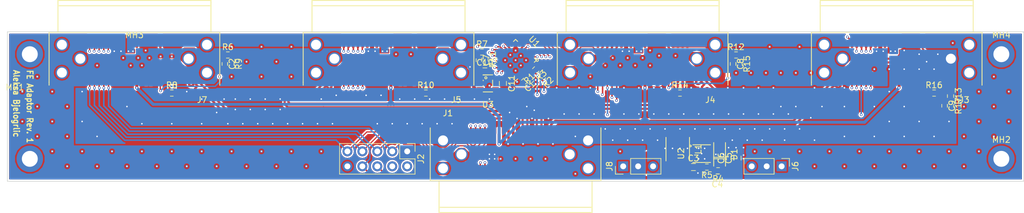
<source format=kicad_pcb>
(kicad_pcb (version 4) (host pcbnew 4.0.7)
  (layers (0 F.Cu signal) (1 In1.Cu signal hide) (2 In2.Cu signal hide) (31 B.Cu signal hide) (35 F.Paste user) (36 B.SilkS user) (37 F.SilkS user) (38 B.Mask user) (39 F.Mask user) (44 Edge.Cuts user))
  (net 0 "")
  (net 1 +3V3)
  (net 2 GND)
  (net 3 "Net-(C2-Pad1)")
  (net 4 +5VD)
  (net 5 "Net-(C4-Pad1)")
  (net 6 "Net-(C4-Pad2)")
  (net 7 "Net-(C7-Pad1)")
  (net 8 "Net-(C8-Pad1)")
  (net 9 "Net-(C9-Pad1)")
  (net 10 "Net-(D1-Pad2)")
  (net 11 "/FE Inputs/~PGA_CS_4")
  (net 12 "/FE Inputs/PGA_OUT_1-")
  (net 13 "/FE Inputs/PGA_OUT_1+")
  (net 14 "/FE Inputs/PGA_OUT_2-")
  (net 15 "/FE Inputs/PGA_OUT_2+")
  (net 16 "/FE Inputs/PGA_OUT_3-")
  (net 17 "/FE Inputs/PGA_OUT_3+")
  (net 18 "/FE Inputs/PGA_OUT_4-")
  (net 19 "/FE Inputs/PGA_OUT_4+")
  (net 20 "/FE Inputs/PGA_VCM")
  (net 21 /FE_SCLK)
  (net 22 /FE_SDIO)
  (net 23 /FE_SCL)
  (net 24 /FE_SDA)
  (net 25 "/FE Inputs/~PGA_CS_3")
  (net 26 "/FE Inputs/~PGA_CS_2")
  (net 27 "/FE Inputs/~PGA_CS_1")
  (net 28 "Net-(J3-Pad18)")
  (net 29 "Net-(J3-Pad19)")
  (net 30 "/FE Inputs/VBIAS1")
  (net 31 +5V5)
  (net 32 "/FE Inputs/CHANNEL_EN_1")
  (net 33 "/FE Inputs/-20dB_EN_1")
  (net 34 "/FE Inputs/-40dB_EN_1")
  (net 35 "/FE Inputs/TERM_EN_1")
  (net 36 "/FE Inputs/DC_CPL_EN_1")
  (net 37 "Net-(J4-Pad18)")
  (net 38 "Net-(J4-Pad19)")
  (net 39 "/FE Inputs/VBIAS2")
  (net 40 "/FE Inputs/CHANNEL_EN_2")
  (net 41 "/FE Inputs/-20dB_EN_2")
  (net 42 "/FE Inputs/-40dB_EN_2")
  (net 43 "/FE Inputs/TERM_EN_2")
  (net 44 "/FE Inputs/DC_CPL_EN_2")
  (net 45 "Net-(J5-Pad18)")
  (net 46 "Net-(J5-Pad19)")
  (net 47 "/FE Inputs/VBIAS3")
  (net 48 "/FE Inputs/CHANNEL_EN_3")
  (net 49 "/FE Inputs/-20dB_EN_3")
  (net 50 "/FE Inputs/-40dB_EN_3")
  (net 51 "/FE Inputs/TERM_EN_3")
  (net 52 "/FE Inputs/DC_CPL_EN_3")
  (net 53 "Net-(J7-Pad18)")
  (net 54 "Net-(J7-Pad19)")
  (net 55 "/FE Inputs/VBIAS4")
  (net 56 "/FE Inputs/CHANNEL_EN_4")
  (net 57 "/FE Inputs/-20dB_EN_4")
  (net 58 "/FE Inputs/-40dB_EN_4")
  (net 59 "/FE Inputs/TERM_EN_4")
  (net 60 "/FE Inputs/DC_CPL_EN_4")
  (net 61 "Net-(R1-Pad2)")
  (net 62 "Net-(C3-Pad1)")
  (module TI-RGJ (layer F.Cu) (at 149.86 93.726 135)
    (fp_text reference U1 (at 0 4.5 135) (layer F.SilkS))
    (fp_text value TCA6424)
    (pad 32 smd rect (at -2.405 1.75 225) (size 0.28 0.7) (layers F.Cu F.Paste F.Mask))
    (pad 31 smd rect (at -2.405 1.25 225) (size 0.28 0.7) (layers F.Cu F.Paste F.Mask) (net 1 +3V3))
    (pad 30 smd rect (at -2.405 0.75 225) (size 0.28 0.7) (layers F.Cu F.Paste F.Mask) (net 24 /FE_SDA))
    (pad 29 smd rect (at -2.405 0.25 225) (size 0.28 0.7) (layers F.Cu F.Paste F.Mask) (net 23 /FE_SCL))
    (pad 28 smd rect (at -2.405 -0.25 225) (size 0.28 0.7) (layers F.Cu F.Paste F.Mask) (net 61 "Net-(R1-Pad2)"))
    (pad 27 smd rect (at -2.405 -0.75 225) (size 0.28 0.7) (layers F.Cu F.Paste F.Mask) (net 1 +3V3))
    (pad 26 smd rect (at -2.405 -1.25 225) (size 0.28 0.7) (layers F.Cu F.Paste F.Mask) (net 2 GND))
    (pad 25 smd rect (at -2.405 -1.75 225) (size 0.28 0.7) (layers F.Cu F.Paste F.Mask) (net 2 GND))
    (pad 16 smd rect (at 2.405 -1.75 225) (size 0.28 0.7) (layers F.Cu F.Paste F.Mask) (net 32 "/FE Inputs/CHANNEL_EN_1"))
    (pad 15 smd rect (at 2.405 -1.25 225) (size 0.28 0.7) (layers F.Cu F.Paste F.Mask) (net 44 "/FE Inputs/DC_CPL_EN_2"))
    (pad 14 smd rect (at 2.405 -0.75 225) (size 0.28 0.7) (layers F.Cu F.Paste F.Mask) (net 43 "/FE Inputs/TERM_EN_2"))
    (pad 13 smd rect (at 2.405 -0.25 225) (size 0.28 0.7) (layers F.Cu F.Paste F.Mask) (net 42 "/FE Inputs/-40dB_EN_2"))
    (pad 12 smd rect (at 2.405 0.25 225) (size 0.28 0.7) (layers F.Cu F.Paste F.Mask) (net 41 "/FE Inputs/-20dB_EN_2"))
    (pad 11 smd rect (at 2.405 0.75 225) (size 0.28 0.7) (layers F.Cu F.Paste F.Mask) (net 40 "/FE Inputs/CHANNEL_EN_2"))
    (pad 10 smd rect (at 2.405 1.25 225) (size 0.28 0.7) (layers F.Cu F.Paste F.Mask) (net 52 "/FE Inputs/DC_CPL_EN_3"))
    (pad 24 smd rect (at -1.75 -2.405 135) (size 0.28 0.7) (layers F.Cu F.Paste F.Mask))
    (pad 23 smd rect (at -1.25 -2.405 135) (size 0.28 0.7) (layers F.Cu F.Paste F.Mask))
    (pad 22 smd rect (at -0.75 -2.405 135) (size 0.28 0.7) (layers F.Cu F.Paste F.Mask))
    (pad 21 smd rect (at -0.25 -2.405 135) (size 0.28 0.7) (layers F.Cu F.Paste F.Mask))
    (pad 20 smd rect (at 0.25 -2.405 135) (size 0.28 0.7) (layers F.Cu F.Paste F.Mask) (net 36 "/FE Inputs/DC_CPL_EN_1"))
    (pad 19 smd rect (at 0.75 -2.405 135) (size 0.28 0.7) (layers F.Cu F.Paste F.Mask) (net 35 "/FE Inputs/TERM_EN_1"))
    (pad 18 smd rect (at 1.25 -2.405 135) (size 0.28 0.7) (layers F.Cu F.Paste F.Mask) (net 34 "/FE Inputs/-40dB_EN_1"))
    (pad 17 smd rect (at 1.75 -2.405 135) (size 0.28 0.7) (layers F.Cu F.Paste F.Mask) (net 33 "/FE Inputs/-20dB_EN_1"))
    (pad 8 smd rect (at 1.75 2.405 135) (size 0.28 0.7) (layers F.Cu F.Paste F.Mask) (net 50 "/FE Inputs/-40dB_EN_3"))
    (pad 7 smd rect (at 1.25 2.405 135) (size 0.28 0.7) (layers F.Cu F.Paste F.Mask) (net 49 "/FE Inputs/-20dB_EN_3"))
    (pad 6 smd rect (at 0.75 2.405 135) (size 0.28 0.7) (layers F.Cu F.Paste F.Mask) (net 48 "/FE Inputs/CHANNEL_EN_3"))
    (pad 5 smd rect (at 0.25 2.405 135) (size 0.28 0.7) (layers F.Cu F.Paste F.Mask) (net 60 "/FE Inputs/DC_CPL_EN_4"))
    (pad 4 smd rect (at -0.25 2.405 135) (size 0.28 0.7) (layers F.Cu F.Paste F.Mask) (net 59 "/FE Inputs/TERM_EN_4"))
    (pad 3 smd rect (at -0.75 2.405 135) (size 0.28 0.7) (layers F.Cu F.Paste F.Mask) (net 58 "/FE Inputs/-40dB_EN_4"))
    (pad 2 smd rect (at -1.25 2.405 135) (size 0.28 0.7) (layers F.Cu F.Paste F.Mask) (net 57 "/FE Inputs/-20dB_EN_4"))
    (pad 1 smd rect (at -1.75 2.405 135) (size 0.28 0.7) (layers F.Cu F.Paste F.Mask) (net 56 "/FE Inputs/CHANNEL_EN_4"))
    (pad 9 smd rect (at 2.405 1.75 225) (size 0.28 0.7) (layers F.Cu F.Paste F.Mask) (net 51 "/FE Inputs/TERM_EN_3"))
    (pad 33 smd rect (at 0 0 135) (size 3.16 3.16) (layers F.Cu F.Mask) (net 2 GND))
  )
  (module DSO:FX18-40P-0.8SH (layer F.Cu) (at 149.86 109.728 180)
    (fp_text reference J1 (at 11.5 7 180) (layer F.SilkS))
    (fp_text value FX18-40P-0.8SH)
    (pad 21 smd rect (at 7.6 -2.9 180) (size 0.4 2.1) (layers F.Cu F.Paste F.Mask) (net 27 "/FE Inputs/~PGA_CS_1"))
    (pad SHLD thru_hole oval (at 9.2 0 180) (size 2.2 2.2) (drill 1.7) (layers *.Cu *.Mask) (net 2 GND))
    (pad SHLD thru_hole oval (at -9.2 0 180) (size 2.2 2.2) (drill 1.7) (layers *.Cu *.Mask) (net 2 GND))
    (pad SHLD thru_hole oval (at -12.325 2.375 180) (size 2.2 2.2) (drill 1.7) (layers *.Cu *.Mask) (net 2 GND))
    (pad SHLD thru_hole oval (at -12.325 -2.375 180) (size 2.2 2.2) (drill 1.7) (layers *.Cu *.Mask) (net 2 GND))
    (pad SHLD thru_hole oval (at 12.325 -2.375 180) (size 2.2 2.2) (drill 1.7) (layers *.Cu *.Mask) (net 2 GND))
    (pad SHLD thru_hole oval (at 12.325 2.375 180) (size 2.2 2.2) (drill 1.7) (layers *.Cu *.Mask) (net 2 GND))
    (pad 1 smd rect (at -7.6 3.425 180) (size 0.4 2.1) (layers F.Cu F.Paste F.Mask) (net 2 GND))
    (pad 2 smd rect (at -6.8 3.4 180) (size 0.4 2.1) (layers F.Cu F.Paste F.Mask) (net 18 "/FE Inputs/PGA_OUT_4-"))
    (pad 3 smd rect (at -6 3.4 180) (size 0.4 2.1) (layers F.Cu F.Paste F.Mask) (net 19 "/FE Inputs/PGA_OUT_4+"))
    (pad 4 smd rect (at -5.2 3.4 180) (size 0.4 2.1) (layers F.Cu F.Paste F.Mask) (net 2 GND))
    (pad 5 smd rect (at -4.4 3.4 180) (size 0.4 2.1) (layers F.Cu F.Paste F.Mask) (net 16 "/FE Inputs/PGA_OUT_3-"))
    (pad 6 smd rect (at -3.6 3.4 180) (size 0.4 2.1) (layers F.Cu F.Paste F.Mask) (net 17 "/FE Inputs/PGA_OUT_3+"))
    (pad 7 smd rect (at -2.8 3.4 180) (size 0.4 2.1) (layers F.Cu F.Paste F.Mask) (net 2 GND))
    (pad 8 smd rect (at -2 3.4 180) (size 0.4 2.1) (layers F.Cu F.Paste F.Mask) (net 14 "/FE Inputs/PGA_OUT_2-"))
    (pad 9 smd rect (at -1.2 3.4 180) (size 0.4 2.1) (layers F.Cu F.Paste F.Mask) (net 15 "/FE Inputs/PGA_OUT_2+"))
    (pad 10 smd rect (at -0.4 3.4 180) (size 0.4 2.1) (layers F.Cu F.Paste F.Mask) (net 2 GND))
    (pad 11 smd rect (at 0.4 3.4 180) (size 0.4 2.1) (layers F.Cu F.Paste F.Mask) (net 12 "/FE Inputs/PGA_OUT_1-"))
    (pad 12 smd rect (at 1.2 3.4 180) (size 0.4 2.1) (layers F.Cu F.Paste F.Mask) (net 13 "/FE Inputs/PGA_OUT_1+"))
    (pad 13 smd rect (at 2 3.4 180) (size 0.4 2.1) (layers F.Cu F.Paste F.Mask) (net 2 GND))
    (pad 14 smd rect (at 2.8 3.4 180) (size 0.4 2.1) (layers F.Cu F.Paste F.Mask) (net 20 "/FE Inputs/PGA_VCM"))
    (pad 15 smd rect (at 3.6 3.4 180) (size 0.4 2.1) (layers F.Cu F.Paste F.Mask) (net 2 GND))
    (pad 16 smd rect (at 4.4 3.4 180) (size 0.4 2.1) (layers F.Cu F.Paste F.Mask) (net 2 GND))
    (pad 17 smd rect (at 5.2 3.4 180) (size 0.4 2.1) (layers F.Cu F.Paste F.Mask) (net 21 /FE_SCLK))
    (pad 18 smd rect (at 6 3.4 180) (size 0.4 2.1) (layers F.Cu F.Paste F.Mask) (net 22 /FE_SDIO))
    (pad 19 smd rect (at 6.8 3.4 180) (size 0.4 2.1) (layers F.Cu F.Paste F.Mask) (net 24 /FE_SDA))
    (pad 20 smd rect (at 7.6 3.4 180) (size 0.4 2.1) (layers F.Cu F.Paste F.Mask) (net 23 /FE_SCL))
    (pad 22 smd rect (at 6.8 -2.9 180) (size 0.4 2.1) (layers F.Cu F.Paste F.Mask) (net 26 "/FE Inputs/~PGA_CS_2"))
    (pad 23 smd rect (at 6 -2.9 180) (size 0.4 2.1) (layers F.Cu F.Paste F.Mask) (net 25 "/FE Inputs/~PGA_CS_3"))
    (pad 24 smd rect (at 5.2 -2.9 180) (size 0.4 2.1) (layers F.Cu F.Paste F.Mask) (net 11 "/FE Inputs/~PGA_CS_4"))
    (pad 25 smd rect (at 4.4 -2.9 180) (size 0.4 2.1) (layers F.Cu F.Paste F.Mask) (net 4 +5VD))
    (pad 26 smd rect (at 3.6 -2.9 180) (size 0.4 2.1) (layers F.Cu F.Paste F.Mask) (net 4 +5VD))
    (pad 27 smd rect (at 2.8 -2.9 180) (size 0.4 2.1) (layers F.Cu F.Paste F.Mask) (net 2 GND))
    (pad 28 smd rect (at 2 -2.9 180) (size 0.4 2.1) (layers F.Cu F.Paste F.Mask) (net 2 GND))
    (pad 29 smd rect (at 1.2 -2.9 180) (size 0.4 2.1) (layers F.Cu F.Paste F.Mask) (net 2 GND))
    (pad 30 smd rect (at 0.4 -2.9 180) (size 0.4 2.1) (layers F.Cu F.Paste F.Mask) (net 2 GND))
    (pad 31 smd rect (at -0.4 -2.9 180) (size 0.4 2.1) (layers F.Cu F.Paste F.Mask) (net 2 GND))
    (pad 32 smd rect (at -1.2 -2.9 180) (size 0.4 2.1) (layers F.Cu F.Paste F.Mask) (net 2 GND))
    (pad 33 smd rect (at -2 -2.9 180) (size 0.4 2.1) (layers F.Cu F.Paste F.Mask) (net 2 GND))
    (pad 34 smd rect (at -2.8 -2.9 180) (size 0.4 2.1) (layers F.Cu F.Paste F.Mask) (net 2 GND))
    (pad 35 smd rect (at -3.6 -2.9 180) (size 0.4 2.1) (layers F.Cu F.Paste F.Mask) (net 2 GND))
    (pad 36 smd rect (at -4.4 -2.9 180) (size 0.4 2.1) (layers F.Cu F.Paste F.Mask) (net 2 GND))
    (pad 37 smd rect (at -5.2 -2.9 180) (size 0.4 2.1) (layers F.Cu F.Paste F.Mask) (net 2 GND))
    (pad 38 smd rect (at -6 -2.9 180) (size 0.4 2.1) (layers F.Cu F.Paste F.Mask) (net 2 GND))
    (pad 39 smd rect (at -6.8 -2.9 180) (size 0.4 2.1) (layers F.Cu F.Paste F.Mask) (net 2 GND))
    (pad 40 smd rect (at -7.6 -2.9 180) (size 0.4 2.1) (layers F.Cu F.Paste F.Mask) (net 2 GND))
  )
  (module DSO:FX18-40P-0.8SH (layer F.Cu) (at 171.45 93.472)
    (fp_text reference J4 (at 11.5 7) (layer F.SilkS))
    (fp_text value FX18-40P-0.8SH)
    (pad 21 smd rect (at 7.6 -2.9) (size 0.4 2.1) (layers F.Cu F.Paste F.Mask) (net 2 GND))
    (pad SHLD thru_hole oval (at 9.2 0) (size 2.2 2.2) (drill 1.7) (layers *.Cu *.Mask) (net 2 GND))
    (pad SHLD thru_hole oval (at -9.2 0) (size 2.2 2.2) (drill 1.7) (layers *.Cu *.Mask) (net 2 GND))
    (pad SHLD thru_hole oval (at -12.325 2.375) (size 2.2 2.2) (drill 1.7) (layers *.Cu *.Mask) (net 2 GND))
    (pad SHLD thru_hole oval (at -12.325 -2.375) (size 2.2 2.2) (drill 1.7) (layers *.Cu *.Mask) (net 2 GND))
    (pad SHLD thru_hole oval (at 12.325 -2.375) (size 2.2 2.2) (drill 1.7) (layers *.Cu *.Mask) (net 2 GND))
    (pad SHLD thru_hole oval (at 12.325 2.375) (size 2.2 2.2) (drill 1.7) (layers *.Cu *.Mask) (net 2 GND))
    (pad 1 smd rect (at -7.6 3.425) (size 0.4 2.1) (layers F.Cu F.Paste F.Mask) (net 23 /FE_SCL))
    (pad 2 smd rect (at -6.8 3.4) (size 0.4 2.1) (layers F.Cu F.Paste F.Mask) (net 24 /FE_SDA))
    (pad 3 smd rect (at -6 3.4) (size 0.4 2.1) (layers F.Cu F.Paste F.Mask) (net 25 "/FE Inputs/~PGA_CS_3"))
    (pad 4 smd rect (at -5.2 3.4) (size 0.4 2.1) (layers F.Cu F.Paste F.Mask) (net 22 /FE_SDIO))
    (pad 5 smd rect (at -4.4 3.4) (size 0.4 2.1) (layers F.Cu F.Paste F.Mask) (net 21 /FE_SCLK))
    (pad 6 smd rect (at -3.6 3.4) (size 0.4 2.1) (layers F.Cu F.Paste F.Mask) (net 2 GND))
    (pad 7 smd rect (at -2.8 3.4) (size 0.4 2.1) (layers F.Cu F.Paste F.Mask) (net 2 GND))
    (pad 8 smd rect (at -2 3.4) (size 0.4 2.1) (layers F.Cu F.Paste F.Mask) (net 2 GND))
    (pad 9 smd rect (at -1.2 3.4) (size 0.4 2.1) (layers F.Cu F.Paste F.Mask) (net 2 GND))
    (pad 10 smd rect (at -0.4 3.4) (size 0.4 2.1) (layers F.Cu F.Paste F.Mask) (net 2 GND))
    (pad 11 smd rect (at 0.4 3.4) (size 0.4 2.1) (layers F.Cu F.Paste F.Mask) (net 20 "/FE Inputs/PGA_VCM"))
    (pad 12 smd rect (at 1.2 3.4) (size 0.4 2.1) (layers F.Cu F.Paste F.Mask) (net 2 GND))
    (pad 13 smd rect (at 2 3.4) (size 0.4 2.1) (layers F.Cu F.Paste F.Mask) (net 16 "/FE Inputs/PGA_OUT_3-"))
    (pad 14 smd rect (at 2.8 3.4) (size 0.4 2.1) (layers F.Cu F.Paste F.Mask) (net 17 "/FE Inputs/PGA_OUT_3+"))
    (pad 15 smd rect (at 3.6 3.4) (size 0.4 2.1) (layers F.Cu F.Paste F.Mask) (net 2 GND))
    (pad 16 smd rect (at 4.4 3.4) (size 0.4 2.1) (layers F.Cu F.Paste F.Mask) (net 8 "Net-(C8-Pad1)"))
    (pad 17 smd rect (at 5.2 3.4) (size 0.4 2.1) (layers F.Cu F.Paste F.Mask) (net 2 GND))
    (pad 18 smd rect (at 6 3.4) (size 0.4 2.1) (layers F.Cu F.Paste F.Mask) (net 37 "Net-(J4-Pad18)"))
    (pad 19 smd rect (at 6.8 3.4) (size 0.4 2.1) (layers F.Cu F.Paste F.Mask) (net 38 "Net-(J4-Pad19)"))
    (pad 20 smd rect (at 7.6 3.4) (size 0.4 2.1) (layers F.Cu F.Paste F.Mask) (net 2 GND))
    (pad 22 smd rect (at 6.8 -2.9) (size 0.4 2.1) (layers F.Cu F.Paste F.Mask) (net 2 GND))
    (pad 23 smd rect (at 6 -2.9) (size 0.4 2.1) (layers F.Cu F.Paste F.Mask) (net 2 GND))
    (pad 24 smd rect (at 5.2 -2.9) (size 0.4 2.1) (layers F.Cu F.Paste F.Mask) (net 2 GND))
    (pad 25 smd rect (at 4.4 -2.9) (size 0.4 2.1) (layers F.Cu F.Paste F.Mask) (net 47 "/FE Inputs/VBIAS3"))
    (pad 26 smd rect (at 3.6 -2.9) (size 0.4 2.1) (layers F.Cu F.Paste F.Mask) (net 2 GND))
    (pad 27 smd rect (at 2.8 -2.9) (size 0.4 2.1) (layers F.Cu F.Paste F.Mask) (net 2 GND))
    (pad 28 smd rect (at 2 -2.9) (size 0.4 2.1) (layers F.Cu F.Paste F.Mask) (net 2 GND))
    (pad 29 smd rect (at 1.2 -2.9) (size 0.4 2.1) (layers F.Cu F.Paste F.Mask) (net 2 GND))
    (pad 30 smd rect (at 0.4 -2.9) (size 0.4 2.1) (layers F.Cu F.Paste F.Mask))
    (pad 31 smd rect (at -0.4 -2.9) (size 0.4 2.1) (layers F.Cu F.Paste F.Mask))
    (pad 32 smd rect (at -1.2 -2.9) (size 0.4 2.1) (layers F.Cu F.Paste F.Mask) (net 31 +5V5))
    (pad 33 smd rect (at -2 -2.9) (size 0.4 2.1) (layers F.Cu F.Paste F.Mask))
    (pad 34 smd rect (at -2.8 -2.9) (size 0.4 2.1) (layers F.Cu F.Paste F.Mask) (net 4 +5VD))
    (pad 35 smd rect (at -3.6 -2.9) (size 0.4 2.1) (layers F.Cu F.Paste F.Mask))
    (pad 36 smd rect (at -4.4 -2.9) (size 0.4 2.1) (layers F.Cu F.Paste F.Mask) (net 48 "/FE Inputs/CHANNEL_EN_3"))
    (pad 37 smd rect (at -5.2 -2.9) (size 0.4 2.1) (layers F.Cu F.Paste F.Mask) (net 49 "/FE Inputs/-20dB_EN_3"))
    (pad 38 smd rect (at -6 -2.9) (size 0.4 2.1) (layers F.Cu F.Paste F.Mask) (net 50 "/FE Inputs/-40dB_EN_3"))
    (pad 39 smd rect (at -6.8 -2.9) (size 0.4 2.1) (layers F.Cu F.Paste F.Mask) (net 51 "/FE Inputs/TERM_EN_3"))
    (pad 40 smd rect (at -7.6 -2.9) (size 0.4 2.1) (layers F.Cu F.Paste F.Mask) (net 52 "/FE Inputs/DC_CPL_EN_3"))
  )
  (module DSO:FX18-40P-0.8SH (layer F.Cu) (at 214.63 93.472)
    (fp_text reference J3 (at 11.5 7) (layer F.SilkS))
    (fp_text value FX18-40P-0.8SH)
    (pad 21 smd rect (at 7.6 -2.9) (size 0.4 2.1) (layers F.Cu F.Paste F.Mask) (net 2 GND))
    (pad SHLD thru_hole oval (at 9.2 0) (size 2.2 2.2) (drill 1.7) (layers *.Cu *.Mask) (net 2 GND))
    (pad SHLD thru_hole oval (at -9.2 0) (size 2.2 2.2) (drill 1.7) (layers *.Cu *.Mask) (net 2 GND))
    (pad SHLD thru_hole oval (at -12.325 2.375) (size 2.2 2.2) (drill 1.7) (layers *.Cu *.Mask) (net 2 GND))
    (pad SHLD thru_hole oval (at -12.325 -2.375) (size 2.2 2.2) (drill 1.7) (layers *.Cu *.Mask) (net 2 GND))
    (pad SHLD thru_hole oval (at 12.325 -2.375) (size 2.2 2.2) (drill 1.7) (layers *.Cu *.Mask) (net 2 GND))
    (pad SHLD thru_hole oval (at 12.325 2.375) (size 2.2 2.2) (drill 1.7) (layers *.Cu *.Mask) (net 2 GND))
    (pad 1 smd rect (at -7.6 3.425) (size 0.4 2.1) (layers F.Cu F.Paste F.Mask) (net 23 /FE_SCL))
    (pad 2 smd rect (at -6.8 3.4) (size 0.4 2.1) (layers F.Cu F.Paste F.Mask) (net 24 /FE_SDA))
    (pad 3 smd rect (at -6 3.4) (size 0.4 2.1) (layers F.Cu F.Paste F.Mask) (net 11 "/FE Inputs/~PGA_CS_4"))
    (pad 4 smd rect (at -5.2 3.4) (size 0.4 2.1) (layers F.Cu F.Paste F.Mask) (net 22 /FE_SDIO))
    (pad 5 smd rect (at -4.4 3.4) (size 0.4 2.1) (layers F.Cu F.Paste F.Mask) (net 21 /FE_SCLK))
    (pad 6 smd rect (at -3.6 3.4) (size 0.4 2.1) (layers F.Cu F.Paste F.Mask) (net 2 GND))
    (pad 7 smd rect (at -2.8 3.4) (size 0.4 2.1) (layers F.Cu F.Paste F.Mask) (net 2 GND))
    (pad 8 smd rect (at -2 3.4) (size 0.4 2.1) (layers F.Cu F.Paste F.Mask) (net 2 GND))
    (pad 9 smd rect (at -1.2 3.4) (size 0.4 2.1) (layers F.Cu F.Paste F.Mask) (net 2 GND))
    (pad 10 smd rect (at -0.4 3.4) (size 0.4 2.1) (layers F.Cu F.Paste F.Mask) (net 2 GND))
    (pad 11 smd rect (at 0.4 3.4) (size 0.4 2.1) (layers F.Cu F.Paste F.Mask) (net 20 "/FE Inputs/PGA_VCM"))
    (pad 12 smd rect (at 1.2 3.4) (size 0.4 2.1) (layers F.Cu F.Paste F.Mask) (net 2 GND))
    (pad 13 smd rect (at 2 3.4) (size 0.4 2.1) (layers F.Cu F.Paste F.Mask) (net 18 "/FE Inputs/PGA_OUT_4-"))
    (pad 14 smd rect (at 2.8 3.4) (size 0.4 2.1) (layers F.Cu F.Paste F.Mask) (net 19 "/FE Inputs/PGA_OUT_4+"))
    (pad 15 smd rect (at 3.6 3.4) (size 0.4 2.1) (layers F.Cu F.Paste F.Mask) (net 2 GND))
    (pad 16 smd rect (at 4.4 3.4) (size 0.4 2.1) (layers F.Cu F.Paste F.Mask) (net 9 "Net-(C9-Pad1)"))
    (pad 17 smd rect (at 5.2 3.4) (size 0.4 2.1) (layers F.Cu F.Paste F.Mask) (net 2 GND))
    (pad 18 smd rect (at 6 3.4) (size 0.4 2.1) (layers F.Cu F.Paste F.Mask) (net 28 "Net-(J3-Pad18)"))
    (pad 19 smd rect (at 6.8 3.4) (size 0.4 2.1) (layers F.Cu F.Paste F.Mask) (net 29 "Net-(J3-Pad19)"))
    (pad 20 smd rect (at 7.6 3.4) (size 0.4 2.1) (layers F.Cu F.Paste F.Mask) (net 2 GND))
    (pad 22 smd rect (at 6.8 -2.9) (size 0.4 2.1) (layers F.Cu F.Paste F.Mask) (net 2 GND))
    (pad 23 smd rect (at 6 -2.9) (size 0.4 2.1) (layers F.Cu F.Paste F.Mask) (net 2 GND))
    (pad 24 smd rect (at 5.2 -2.9) (size 0.4 2.1) (layers F.Cu F.Paste F.Mask) (net 2 GND))
    (pad 25 smd rect (at 4.4 -2.9) (size 0.4 2.1) (layers F.Cu F.Paste F.Mask) (net 55 "/FE Inputs/VBIAS4"))
    (pad 26 smd rect (at 3.6 -2.9) (size 0.4 2.1) (layers F.Cu F.Paste F.Mask) (net 2 GND))
    (pad 27 smd rect (at 2.8 -2.9) (size 0.4 2.1) (layers F.Cu F.Paste F.Mask) (net 2 GND))
    (pad 28 smd rect (at 2 -2.9) (size 0.4 2.1) (layers F.Cu F.Paste F.Mask) (net 2 GND))
    (pad 29 smd rect (at 1.2 -2.9) (size 0.4 2.1) (layers F.Cu F.Paste F.Mask) (net 2 GND))
    (pad 30 smd rect (at 0.4 -2.9) (size 0.4 2.1) (layers F.Cu F.Paste F.Mask))
    (pad 31 smd rect (at -0.4 -2.9) (size 0.4 2.1) (layers F.Cu F.Paste F.Mask))
    (pad 32 smd rect (at -1.2 -2.9) (size 0.4 2.1) (layers F.Cu F.Paste F.Mask) (net 31 +5V5))
    (pad 33 smd rect (at -2 -2.9) (size 0.4 2.1) (layers F.Cu F.Paste F.Mask))
    (pad 34 smd rect (at -2.8 -2.9) (size 0.4 2.1) (layers F.Cu F.Paste F.Mask) (net 4 +5VD))
    (pad 35 smd rect (at -3.6 -2.9) (size 0.4 2.1) (layers F.Cu F.Paste F.Mask))
    (pad 36 smd rect (at -4.4 -2.9) (size 0.4 2.1) (layers F.Cu F.Paste F.Mask) (net 56 "/FE Inputs/CHANNEL_EN_4"))
    (pad 37 smd rect (at -5.2 -2.9) (size 0.4 2.1) (layers F.Cu F.Paste F.Mask) (net 57 "/FE Inputs/-20dB_EN_4"))
    (pad 38 smd rect (at -6 -2.9) (size 0.4 2.1) (layers F.Cu F.Paste F.Mask) (net 58 "/FE Inputs/-40dB_EN_4"))
    (pad 39 smd rect (at -6.8 -2.9) (size 0.4 2.1) (layers F.Cu F.Paste F.Mask) (net 59 "/FE Inputs/TERM_EN_4"))
    (pad 40 smd rect (at -7.6 -2.9) (size 0.4 2.1) (layers F.Cu F.Paste F.Mask) (net 60 "/FE Inputs/DC_CPL_EN_4"))
  )
  (module Capacitors_SMD:C_0402 (layer F.Cu) (at 151.384 97.282 225)
    (fp_text reference C1 (at 0 -1.27 225) (layer F.SilkS))
    (fp_text value 0.1uF)
    (pad 1 smd rect (at -0.55 0 225) (size 0.6 0.5) (layers F.Cu F.Paste F.Mask) (net 1 +3V3))
    (pad 2 smd rect (at 0.55 0 225) (size 0.6 0.5) (layers F.Cu F.Paste F.Mask) (net 2 GND))
  )
  (module Capacitors_SMD:C_0402 (layer F.Cu) (at 100.457 94.361 270)
    (fp_text reference C2 (at 0 -1.27 270) (layer F.SilkS))
    (fp_text value 1uF)
    (pad 1 smd rect (at -0.55 0 270) (size 0.6 0.5) (layers F.Cu F.Paste F.Mask) (net 3 "Net-(C2-Pad1)"))
    (pad 2 smd rect (at 0.55 0 270) (size 0.6 0.5) (layers F.Cu F.Paste F.Mask) (net 2 GND))
  )
  (module Capacitors_SMD:C_0603 (layer F.Cu) (at 180.086 111.887)
    (fp_text reference C3 (at 0 -1.5) (layer F.SilkS))
    (fp_text value 10uF)
    (pad 2 smd rect (at 0.75 0) (size 0.8 0.75) (layers F.Cu F.Paste F.Mask) (net 2 GND))
    (pad 1 smd rect (at -0.75 0) (size 0.8 0.75) (layers F.Cu F.Paste F.Mask) (net 62 "Net-(C3-Pad1)"))
  )
  (module Capacitors_SMD:C_0402 (layer F.Cu) (at 184.15 113.538 180)
    (fp_text reference C4 (at 0 -1.27 180) (layer F.SilkS))
    (fp_text value 680pF)
    (pad 1 smd rect (at -0.55 0 180) (size 0.6 0.5) (layers F.Cu F.Paste F.Mask) (net 5 "Net-(C4-Pad1)"))
    (pad 2 smd rect (at 0.55 0 180) (size 0.6 0.5) (layers F.Cu F.Paste F.Mask) (net 6 "Net-(C4-Pad2)"))
  )
  (module Capacitors_SMD:C_0603 (layer F.Cu) (at 187.579 110.363 90)
    (fp_text reference C5 (at 0 -1.5 90) (layer F.SilkS))
    (fp_text value 10uF)
    (pad 2 smd rect (at 0.75 0 90) (size 0.8 0.75) (layers F.Cu F.Paste F.Mask) (net 2 GND))
    (pad 1 smd rect (at -0.75 0 90) (size 0.8 0.75) (layers F.Cu F.Paste F.Mask) (net 5 "Net-(C4-Pad1)"))
  )
  (module Capacitors_SMD:C_0603 (layer F.Cu) (at 186.309 110.363 90)
    (fp_text reference C6 (at 0 -1.5 90) (layer F.SilkS))
    (fp_text value 10uF)
    (pad 2 smd rect (at 0.75 0 90) (size 0.8 0.75) (layers F.Cu F.Paste F.Mask) (net 2 GND))
    (pad 1 smd rect (at -0.75 0 90) (size 0.8 0.75) (layers F.Cu F.Paste F.Mask) (net 5 "Net-(C4-Pad1)"))
  )
  (module Capacitors_SMD:C_0402 (layer F.Cu) (at 143.637 93.726 270)
    (fp_text reference C7 (at 0 -1.27 270) (layer F.SilkS))
    (fp_text value 1uF)
    (pad 1 smd rect (at -0.55 0 270) (size 0.6 0.5) (layers F.Cu F.Paste F.Mask) (net 7 "Net-(C7-Pad1)"))
    (pad 2 smd rect (at 0.55 0 270) (size 0.6 0.5) (layers F.Cu F.Paste F.Mask) (net 2 GND))
  )
  (module Capacitors_SMD:C_0402 (layer F.Cu) (at 186.817 94.361 270)
    (fp_text reference C8 (at 0 -1.27 270) (layer F.SilkS))
    (fp_text value 1uF)
    (pad 1 smd rect (at -0.55 0 270) (size 0.6 0.5) (layers F.Cu F.Paste F.Mask) (net 8 "Net-(C8-Pad1)"))
    (pad 2 smd rect (at 0.55 0 270) (size 0.6 0.5) (layers F.Cu F.Paste F.Mask) (net 2 GND))
  )
  (module Capacitors_SMD:C_0402 (layer F.Cu) (at 222.758 101.473 270)
    (fp_text reference C9 (at 0 -1.27 270) (layer F.SilkS))
    (fp_text value 1uF)
    (pad 1 smd rect (at -0.55 0 270) (size 0.6 0.5) (layers F.Cu F.Paste F.Mask) (net 9 "Net-(C9-Pad1)"))
    (pad 2 smd rect (at 0.55 0 270) (size 0.6 0.5) (layers F.Cu F.Paste F.Mask) (net 2 GND))
  )
  (module DSO:SOD-123H (layer F.Cu) (at 184.531 109.728 90)
    (fp_text reference D1 (at 0 2.5 90) (layer F.SilkS))
    (fp_text value D_Schottky)
    (pad 1 smd rect (at -1.5 0 90) (size 1.3 1.8) (layers F.Cu F.Paste F.Mask) (net 5 "Net-(C4-Pad1)"))
    (pad 2 smd rect (at 1.5 0 90) (size 1.3 1.8) (layers F.Cu F.Paste F.Mask) (net 10 "Net-(D1-Pad2)"))
  )
  (module Pin_Headers:Pin_Header_Straight_2x05_Pitch2.54mm (layer F.Cu) (at 131.445 109.22 270)
    (fp_text reference J2 (at 1.27 -2.33 270) (layer F.SilkS))
    (fp_text value "Digital Debug")
    (pad 1 thru_hole rect (at 0 0 270) (size 1.7 1.7) (drill 1) (layers *.Cu *.Mask) (net 4 +5VD))
    (pad 2 thru_hole oval (at 2.54 0 270) (size 1.7 1.7) (drill 1) (layers *.Cu *.Mask) (net 11 "/FE Inputs/~PGA_CS_4"))
    (pad 3 thru_hole oval (at 0 2.54 270) (size 1.7 1.7) (drill 1) (layers *.Cu *.Mask) (net 21 /FE_SCLK))
    (pad 4 thru_hole oval (at 2.54 2.54 270) (size 1.7 1.7) (drill 1) (layers *.Cu *.Mask) (net 25 "/FE Inputs/~PGA_CS_3"))
    (pad 5 thru_hole oval (at 0 5.08 270) (size 1.7 1.7) (drill 1) (layers *.Cu *.Mask) (net 22 /FE_SDIO))
    (pad 6 thru_hole oval (at 2.54 5.08 270) (size 1.7 1.7) (drill 1) (layers *.Cu *.Mask) (net 26 "/FE Inputs/~PGA_CS_2"))
    (pad 7 thru_hole oval (at 0 7.62 270) (size 1.7 1.7) (drill 1) (layers *.Cu *.Mask) (net 24 /FE_SDA))
    (pad 8 thru_hole oval (at 2.54 7.62 270) (size 1.7 1.7) (drill 1) (layers *.Cu *.Mask) (net 27 "/FE Inputs/~PGA_CS_1"))
    (pad 9 thru_hole oval (at 0 10.16 270) (size 1.7 1.7) (drill 1) (layers *.Cu *.Mask) (net 23 /FE_SCL))
    (pad 10 thru_hole oval (at 2.54 10.16 270) (size 1.7 1.7) (drill 1) (layers *.Cu *.Mask) (net 2 GND))
  )
  (module DSO:FX18-40P-0.8SH (layer F.Cu) (at 128.27 93.472)
    (fp_text reference J5 (at 11.5 7) (layer F.SilkS))
    (fp_text value FX18-40P-0.8SH)
    (pad 21 smd rect (at 7.6 -2.9) (size 0.4 2.1) (layers F.Cu F.Paste F.Mask) (net 2 GND))
    (pad SHLD thru_hole oval (at 9.2 0) (size 2.2 2.2) (drill 1.7) (layers *.Cu *.Mask) (net 2 GND))
    (pad SHLD thru_hole oval (at -9.2 0) (size 2.2 2.2) (drill 1.7) (layers *.Cu *.Mask) (net 2 GND))
    (pad SHLD thru_hole oval (at -12.325 2.375) (size 2.2 2.2) (drill 1.7) (layers *.Cu *.Mask) (net 2 GND))
    (pad SHLD thru_hole oval (at -12.325 -2.375) (size 2.2 2.2) (drill 1.7) (layers *.Cu *.Mask) (net 2 GND))
    (pad SHLD thru_hole oval (at 12.325 -2.375) (size 2.2 2.2) (drill 1.7) (layers *.Cu *.Mask) (net 2 GND))
    (pad SHLD thru_hole oval (at 12.325 2.375) (size 2.2 2.2) (drill 1.7) (layers *.Cu *.Mask) (net 2 GND))
    (pad 1 smd rect (at -7.6 3.425) (size 0.4 2.1) (layers F.Cu F.Paste F.Mask) (net 23 /FE_SCL))
    (pad 2 smd rect (at -6.8 3.4) (size 0.4 2.1) (layers F.Cu F.Paste F.Mask) (net 24 /FE_SDA))
    (pad 3 smd rect (at -6 3.4) (size 0.4 2.1) (layers F.Cu F.Paste F.Mask) (net 26 "/FE Inputs/~PGA_CS_2"))
    (pad 4 smd rect (at -5.2 3.4) (size 0.4 2.1) (layers F.Cu F.Paste F.Mask) (net 22 /FE_SDIO))
    (pad 5 smd rect (at -4.4 3.4) (size 0.4 2.1) (layers F.Cu F.Paste F.Mask) (net 21 /FE_SCLK))
    (pad 6 smd rect (at -3.6 3.4) (size 0.4 2.1) (layers F.Cu F.Paste F.Mask) (net 2 GND))
    (pad 7 smd rect (at -2.8 3.4) (size 0.4 2.1) (layers F.Cu F.Paste F.Mask) (net 2 GND))
    (pad 8 smd rect (at -2 3.4) (size 0.4 2.1) (layers F.Cu F.Paste F.Mask) (net 2 GND))
    (pad 9 smd rect (at -1.2 3.4) (size 0.4 2.1) (layers F.Cu F.Paste F.Mask) (net 2 GND))
    (pad 10 smd rect (at -0.4 3.4) (size 0.4 2.1) (layers F.Cu F.Paste F.Mask) (net 2 GND))
    (pad 11 smd rect (at 0.4 3.4) (size 0.4 2.1) (layers F.Cu F.Paste F.Mask) (net 20 "/FE Inputs/PGA_VCM"))
    (pad 12 smd rect (at 1.2 3.4) (size 0.4 2.1) (layers F.Cu F.Paste F.Mask) (net 2 GND))
    (pad 13 smd rect (at 2 3.4) (size 0.4 2.1) (layers F.Cu F.Paste F.Mask) (net 14 "/FE Inputs/PGA_OUT_2-"))
    (pad 14 smd rect (at 2.8 3.4) (size 0.4 2.1) (layers F.Cu F.Paste F.Mask) (net 15 "/FE Inputs/PGA_OUT_2+"))
    (pad 15 smd rect (at 3.6 3.4) (size 0.4 2.1) (layers F.Cu F.Paste F.Mask) (net 2 GND))
    (pad 16 smd rect (at 4.4 3.4) (size 0.4 2.1) (layers F.Cu F.Paste F.Mask) (net 7 "Net-(C7-Pad1)"))
    (pad 17 smd rect (at 5.2 3.4) (size 0.4 2.1) (layers F.Cu F.Paste F.Mask) (net 2 GND))
    (pad 18 smd rect (at 6 3.4) (size 0.4 2.1) (layers F.Cu F.Paste F.Mask) (net 45 "Net-(J5-Pad18)"))
    (pad 19 smd rect (at 6.8 3.4) (size 0.4 2.1) (layers F.Cu F.Paste F.Mask) (net 46 "Net-(J5-Pad19)"))
    (pad 20 smd rect (at 7.6 3.4) (size 0.4 2.1) (layers F.Cu F.Paste F.Mask) (net 2 GND))
    (pad 22 smd rect (at 6.8 -2.9) (size 0.4 2.1) (layers F.Cu F.Paste F.Mask) (net 2 GND))
    (pad 23 smd rect (at 6 -2.9) (size 0.4 2.1) (layers F.Cu F.Paste F.Mask) (net 2 GND))
    (pad 24 smd rect (at 5.2 -2.9) (size 0.4 2.1) (layers F.Cu F.Paste F.Mask) (net 2 GND))
    (pad 25 smd rect (at 4.4 -2.9) (size 0.4 2.1) (layers F.Cu F.Paste F.Mask) (net 39 "/FE Inputs/VBIAS2"))
    (pad 26 smd rect (at 3.6 -2.9) (size 0.4 2.1) (layers F.Cu F.Paste F.Mask) (net 2 GND))
    (pad 27 smd rect (at 2.8 -2.9) (size 0.4 2.1) (layers F.Cu F.Paste F.Mask) (net 2 GND))
    (pad 28 smd rect (at 2 -2.9) (size 0.4 2.1) (layers F.Cu F.Paste F.Mask) (net 2 GND))
    (pad 29 smd rect (at 1.2 -2.9) (size 0.4 2.1) (layers F.Cu F.Paste F.Mask) (net 2 GND))
    (pad 30 smd rect (at 0.4 -2.9) (size 0.4 2.1) (layers F.Cu F.Paste F.Mask))
    (pad 31 smd rect (at -0.4 -2.9) (size 0.4 2.1) (layers F.Cu F.Paste F.Mask))
    (pad 32 smd rect (at -1.2 -2.9) (size 0.4 2.1) (layers F.Cu F.Paste F.Mask) (net 31 +5V5))
    (pad 33 smd rect (at -2 -2.9) (size 0.4 2.1) (layers F.Cu F.Paste F.Mask))
    (pad 34 smd rect (at -2.8 -2.9) (size 0.4 2.1) (layers F.Cu F.Paste F.Mask) (net 4 +5VD))
    (pad 35 smd rect (at -3.6 -2.9) (size 0.4 2.1) (layers F.Cu F.Paste F.Mask))
    (pad 36 smd rect (at -4.4 -2.9) (size 0.4 2.1) (layers F.Cu F.Paste F.Mask) (net 40 "/FE Inputs/CHANNEL_EN_2"))
    (pad 37 smd rect (at -5.2 -2.9) (size 0.4 2.1) (layers F.Cu F.Paste F.Mask) (net 41 "/FE Inputs/-20dB_EN_2"))
    (pad 38 smd rect (at -6 -2.9) (size 0.4 2.1) (layers F.Cu F.Paste F.Mask) (net 42 "/FE Inputs/-40dB_EN_2"))
    (pad 39 smd rect (at -6.8 -2.9) (size 0.4 2.1) (layers F.Cu F.Paste F.Mask) (net 43 "/FE Inputs/TERM_EN_2"))
    (pad 40 smd rect (at -7.6 -2.9) (size 0.4 2.1) (layers F.Cu F.Paste F.Mask) (net 44 "/FE Inputs/DC_CPL_EN_2"))
  )
  (module DSO:FX18-40P-0.8SH (layer F.Cu) (at 85.09 93.472)
    (fp_text reference J7 (at 11.5 7) (layer F.SilkS))
    (fp_text value FX18-40P-0.8SH)
    (pad 21 smd rect (at 7.6 -2.9) (size 0.4 2.1) (layers F.Cu F.Paste F.Mask) (net 2 GND))
    (pad SHLD thru_hole oval (at 9.2 0) (size 2.2 2.2) (drill 1.7) (layers *.Cu *.Mask) (net 2 GND))
    (pad SHLD thru_hole oval (at -9.2 0) (size 2.2 2.2) (drill 1.7) (layers *.Cu *.Mask) (net 2 GND))
    (pad SHLD thru_hole oval (at -12.325 2.375) (size 2.2 2.2) (drill 1.7) (layers *.Cu *.Mask) (net 2 GND))
    (pad SHLD thru_hole oval (at -12.325 -2.375) (size 2.2 2.2) (drill 1.7) (layers *.Cu *.Mask) (net 2 GND))
    (pad SHLD thru_hole oval (at 12.325 -2.375) (size 2.2 2.2) (drill 1.7) (layers *.Cu *.Mask) (net 2 GND))
    (pad SHLD thru_hole oval (at 12.325 2.375) (size 2.2 2.2) (drill 1.7) (layers *.Cu *.Mask) (net 2 GND))
    (pad 1 smd rect (at -7.6 3.425) (size 0.4 2.1) (layers F.Cu F.Paste F.Mask) (net 23 /FE_SCL))
    (pad 2 smd rect (at -6.8 3.4) (size 0.4 2.1) (layers F.Cu F.Paste F.Mask) (net 24 /FE_SDA))
    (pad 3 smd rect (at -6 3.4) (size 0.4 2.1) (layers F.Cu F.Paste F.Mask) (net 27 "/FE Inputs/~PGA_CS_1"))
    (pad 4 smd rect (at -5.2 3.4) (size 0.4 2.1) (layers F.Cu F.Paste F.Mask) (net 22 /FE_SDIO))
    (pad 5 smd rect (at -4.4 3.4) (size 0.4 2.1) (layers F.Cu F.Paste F.Mask) (net 21 /FE_SCLK))
    (pad 6 smd rect (at -3.6 3.4) (size 0.4 2.1) (layers F.Cu F.Paste F.Mask) (net 2 GND))
    (pad 7 smd rect (at -2.8 3.4) (size 0.4 2.1) (layers F.Cu F.Paste F.Mask) (net 2 GND))
    (pad 8 smd rect (at -2 3.4) (size 0.4 2.1) (layers F.Cu F.Paste F.Mask) (net 2 GND))
    (pad 9 smd rect (at -1.2 3.4) (size 0.4 2.1) (layers F.Cu F.Paste F.Mask) (net 2 GND))
    (pad 10 smd rect (at -0.4 3.4) (size 0.4 2.1) (layers F.Cu F.Paste F.Mask) (net 2 GND))
    (pad 11 smd rect (at 0.4 3.4) (size 0.4 2.1) (layers F.Cu F.Paste F.Mask) (net 20 "/FE Inputs/PGA_VCM"))
    (pad 12 smd rect (at 1.2 3.4) (size 0.4 2.1) (layers F.Cu F.Paste F.Mask) (net 2 GND))
    (pad 13 smd rect (at 2 3.4) (size 0.4 2.1) (layers F.Cu F.Paste F.Mask) (net 12 "/FE Inputs/PGA_OUT_1-"))
    (pad 14 smd rect (at 2.8 3.4) (size 0.4 2.1) (layers F.Cu F.Paste F.Mask) (net 13 "/FE Inputs/PGA_OUT_1+"))
    (pad 15 smd rect (at 3.6 3.4) (size 0.4 2.1) (layers F.Cu F.Paste F.Mask) (net 2 GND))
    (pad 16 smd rect (at 4.4 3.4) (size 0.4 2.1) (layers F.Cu F.Paste F.Mask) (net 3 "Net-(C2-Pad1)"))
    (pad 17 smd rect (at 5.2 3.4) (size 0.4 2.1) (layers F.Cu F.Paste F.Mask) (net 2 GND))
    (pad 18 smd rect (at 6 3.4) (size 0.4 2.1) (layers F.Cu F.Paste F.Mask) (net 53 "Net-(J7-Pad18)"))
    (pad 19 smd rect (at 6.8 3.4) (size 0.4 2.1) (layers F.Cu F.Paste F.Mask) (net 54 "Net-(J7-Pad19)"))
    (pad 20 smd rect (at 7.6 3.4) (size 0.4 2.1) (layers F.Cu F.Paste F.Mask) (net 2 GND))
    (pad 22 smd rect (at 6.8 -2.9) (size 0.4 2.1) (layers F.Cu F.Paste F.Mask) (net 2 GND))
    (pad 23 smd rect (at 6 -2.9) (size 0.4 2.1) (layers F.Cu F.Paste F.Mask) (net 2 GND))
    (pad 24 smd rect (at 5.2 -2.9) (size 0.4 2.1) (layers F.Cu F.Paste F.Mask) (net 2 GND))
    (pad 25 smd rect (at 4.4 -2.9) (size 0.4 2.1) (layers F.Cu F.Paste F.Mask) (net 30 "/FE Inputs/VBIAS1"))
    (pad 26 smd rect (at 3.6 -2.9) (size 0.4 2.1) (layers F.Cu F.Paste F.Mask) (net 2 GND))
    (pad 27 smd rect (at 2.8 -2.9) (size 0.4 2.1) (layers F.Cu F.Paste F.Mask) (net 2 GND))
    (pad 28 smd rect (at 2 -2.9) (size 0.4 2.1) (layers F.Cu F.Paste F.Mask) (net 2 GND))
    (pad 29 smd rect (at 1.2 -2.9) (size 0.4 2.1) (layers F.Cu F.Paste F.Mask) (net 2 GND))
    (pad 30 smd rect (at 0.4 -2.9) (size 0.4 2.1) (layers F.Cu F.Paste F.Mask))
    (pad 31 smd rect (at -0.4 -2.9) (size 0.4 2.1) (layers F.Cu F.Paste F.Mask))
    (pad 32 smd rect (at -1.2 -2.9) (size 0.4 2.1) (layers F.Cu F.Paste F.Mask) (net 31 +5V5))
    (pad 33 smd rect (at -2 -2.9) (size 0.4 2.1) (layers F.Cu F.Paste F.Mask))
    (pad 34 smd rect (at -2.8 -2.9) (size 0.4 2.1) (layers F.Cu F.Paste F.Mask) (net 4 +5VD))
    (pad 35 smd rect (at -3.6 -2.9) (size 0.4 2.1) (layers F.Cu F.Paste F.Mask))
    (pad 36 smd rect (at -4.4 -2.9) (size 0.4 2.1) (layers F.Cu F.Paste F.Mask) (net 32 "/FE Inputs/CHANNEL_EN_1"))
    (pad 37 smd rect (at -5.2 -2.9) (size 0.4 2.1) (layers F.Cu F.Paste F.Mask) (net 33 "/FE Inputs/-20dB_EN_1"))
    (pad 38 smd rect (at -6 -2.9) (size 0.4 2.1) (layers F.Cu F.Paste F.Mask) (net 34 "/FE Inputs/-40dB_EN_1"))
    (pad 39 smd rect (at -6.8 -2.9) (size 0.4 2.1) (layers F.Cu F.Paste F.Mask) (net 35 "/FE Inputs/TERM_EN_1"))
    (pad 40 smd rect (at -7.6 -2.9) (size 0.4 2.1) (layers F.Cu F.Paste F.Mask) (net 36 "/FE Inputs/DC_CPL_EN_1"))
  )
  (module DSO:WE-LQS (layer F.Cu) (at 177.419 108.839 90)
    (fp_text reference L1 (at 0 3.5 90) (layer F.SilkS))
    (fp_text value 2.2uH)
    (pad 2 smd rect (at 1.525 0 90) (size 1.5 3.6) (layers F.Cu F.Paste F.Mask) (net 10 "Net-(D1-Pad2)"))
    (pad 1 smd rect (at -1.525 0 90) (size 1.5 3.6) (layers F.Cu F.Paste F.Mask) (net 62 "Net-(C3-Pad1)"))
  )
  (module Mounting_Holes:MountingHole_2.7mm_M2.5_ISO14580_Pad (layer F.Cu) (at 64.77 101.6)
    (fp_text reference MH1 (at 0 -3.25) (layer F.SilkS))
    (fp_text value "Mounting Hole")
    (pad 1 thru_hole circle (at 2.54 8.89) (size 4.5 4.5) (drill 2.7) (layers *.Cu *.Mask) (net 2 GND))
  )
  (module Mounting_Holes:MountingHole_2.7mm_M2.5_ISO14580_Pad (layer F.Cu) (at 232.41 110.49)
    (fp_text reference MH2 (at 0 -3.25) (layer F.SilkS))
    (fp_text value "Mounting Hole")
    (pad 1 thru_hole circle (at 0 0) (size 4.5 4.5) (drill 2.7) (layers *.Cu *.Mask) (net 2 GND))
  )
  (module Mounting_Holes:MountingHole_2.7mm_M2.5_ISO14580_Pad (layer F.Cu) (at 85.09 92.71)
    (fp_text reference MH3 (at 0 -3.25) (layer F.SilkS))
    (fp_text value "Mounting Hole")
    (pad 1 thru_hole circle (at -17.78 0) (size 4.5 4.5) (drill 2.7) (layers *.Cu *.Mask) (net 2 GND))
  )
  (module Mounting_Holes:MountingHole_2.7mm_M2.5_ISO14580_Pad (layer F.Cu) (at 232.41 92.71)
    (fp_text reference MH4 (at 0 -3.25) (layer F.SilkS))
    (fp_text value "Mounting Hole")
    (pad 1 thru_hole circle (at 0 0) (size 4.5 4.5) (drill 2.7) (layers *.Cu *.Mask) (net 2 GND))
  )
  (module Resistors_SMD:R_0402 (layer F.Cu) (at 153.162 97.79 45)
    (fp_text reference R1 (at 0 -1.35 45) (layer F.SilkS))
    (fp_text value 10k)
    (pad 1 smd rect (at -0.45 0 45) (size 0.4 0.6) (layers F.Cu F.Paste F.Mask) (net 1 +3V3))
    (pad 2 smd rect (at 0.45 0 45) (size 0.4 0.6) (layers F.Cu F.Paste F.Mask) (net 61 "Net-(R1-Pad2)"))
  )
  (module Resistors_SMD:R_0402 (layer F.Cu) (at 154.432 96.52 225)
    (fp_text reference R2 (at 0 -1.35 225) (layer F.SilkS))
    (fp_text value 10k)
    (pad 1 smd rect (at -0.45 0 225) (size 0.4 0.6) (layers F.Cu F.Paste F.Mask) (net 1 +3V3))
    (pad 2 smd rect (at 0.45 0 225) (size 0.4 0.6) (layers F.Cu F.Paste F.Mask) (net 23 /FE_SCL))
  )
  (module Resistors_SMD:R_0402 (layer F.Cu) (at 153.289 95.377 225)
    (fp_text reference R3 (at 0 -1.35 225) (layer F.SilkS))
    (fp_text value 10k)
    (pad 1 smd rect (at -0.45 0 225) (size 0.4 0.6) (layers F.Cu F.Paste F.Mask) (net 1 +3V3))
    (pad 2 smd rect (at 0.45 0 225) (size 0.4 0.6) (layers F.Cu F.Paste F.Mask) (net 24 /FE_SDA))
  )
  (module Resistors_SMD:R_0402 (layer F.Cu) (at 184.277 112.522 180)
    (fp_text reference R4 (at 0 -1.35 180) (layer F.SilkS))
    (fp_text value 33.2k)
    (pad 1 smd rect (at -0.45 0 180) (size 0.4 0.6) (layers F.Cu F.Paste F.Mask) (net 5 "Net-(C4-Pad1)"))
    (pad 2 smd rect (at 0.45 0 180) (size 0.4 0.6) (layers F.Cu F.Paste F.Mask) (net 6 "Net-(C4-Pad2)"))
  )
  (module Resistors_SMD:R_0402 (layer F.Cu) (at 182.372 111.887 180)
    (fp_text reference R5 (at 0 -1.35 180) (layer F.SilkS))
    (fp_text value 10k)
    (pad 1 smd rect (at -0.45 0 180) (size 0.4 0.6) (layers F.Cu F.Paste F.Mask) (net 6 "Net-(C4-Pad2)"))
    (pad 2 smd rect (at 0.45 0 180) (size 0.4 0.6) (layers F.Cu F.Paste F.Mask) (net 2 GND))
  )
  (module Resistors_SMD:R_0402 (layer F.Cu) (at 100.965 92.837)
    (fp_text reference R6 (at 0 -1.35) (layer F.SilkS))
    (fp_text value 3k)
    (pad 1 smd rect (at -0.45 0) (size 0.4 0.6) (layers F.Cu F.Paste F.Mask) (net 30 "/FE Inputs/VBIAS1"))
    (pad 2 smd rect (at 0.45 0) (size 0.4 0.6) (layers F.Cu F.Paste F.Mask) (net 3 "Net-(C2-Pad1)"))
  )
  (module Resistors_SMD:R_0402 (layer F.Cu) (at 144.145 92.329)
    (fp_text reference R7 (at 0 -1.35) (layer F.SilkS))
    (fp_text value 3k)
    (pad 1 smd rect (at -0.45 0) (size 0.4 0.6) (layers F.Cu F.Paste F.Mask) (net 39 "/FE Inputs/VBIAS2"))
    (pad 2 smd rect (at 0.45 0) (size 0.4 0.6) (layers F.Cu F.Paste F.Mask) (net 7 "Net-(C7-Pad1)"))
  )
  (module Resistors_SMD:R_0402 (layer F.Cu) (at 91.44 99.314)
    (fp_text reference R8 (at 0 -1.35) (layer F.SilkS))
    (fp_text value 100)
    (pad 1 smd rect (at -0.45 0) (size 0.4 0.6) (layers F.Cu F.Paste F.Mask) (net 53 "Net-(J7-Pad18)"))
    (pad 2 smd rect (at 0.45 0) (size 0.4 0.6) (layers F.Cu F.Paste F.Mask) (net 54 "Net-(J7-Pad19)"))
  )
  (module Resistors_SMD:R_0402 (layer F.Cu) (at 101.473 94.361 270)
    (fp_text reference R9 (at 0 -1.35 270) (layer F.SilkS))
    (fp_text value 1k)
    (pad 1 smd rect (at -0.45 0 270) (size 0.4 0.6) (layers F.Cu F.Paste F.Mask) (net 3 "Net-(C2-Pad1)"))
    (pad 2 smd rect (at 0.45 0 270) (size 0.4 0.6) (layers F.Cu F.Paste F.Mask) (net 2 GND))
  )
  (module Resistors_SMD:R_0402 (layer F.Cu) (at 134.62 99.314)
    (fp_text reference R10 (at 0 -1.35) (layer F.SilkS))
    (fp_text value 100)
    (pad 1 smd rect (at -0.45 0) (size 0.4 0.6) (layers F.Cu F.Paste F.Mask) (net 45 "Net-(J5-Pad18)"))
    (pad 2 smd rect (at 0.45 0) (size 0.4 0.6) (layers F.Cu F.Paste F.Mask) (net 46 "Net-(J5-Pad19)"))
  )
  (module Resistors_SMD:R_0402 (layer F.Cu) (at 144.653 93.599 270)
    (fp_text reference R11 (at 0 -1.35 270) (layer F.SilkS))
    (fp_text value 1k)
    (pad 1 smd rect (at -0.45 0 270) (size 0.4 0.6) (layers F.Cu F.Paste F.Mask) (net 7 "Net-(C7-Pad1)"))
    (pad 2 smd rect (at 0.45 0 270) (size 0.4 0.6) (layers F.Cu F.Paste F.Mask) (net 2 GND))
  )
  (module Resistors_SMD:R_0402 (layer F.Cu) (at 187.325 92.837)
    (fp_text reference R12 (at 0 -1.35) (layer F.SilkS))
    (fp_text value 3k)
    (pad 1 smd rect (at -0.45 0) (size 0.4 0.6) (layers F.Cu F.Paste F.Mask) (net 47 "/FE Inputs/VBIAS3"))
    (pad 2 smd rect (at 0.45 0) (size 0.4 0.6) (layers F.Cu F.Paste F.Mask) (net 8 "Net-(C8-Pad1)"))
  )
  (module Resistors_SMD:R_0402 (layer F.Cu) (at 223.774 99.822 270)
    (fp_text reference R13 (at 0 -1.35 270) (layer F.SilkS))
    (fp_text value 3k)
    (pad 1 smd rect (at -0.45 0 270) (size 0.4 0.6) (layers F.Cu F.Paste F.Mask) (net 55 "/FE Inputs/VBIAS4"))
    (pad 2 smd rect (at 0.45 0 270) (size 0.4 0.6) (layers F.Cu F.Paste F.Mask) (net 9 "Net-(C9-Pad1)"))
  )
  (module Resistors_SMD:R_0402 (layer F.Cu) (at 177.8 99.314)
    (fp_text reference R14 (at 0 -1.35) (layer F.SilkS))
    (fp_text value 100)
    (pad 1 smd rect (at -0.45 0) (size 0.4 0.6) (layers F.Cu F.Paste F.Mask) (net 37 "Net-(J4-Pad18)"))
    (pad 2 smd rect (at 0.45 0) (size 0.4 0.6) (layers F.Cu F.Paste F.Mask) (net 38 "Net-(J4-Pad19)"))
  )
  (module Resistors_SMD:R_0402 (layer F.Cu) (at 187.833 94.361 270)
    (fp_text reference R15 (at 0 -1.35 270) (layer F.SilkS))
    (fp_text value 1k)
    (pad 1 smd rect (at -0.45 0 270) (size 0.4 0.6) (layers F.Cu F.Paste F.Mask) (net 8 "Net-(C8-Pad1)"))
    (pad 2 smd rect (at 0.45 0 270) (size 0.4 0.6) (layers F.Cu F.Paste F.Mask) (net 2 GND))
  )
  (module Resistors_SMD:R_0402 (layer F.Cu) (at 220.98 99.314)
    (fp_text reference R16 (at 0 -1.35) (layer F.SilkS))
    (fp_text value 100)
    (pad 1 smd rect (at -0.45 0) (size 0.4 0.6) (layers F.Cu F.Paste F.Mask) (net 28 "Net-(J3-Pad18)"))
    (pad 2 smd rect (at 0.45 0) (size 0.4 0.6) (layers F.Cu F.Paste F.Mask) (net 29 "Net-(J3-Pad19)"))
  )
  (module Resistors_SMD:R_0402 (layer F.Cu) (at 223.774 101.473 270)
    (fp_text reference R17 (at 0 -1.35 270) (layer F.SilkS))
    (fp_text value 1k)
    (pad 1 smd rect (at -0.45 0 270) (size 0.4 0.6) (layers F.Cu F.Paste F.Mask) (net 9 "Net-(C9-Pad1)"))
    (pad 2 smd rect (at 0.45 0 270) (size 0.4 0.6) (layers F.Cu F.Paste F.Mask) (net 2 GND))
  )
  (module DSO:6-WSON (layer F.Cu) (at 181.483 109.601 270)
    (fp_text reference U2 (at 0 3.5 270) (layer F.SilkS))
    (fp_text value LMR62421)
    (pad 1 smd rect (at -0.95 1.4 270) (size 0.35 0.6) (layers F.Cu F.Paste F.Mask) (net 2 GND))
    (pad 2 smd rect (at 0 1.4 270) (size 0.35 0.6) (layers F.Cu F.Paste F.Mask) (net 62 "Net-(C3-Pad1)"))
    (pad 3 smd rect (at 0.95 1.4 270) (size 0.35 0.6) (layers F.Cu F.Paste F.Mask) (net 62 "Net-(C3-Pad1)"))
    (pad 4 smd rect (at 0.95 -1.4 270) (size 0.35 0.6) (layers F.Cu F.Paste F.Mask) (net 6 "Net-(C4-Pad2)"))
    (pad 5 smd rect (at 0 -1.4 270) (size 0.35 0.6) (layers F.Cu F.Paste F.Mask) (net 2 GND))
    (pad 6 smd rect (at -0.95 -1.4 270) (size 0.35 0.6) (layers F.Cu F.Paste F.Mask) (net 10 "Net-(D1-Pad2)"))
    (pad 7 smd rect (at 0 0 270) (size 2.1 1.6) (layers F.Cu F.Mask) (net 2 GND))
  )
  (module Capacitors_SMD:C_0603 (layer F.Cu) (at 144.653 95.631)
    (fp_text reference C10 (at 0 -1.5) (layer F.SilkS))
    (fp_text value 10uF)
    (pad 2 smd rect (at 0.75 0) (size 0.8 0.75) (layers F.Cu F.Paste F.Mask) (net 2 GND))
    (pad 1 smd rect (at -0.75 0) (size 0.8 0.75) (layers F.Cu F.Paste F.Mask) (net 4 +5VD))
  )
  (module Capacitors_SMD:C_0603 (layer F.Cu) (at 147.701 97.663 270)
    (fp_text reference C11 (at 0 -1.5 270) (layer F.SilkS))
    (fp_text value 10uF)
    (pad 2 smd rect (at 0.75 0 270) (size 0.8 0.75) (layers F.Cu F.Paste F.Mask) (net 2 GND))
    (pad 1 smd rect (at -0.75 0 270) (size 0.8 0.75) (layers F.Cu F.Paste F.Mask) (net 1 +3V3))
  )
  (module Pin_Headers:Pin_Header_Straight_1x03_Pitch2.54mm (layer F.Cu) (at 195.072 111.76 270)
    (fp_text reference J6 (at 0 -2.33 270) (layer F.SilkS))
    (fp_text value Conn_01x03)
    (pad 1 thru_hole rect (at 0 0 270) (size 1.7 1.7) (drill 1) (layers *.Cu *.Mask) (net 2 GND))
    (pad 2 thru_hole oval (at 0 2.54 270) (size 1.7 1.7) (drill 1) (layers *.Cu *.Mask) (net 31 +5V5))
    (pad 3 thru_hole oval (at 0 5.08 270) (size 1.7 1.7) (drill 1) (layers *.Cu *.Mask) (net 5 "Net-(C4-Pad1)"))
  )
  (module Pin_Headers:Pin_Header_Straight_1x03_Pitch2.54mm (layer F.Cu) (at 168.148 111.76 90)
    (fp_text reference J8 (at 0 -2.33 90) (layer F.SilkS))
    (fp_text value Conn_01x03)
    (pad 1 thru_hole rect (at 0 0 90) (size 1.7 1.7) (drill 1) (layers *.Cu *.Mask) (net 2 GND))
    (pad 2 thru_hole oval (at 0 2.54 90) (size 1.7 1.7) (drill 1) (layers *.Cu *.Mask) (net 4 +5VD))
    (pad 3 thru_hole oval (at 0 5.08 90) (size 1.7 1.7) (drill 1) (layers *.Cu *.Mask) (net 62 "Net-(C3-Pad1)"))
  )
  (module DSO:SOT-23-5 (layer F.Cu) (at 145.161 97.663)
    (fp_text reference U3 (at 0 3.6) (layer F.SilkS))
    (fp_text value LP2980)
    (pad 5 smd rect (at 1.3 -0.95) (size 1.1 0.6) (layers F.Cu F.Paste F.Mask) (net 1 +3V3))
    (pad 4 smd rect (at 1.3 0.95) (size 1.1 0.6) (layers F.Cu F.Paste F.Mask))
    (pad 3 smd rect (at -1.3 0.95) (size 1.1 0.6) (layers F.Cu F.Paste F.Mask) (net 4 +5VD))
    (pad 2 smd rect (at -1.3 0) (size 1.1 0.6) (layers F.Cu F.Paste F.Mask) (net 2 GND))
    (pad 1 smd rect (at -1.3 -0.95) (size 1.1 0.6) (layers F.Cu F.Paste F.Mask) (net 4 +5VD))
  )
  (gr_text "Aleksa Bjelogrlic" (at 65.024 101.092 270) (layer F.SilkS) (effects (font (size 1 0.9) (thickness 0.2))))
  (gr_text "FE Adaptor Rev. 1" (at 67.31 101.6 270) (layer F.SilkS) (effects (font (size 1 0.9) (thickness 0.2))))
  (gr_line (start 63.5 88.9) (end 236.22 88.9) (angle 90) (layer Edge.Cuts) (width 0.1))
  (gr_line (start 63.5 114.3) (end 63.5 88.9) (angle 90) (layer Edge.Cuts) (width 0.1))
  (gr_line (start 236.22 114.3) (end 63.5 114.3) (angle 90) (layer Edge.Cuts) (width 0.1))
  (gr_line (start 236.22 88.9) (end 236.22 114.3) (angle 90) (layer Edge.Cuts) (width 0.1))
  (segment (start 152.843802 98.108198) (end 152.843802 98.106802) (width 0.508) (layer F.Cu) (net 1))
  (segment (start 151.5745 98.6155) (end 152.3365 98.6155) (width 0.508) (layer F.Cu) (net 1))
  (segment (start 152.3365 98.6155) (end 152.8445 98.1075) (width 0.508) (layer F.Cu) (net 1))
  (segment (start 147.8915 96.7105) (end 149.7965 98.6155) (width 0.508) (layer F.Cu) (net 1))
  (segment (start 149.7965 98.6155) (end 151.5745 98.6155) (width 0.508) (layer F.Cu) (net 1))
  (segment (start 152.8445 98.1075) (end 152.843802 98.108198) (width 0.508) (layer F.Cu) (net 1))
  (segment (start 152.8445 98.2345) (end 152.843802 98.108198) (width 0.508) (layer F.Cu) (net 1))
  (segment (start 147.701 96.913) (end 147.701 96.901) (width 0.508) (layer F.Cu) (net 1))
  (segment (start 147.701 96.901) (end 147.8915 96.7105) (width 0.508) (layer F.Cu) (net 1))
  (segment (start 146.461 96.713) (end 147.889 96.713) (width 0.508) (layer F.Cu) (net 1))
  (segment (start 147.889 96.713) (end 147.8915 96.7105) (width 0.508) (layer F.Cu) (net 1))
  (segment (start 147.8915 96.7105) (end 147.701 96.913) (width 0.508) (layer F.Cu) (net 1))
  (segment (start 152.843802 98.108198) (end 152.845198 98.108198) (width 0.508) (layer F.Cu) (net 1))
  (segment (start 152.845198 98.108198) (end 152.9715 98.2345) (width 0.508) (layer F.Cu) (net 1))
  (segment (start 152.9715 98.2345) (end 155.0035 98.2345) (width 0.508) (layer F.Cu) (net 1))
  (segment (start 155.0035 98.2345) (end 155.448 97.79) (width 0.508) (layer F.Cu) (net 1))
  (segment (start 155.448 97.79) (end 155.448 96.774) (width 0.508) (layer F.Cu) (net 1))
  (segment (start 155.448 96.774) (end 154.432 95.758) (width 0.508) (layer F.Cu) (net 1))
  (segment (start 152.444475 94.542708) (end 152.454708 94.542708) (width 0.254) (layer F.Cu) (net 1))
  (segment (start 152.454708 94.542708) (end 152.8445 94.9325) (width 0.254) (layer F.Cu) (net 1))
  (segment (start 152.8445 94.9325) (end 153.480896 94.9325) (width 0.254) (layer F.Cu) (net 1))
  (segment (start 153.480896 94.9325) (end 153.607198 95.058802) (width 0.254) (layer F.Cu) (net 1))
  (segment (start 151.772909 96.893091) (end 151.772909 96.699569) (width 0.254) (layer F.Cu) (net 1))
  (segment (start 151.772909 96.699569) (end 151.030262 95.956922) (width 0.254) (layer F.Cu) (net 1))
  (segment (start 152.843802 98.106802) (end 152.4 97.663) (width 0.508) (layer F.Cu) (net 1))
  (segment (start 152.4 97.663) (end 151.892 97.155) (width 0.508) (layer F.Cu) (net 1))
  (segment (start 151.892 97.155) (end 151.772909 97.035909) (width 0.508) (layer F.Cu) (net 1))
  (segment (start 151.772909 97.035909) (end 151.772909 96.893091) (width 0.508) (layer F.Cu) (net 1))
  (segment (start 154.750198 96.201802) (end 154.750198 96.076198) (width 0.508) (layer F.Cu) (net 1))
  (segment (start 154.750198 96.076198) (end 154.432 95.758) (width 0.508) (layer F.Cu) (net 1))
  (segment (start 154.432 95.758) (end 153.732802 95.058802) (width 0.508) (layer F.Cu) (net 1))
  (segment (start 153.732802 95.058802) (end 153.607198 95.058802) (width 0.508) (layer F.Cu) (net 1))
  (segment (start 154.875802 96.201802) (end 154.750198 96.201802) (width 0.508) (layer F.Cu) (net 1))
  (segment (start 183.769 95.885) (end 183.775 95.847) (width 0.254) (layer B.Cu) (net 2))
  (via (at 183.896 109.728) (size 0.4572) (drill 0.254) (layers F.Cu B.Cu) (net 2))
  (segment (start 185.166 109.728) (end 183.896 109.728) (width 0.254) (layer F.Cu) (net 2))
  (via (at 185.166 109.728) (size 0.4572) (drill 0.254) (layers F.Cu B.Cu) (net 2))
  (via (at 190.5 109.22) (size 0.4572) (drill 0.254) (layers F.Cu B.Cu) (net 2))
  (segment (start 190.5 109.22) (end 190.373 109.347) (width 0.254) (layer F.Cu) (net 2))
  (segment (start 190.373 109.347) (end 190.5 109.22) (width 0.254) (layer F.Cu) (net 2))
  (segment (start 179.131 108.651) (end 179.07 108.712) (width 0.254) (layer F.Cu) (net 2))
  (via (at 179.07 108.712) (size 0.4572) (drill 0.254) (layers F.Cu B.Cu) (net 2))
  (segment (start 179.131 108.651) (end 180.083 108.651) (width 0.254) (layer F.Cu) (net 2))
  (via (at 175.26 108.712) (size 0.4572) (drill 0.254) (layers F.Cu B.Cu) (net 2))
  (via (at 176.53 108.712) (size 0.4572) (drill 0.254) (layers F.Cu B.Cu) (net 2))
  (via (at 177.8 108.712) (size 0.4572) (drill 0.254) (layers F.Cu B.Cu) (net 2))
  (via (at 193.04 109.22) (size 0.4572) (drill 0.254) (layers F.Cu B.Cu) (net 2))
  (segment (start 131.07 91.7) (end 132.08 92.71) (width 0.254) (layer F.Cu) (net 2))
  (via (at 132.08 92.71) (size 0.4572) (drill 0.254) (layers F.Cu B.Cu) (net 2))
  (via (at 129.54 92.71) (size 0.4572) (drill 0.254) (layers F.Cu B.Cu) (net 2))
  (segment (start 131.07 90.572) (end 131.07 91.7) (width 0.254) (layer F.Cu) (net 2))
  (via (at 215.9 92.075) (size 0.4572) (drill 0.254) (layers F.Cu B.Cu) (net 2))
  (segment (start 217.805 92.075) (end 215.9 92.075) (width 0.254) (layer B.Cu) (net 2))
  (segment (start 218.44 92.71) (end 217.805 92.075) (width 0.254) (layer B.Cu) (net 2))
  (via (at 218.44 92.71) (size 0.4572) (drill 0.254) (layers F.Cu B.Cu) (net 2))
  (segment (start 218.44 95.25) (end 218.44 92.71) (width 0.254) (layer F.Cu) (net 2))
  (via (at 218.44 95.25) (size 0.4572) (drill 0.254) (layers F.Cu B.Cu) (net 2))
  (segment (start 219.71 93.98) (end 218.44 95.25) (width 0.254) (layer B.Cu) (net 2))
  (via (at 219.71 93.98) (size 0.4572) (drill 0.254) (layers F.Cu B.Cu) (net 2))
  (segment (start 220.98 95.25) (end 219.71 93.98) (width 0.254) (layer F.Cu) (net 2))
  (via (at 220.98 95.25) (size 0.4572) (drill 0.254) (layers F.Cu B.Cu) (net 2))
  (via (at 168.275 98.425) (size 0.4572) (drill 0.254) (layers F.Cu B.Cu) (net 2))
  (segment (start 170.815 98.425) (end 168.275 98.425) (width 0.254) (layer F.Cu) (net 2))
  (via (at 170.815 98.425) (size 0.4572) (drill 0.254) (layers F.Cu B.Cu) (net 2))
  (via (at 179.705 98.425) (size 0.4572) (drill 0.254) (layers F.Cu B.Cu) (net 2))
  (via (at 173.355 98.425) (size 0.4572) (drill 0.254) (layers F.Cu B.Cu) (net 2))
  (segment (start 174.625 98.425) (end 173.355 98.425) (width 0.254) (layer F.Cu) (net 2))
  (via (at 174.625 98.425) (size 0.4572) (drill 0.254) (layers F.Cu B.Cu) (net 2))
  (segment (start 173.355 98.425) (end 173.355 100.203) (width 0.254) (layer B.Cu) (net 2))
  (segment (start 173.355 100.203) (end 173.355 98.425) (width 0.254) (layer B.Cu) (net 2))
  (via (at 86.36 94.615) (size 0.4572) (drill 0.254) (layers F.Cu B.Cu) (net 2))
  (segment (start 87.63 93.345) (end 86.36 94.615) (width 0.254) (layer F.Cu) (net 2))
  (via (at 87.63 93.345) (size 0.4572) (drill 0.254) (layers F.Cu B.Cu) (net 2))
  (via (at 89.535 93.091) (size 0.4572) (drill 0.254) (layers F.Cu B.Cu) (net 2))
  (segment (start 91.44 93.091) (end 89.535 93.091) (width 0.254) (layer F.Cu) (net 2))
  (via (at 91.44 93.091) (size 0.4572) (drill 0.254) (layers F.Cu B.Cu) (net 2))
  (via (at 145.415 100.33) (size 0.4572) (drill 0.254) (layers F.Cu B.Cu) (net 2))
  (via (at 145.415 98.044) (size 0.4572) (drill 0.254) (layers F.Cu B.Cu) (net 2))
  (segment (start 181.864 112.903) (end 180.848 112.903) (width 0.254) (layer B.Cu) (net 2))
  (segment (start 180.836 112.891) (end 180.848 112.903) (width 0.254) (layer F.Cu) (net 2))
  (via (at 180.848 112.903) (size 0.4572) (drill 0.254) (layers F.Cu B.Cu) (net 2))
  (segment (start 180.836 112.891) (end 180.836 111.887) (width 0.254) (layer F.Cu) (net 2))
  (via (at 181.864 112.903) (size 0.4572) (drill 0.254) (layers F.Cu B.Cu) (net 2))
  (segment (start 181.483 109.601) (end 181.483 109.347) (width 0.254) (layer F.Cu) (net 2))
  (segment (start 181.483 109.347) (end 180.975 108.712) (width 0.254) (layer F.Cu) (net 2))
  (via (at 180.975 108.712) (size 0.4572) (drill 0.254) (layers F.Cu B.Cu) (net 2))
  (segment (start 180.975 108.712) (end 181.991 108.712) (width 0.254) (layer B.Cu) (net 2))
  (via (at 181.991 108.712) (size 0.4572) (drill 0.254) (layers F.Cu B.Cu) (net 2))
  (segment (start 181.991 108.712) (end 181.483 109.347) (width 0.254) (layer F.Cu) (net 2))
  (via (at 181.483 109.601) (size 0.4572) (drill 0.254) (layers F.Cu B.Cu) (net 2))
  (segment (start 181.483 109.601) (end 180.848 110.236) (width 0.254) (layer B.Cu) (net 2))
  (segment (start 180.848 110.236) (end 180.975 110.49) (width 0.254) (layer B.Cu) (net 2))
  (via (at 180.975 110.49) (size 0.4572) (drill 0.254) (layers F.Cu B.Cu) (net 2))
  (segment (start 180.975 110.49) (end 181.991 110.49) (width 0.254) (layer F.Cu) (net 2))
  (via (at 181.991 110.49) (size 0.4572) (drill 0.254) (layers F.Cu B.Cu) (net 2))
  (segment (start 180.083 108.651) (end 178.877 108.651) (width 0.254) (layer F.Cu) (net 2))
  (segment (start 178.877 108.651) (end 178.816 108.712) (width 0.254) (layer F.Cu) (net 2))
  (segment (start 189.23 107.315) (end 186.69 107.315) (width 0.254) (layer B.Cu) (net 2))
  (via (at 189.23 107.315) (size 0.4572) (drill 0.254) (layers F.Cu B.Cu) (net 2))
  (via (at 186.69 107.315) (size 0.4572) (drill 0.254) (layers F.Cu B.Cu) (net 2))
  (via (at 187.325 108.585) (size 0.4572) (drill 0.254) (layers F.Cu B.Cu) (net 2))
  (segment (start 187.325 108.585) (end 186.055 108.585) (width 0.254) (layer F.Cu) (net 2))
  (via (at 186.055 108.585) (size 0.4572) (drill 0.254) (layers F.Cu B.Cu) (net 2))
  (segment (start 187.325 108.585) (end 186.055 108.585) (width 0.254) (layer F.Cu) (net 2))
  (segment (start 189.23 107.315) (end 189.23 109.22) (width 0.254) (layer F.Cu) (net 2))
  (segment (start 189.23 109.22) (end 188.595 109.855) (width 0.254) (layer F.Cu) (net 2))
  (via (at 188.595 109.855) (size 0.4572) (drill 0.254) (layers F.Cu B.Cu) (net 2))
  (segment (start 188.595 109.855) (end 188.595 108.585) (width 0.254) (layer B.Cu) (net 2))
  (via (at 188.595 108.585) (size 0.4572) (drill 0.254) (layers F.Cu B.Cu) (net 2))
  (segment (start 189.23 107.315) (end 191.77 107.315) (width 0.254) (layer F.Cu) (net 2))
  (via (at 205.74 106.68) (size 0.4572) (drill 0.254) (layers F.Cu B.Cu) (net 2))
  (segment (start 195.58 107.315) (end 191.77 107.315) (width 0.254) (layer F.Cu) (net 2))
  (via (at 195.58 107.315) (size 0.4572) (drill 0.254) (layers F.Cu B.Cu) (net 2))
  (segment (start 200.66 107.315) (end 195.58 107.315) (width 0.254) (layer F.Cu) (net 2))
  (via (at 200.66 107.315) (size 0.4572) (drill 0.254) (layers F.Cu B.Cu) (net 2))
  (segment (start 205.74 106.68) (end 200.66 107.315) (width 0.254) (layer F.Cu) (net 2))
  (via (at 191.77 107.315) (size 0.4572) (drill 0.254) (layers F.Cu B.Cu) (net 2))
  (segment (start 186.055 108.585) (end 187.96 108.585) (width 0.254) (layer B.Cu) (net 2))
  (segment (start 167.64 109.22) (end 167.64 108.585) (width 0.254) (layer F.Cu) (net 2))
  (via (at 167.64 109.22) (size 0.4572) (drill 0.254) (layers F.Cu B.Cu) (net 2))
  (segment (start 170.18 106.68) (end 167.64 109.22) (width 0.254) (layer F.Cu) (net 2))
  (via (at 173.99 107.315) (size 0.4572) (drill 0.254) (layers F.Cu B.Cu) (net 2))
  (segment (start 171.45 107.315) (end 173.99 107.315) (width 0.254) (layer B.Cu) (net 2))
  (via (at 171.45 107.315) (size 0.4572) (drill 0.254) (layers F.Cu B.Cu) (net 2))
  (segment (start 168.91 107.315) (end 171.45 107.315) (width 0.254) (layer F.Cu) (net 2))
  (via (at 168.91 107.315) (size 0.4572) (drill 0.254) (layers F.Cu B.Cu) (net 2))
  (segment (start 166.37 107.315) (end 168.91 107.315) (width 0.254) (layer B.Cu) (net 2))
  (via (at 166.37 107.315) (size 0.4572) (drill 0.254) (layers F.Cu B.Cu) (net 2))
  (segment (start 167.64 108.585) (end 166.37 107.315) (width 0.254) (layer F.Cu) (net 2))
  (via (at 205.74 98.425) (size 0.4572) (drill 0.254) (layers F.Cu B.Cu) (net 2))
  (segment (start 205.105 98.425) (end 205.74 98.425) (width 0.254) (layer B.Cu) (net 2))
  (segment (start 201.93 101.6) (end 205.105 98.425) (width 0.254) (layer B.Cu) (net 2))
  (via (at 201.93 101.6) (size 0.4572) (drill 0.254) (layers F.Cu B.Cu) (net 2))
  (segment (start 200.025 103.505) (end 201.93 101.6) (width 0.254) (layer F.Cu) (net 2))
  (via (at 200.025 103.505) (size 0.4572) (drill 0.254) (layers F.Cu B.Cu) (net 2))
  (segment (start 157.46 106.303) (end 164.207 106.303) (width 0.254) (layer F.Cu) (net 2))
  (segment (start 198.12 105.41) (end 200.66 105.41) (width 0.254) (layer F.Cu) (net 2))
  (via (at 198.12 105.41) (size 0.4572) (drill 0.254) (layers F.Cu B.Cu) (net 2))
  (segment (start 195.58 105.41) (end 198.12 105.41) (width 0.254) (layer B.Cu) (net 2))
  (via (at 195.58 105.41) (size 0.4572) (drill 0.254) (layers F.Cu B.Cu) (net 2))
  (segment (start 193.04 105.41) (end 195.58 105.41) (width 0.254) (layer F.Cu) (net 2))
  (via (at 193.04 105.41) (size 0.4572) (drill 0.254) (layers F.Cu B.Cu) (net 2))
  (segment (start 190.5 105.41) (end 193.04 105.41) (width 0.254) (layer B.Cu) (net 2))
  (via (at 190.5 105.41) (size 0.4572) (drill 0.254) (layers F.Cu B.Cu) (net 2))
  (segment (start 187.96 105.41) (end 190.5 105.41) (width 0.254) (layer F.Cu) (net 2))
  (via (at 187.96 105.41) (size 0.4572) (drill 0.254) (layers F.Cu B.Cu) (net 2))
  (segment (start 185.42 105.41) (end 187.96 105.41) (width 0.254) (layer B.Cu) (net 2))
  (via (at 185.42 105.41) (size 0.4572) (drill 0.254) (layers F.Cu B.Cu) (net 2))
  (segment (start 182.88 105.41) (end 185.42 105.41) (width 0.254) (layer F.Cu) (net 2))
  (via (at 182.88 105.41) (size 0.4572) (drill 0.254) (layers F.Cu B.Cu) (net 2))
  (segment (start 180.34 105.41) (end 182.88 105.41) (width 0.254) (layer B.Cu) (net 2))
  (via (at 180.34 105.41) (size 0.4572) (drill 0.254) (layers F.Cu B.Cu) (net 2))
  (segment (start 177.8 105.41) (end 180.34 105.41) (width 0.254) (layer F.Cu) (net 2))
  (via (at 177.8 105.41) (size 0.4572) (drill 0.254) (layers F.Cu B.Cu) (net 2))
  (segment (start 175.26 105.41) (end 177.8 105.41) (width 0.254) (layer B.Cu) (net 2))
  (via (at 175.26 105.41) (size 0.4572) (drill 0.254) (layers F.Cu B.Cu) (net 2))
  (segment (start 172.72 105.41) (end 175.26 105.41) (width 0.254) (layer F.Cu) (net 2))
  (via (at 172.72 105.41) (size 0.4572) (drill 0.254) (layers F.Cu B.Cu) (net 2))
  (segment (start 170.18 105.41) (end 172.72 105.41) (width 0.254) (layer B.Cu) (net 2))
  (via (at 170.18 105.41) (size 0.4572) (drill 0.254) (layers F.Cu B.Cu) (net 2))
  (segment (start 167.64 105.41) (end 170.18 105.41) (width 0.254) (layer F.Cu) (net 2))
  (via (at 167.64 105.41) (size 0.4572) (drill 0.254) (layers F.Cu B.Cu) (net 2))
  (segment (start 165.1 105.41) (end 167.64 105.41) (width 0.254) (layer B.Cu) (net 2))
  (via (at 165.1 105.41) (size 0.4572) (drill 0.254) (layers F.Cu B.Cu) (net 2))
  (segment (start 164.207 106.303) (end 165.1 105.41) (width 0.254) (layer F.Cu) (net 2))
  (via (at 177.038 92.964) (size 0.4572) (drill 0.254) (layers F.Cu B.Cu) (net 2))
  (via (at 174.244 92.964) (size 0.4572) (drill 0.254) (layers F.Cu B.Cu) (net 2))
  (via (at 172.72 92.075) (size 0.4572) (drill 0.254) (layers F.Cu B.Cu) (net 2))
  (via (at 171.45 93.345) (size 0.4572) (drill 0.254) (layers F.Cu B.Cu) (net 2))
  (via (at 168.91 93.345) (size 0.4572) (drill 0.254) (layers F.Cu B.Cu) (net 2))
  (via (at 166.37 93.345) (size 0.4572) (drill 0.254) (layers F.Cu B.Cu) (net 2))
  (via (at 165.1 94.615) (size 0.4572) (drill 0.254) (layers F.Cu B.Cu) (net 2))
  (via (at 167.64 94.615) (size 0.4572) (drill 0.254) (layers F.Cu B.Cu) (net 2))
  (via (at 170.18 94.615) (size 0.4572) (drill 0.254) (layers F.Cu B.Cu) (net 2))
  (via (at 172.72 94.615) (size 0.4572) (drill 0.254) (layers F.Cu B.Cu) (net 2))
  (via (at 158.115 102.87) (size 0.4572) (drill 0.254) (layers F.Cu B.Cu) (net 2))
  (via (at 160.655 102.87) (size 0.4572) (drill 0.254) (layers F.Cu B.Cu) (net 2))
  (via (at 163.195 102.87) (size 0.4572) (drill 0.254) (layers F.Cu B.Cu) (net 2))
  (via (at 162.56 96.52) (size 0.4572) (drill 0.254) (layers F.Cu B.Cu) (net 2))
  (via (at 156.845 98.425) (size 0.4572) (drill 0.254) (layers F.Cu B.Cu) (net 2))
  (via (at 158.75 98.425) (size 0.4572) (drill 0.254) (layers F.Cu B.Cu) (net 2))
  (via (at 160.655 98.425) (size 0.4572) (drill 0.254) (layers F.Cu B.Cu) (net 2))
  (via (at 162.56 98.425) (size 0.4572) (drill 0.254) (layers F.Cu B.Cu) (net 2))
  (via (at 200.025 95.885) (size 0.4572) (drill 0.254) (layers F.Cu B.Cu) (net 2))
  (via (at 197.485 95.885) (size 0.4572) (drill 0.254) (layers F.Cu B.Cu) (net 2))
  (via (at 194.945 95.885) (size 0.4572) (drill 0.254) (layers F.Cu B.Cu) (net 2))
  (via (at 192.405 95.885) (size 0.4572) (drill 0.254) (layers F.Cu B.Cu) (net 2))
  (via (at 189.865 95.885) (size 0.4572) (drill 0.254) (layers F.Cu B.Cu) (net 2))
  (via (at 187.325 95.885) (size 0.4572) (drill 0.254) (layers F.Cu B.Cu) (net 2))
  (segment (start 187.287 95.847) (end 187.325 95.885) (width 0.254) (layer F.Cu) (net 2))
  (via (at 224.155 90.805) (size 0.4572) (drill 0.254) (layers F.Cu B.Cu) (net 2))
  (via (at 221.615 92.71) (size 0.4572) (drill 0.254) (layers F.Cu B.Cu) (net 2))
  (segment (start 219.83 96.872) (end 219.83 95.37) (width 0.254) (layer F.Cu) (net 2))
  (segment (start 219.83 95.37) (end 219.71 95.25) (width 0.254) (layer F.Cu) (net 2))
  (segment (start 215.83 96.872) (end 215.83 95.32) (width 0.254) (layer F.Cu) (net 2))
  (via (at 210.82 95.25) (size 0.4572) (drill 0.254) (layers F.Cu B.Cu) (net 2))
  (via (at 213.36 95.25) (size 0.4572) (drill 0.254) (layers F.Cu B.Cu) (net 2))
  (via (at 215.9 95.25) (size 0.4572) (drill 0.254) (layers F.Cu B.Cu) (net 2))
  (segment (start 215.83 95.32) (end 215.9 95.25) (width 0.254) (layer F.Cu) (net 2))
  (segment (start 152.66 103.638) (end 152.654 103.632) (width 0.254) (layer F.Cu) (net 2))
  (via (at 152.654 103.632) (size 0.4572) (drill 0.254) (layers F.Cu B.Cu) (net 2))
  (via (at 153.035 102.235) (size 0.4572) (drill 0.254) (layers F.Cu B.Cu) (net 2))
  (segment (start 152.66 106.328) (end 152.66 103.638) (width 0.254) (layer F.Cu) (net 2))
  (via (at 130.175 100.33) (size 0.4572) (drill 0.254) (layers F.Cu B.Cu) (net 2))
  (via (at 132.715 100.33) (size 0.4572) (drill 0.254) (layers F.Cu B.Cu) (net 2))
  (via (at 135.255 100.33) (size 0.4572) (drill 0.254) (layers F.Cu B.Cu) (net 2))
  (via (at 137.795 100.33) (size 0.4572) (drill 0.254) (layers F.Cu B.Cu) (net 2))
  (via (at 140.335 100.33) (size 0.4572) (drill 0.254) (layers F.Cu B.Cu) (net 2))
  (via (at 142.875 100.33) (size 0.4572) (drill 0.254) (layers F.Cu B.Cu) (net 2))
  (via (at 151.765 101.6) (size 0.4572) (drill 0.254) (layers F.Cu B.Cu) (net 2))
  (via (at 197.485 101.6) (size 0.4572) (drill 0.254) (layers F.Cu B.Cu) (net 2))
  (via (at 185.928 98.425) (size 0.4572) (drill 0.254) (layers F.Cu B.Cu) (net 2))
  (via (at 188.595 98.425) (size 0.4572) (drill 0.254) (layers F.Cu B.Cu) (net 2))
  (via (at 191.135 98.425) (size 0.4572) (drill 0.254) (layers F.Cu B.Cu) (net 2))
  (via (at 193.675 98.425) (size 0.4572) (drill 0.254) (layers F.Cu B.Cu) (net 2))
  (via (at 194.945 101.6) (size 0.4572) (drill 0.254) (layers F.Cu B.Cu) (net 2))
  (via (at 200.66 98.425) (size 0.4572) (drill 0.254) (layers F.Cu B.Cu) (net 2))
  (via (at 196.215 102.87) (size 0.4572) (drill 0.254) (layers F.Cu B.Cu) (net 2))
  (via (at 193.675 102.87) (size 0.4572) (drill 0.254) (layers F.Cu B.Cu) (net 2))
  (via (at 191.135 102.87) (size 0.4572) (drill 0.254) (layers F.Cu B.Cu) (net 2))
  (via (at 188.595 102.87) (size 0.4572) (drill 0.254) (layers F.Cu B.Cu) (net 2))
  (via (at 186.055 102.87) (size 0.4572) (drill 0.254) (layers F.Cu B.Cu) (net 2))
  (via (at 183.515 102.87) (size 0.4572) (drill 0.254) (layers F.Cu B.Cu) (net 2))
  (via (at 180.975 102.87) (size 0.4572) (drill 0.254) (layers F.Cu B.Cu) (net 2))
  (via (at 178.435 102.87) (size 0.4572) (drill 0.254) (layers F.Cu B.Cu) (net 2))
  (via (at 175.895 102.87) (size 0.4572) (drill 0.254) (layers F.Cu B.Cu) (net 2))
  (via (at 173.355 102.87) (size 0.4572) (drill 0.254) (layers F.Cu B.Cu) (net 2))
  (via (at 170.815 102.87) (size 0.4572) (drill 0.254) (layers F.Cu B.Cu) (net 2))
  (via (at 168.275 102.87) (size 0.4572) (drill 0.254) (layers F.Cu B.Cu) (net 2))
  (via (at 155.448 103.632) (size 0.4572) (drill 0.254) (layers F.Cu B.Cu) (net 2))
  (segment (start 155.06 106.328) (end 155.06 104.02) (width 0.254) (layer F.Cu) (net 2))
  (segment (start 155.06 104.02) (end 155.194 103.886) (width 0.254) (layer F.Cu) (net 2))
  (via (at 160.02 113.03) (size 0.4572) (drill 0.254) (layers F.Cu B.Cu) (net 2))
  (via (at 160.02 106.68) (size 0.4572) (drill 0.254) (layers F.Cu B.Cu) (net 2))
  (via (at 148.59 107.95) (size 0.4572) (drill 0.254) (layers F.Cu B.Cu) (net 2))
  (via (at 151.13 107.95) (size 0.4572) (drill 0.254) (layers F.Cu B.Cu) (net 2))
  (via (at 153.67 107.95) (size 0.4572) (drill 0.254) (layers F.Cu B.Cu) (net 2))
  (via (at 156.21 107.95) (size 0.4572) (drill 0.254) (layers F.Cu B.Cu) (net 2))
  (via (at 154.94 110.49) (size 0.4572) (drill 0.254) (layers F.Cu B.Cu) (net 2))
  (via (at 152.4 110.49) (size 0.4572) (drill 0.254) (layers F.Cu B.Cu) (net 2))
  (via (at 149.86 110.49) (size 0.4572) (drill 0.254) (layers F.Cu B.Cu) (net 2))
  (via (at 147.32 110.49) (size 0.4572) (drill 0.254) (layers F.Cu B.Cu) (net 2))
  (via (at 71.12 99.06) (size 0.4572) (drill 0.254) (layers F.Cu B.Cu) (net 2))
  (via (at 210.82 106.68) (size 0.4572) (drill 0.254) (layers F.Cu B.Cu) (net 2))
  (via (at 233.68 104.14) (size 0.4572) (drill 0.254) (layers F.Cu B.Cu) (net 2))
  (segment (start 233.68 99.06) (end 233.68 104.14) (width 0.254) (layer F.Cu) (net 2))
  (via (at 233.68 99.06) (size 0.4572) (drill 0.254) (layers F.Cu B.Cu) (net 2))
  (segment (start 233.68 93.98) (end 233.68 99.06) (width 0.254) (layer F.Cu) (net 2))
  (via (at 213.36 99.06) (size 0.4572) (drill 0.254) (layers F.Cu B.Cu) (net 2))
  (via (at 215.9 101.6) (size 0.4572) (drill 0.254) (layers F.Cu B.Cu) (net 2))
  (via (at 213.36 104.14) (size 0.4572) (drill 0.254) (layers F.Cu B.Cu) (net 2))
  (via (at 218.44 104.14) (size 0.4572) (drill 0.254) (layers F.Cu B.Cu) (net 2))
  (via (at 223.52 104.14) (size 0.4572) (drill 0.254) (layers F.Cu B.Cu) (net 2))
  (via (at 226.06 101.6) (size 0.4572) (drill 0.254) (layers F.Cu B.Cu) (net 2))
  (via (at 228.6 99.06) (size 0.4572) (drill 0.254) (layers F.Cu B.Cu) (net 2))
  (via (at 228.6 104.14) (size 0.4572) (drill 0.254) (layers F.Cu B.Cu) (net 2))
  (via (at 104.775 102.108) (size 0.4572) (drill 0.254) (layers F.Cu B.Cu) (net 2))
  (via (at 107.315 102.108) (size 0.4572) (drill 0.254) (layers F.Cu B.Cu) (net 2))
  (via (at 109.855 102.108) (size 0.4572) (drill 0.254) (layers F.Cu B.Cu) (net 2))
  (via (at 99.06 102.616) (size 0.4572) (drill 0.254) (layers F.Cu B.Cu) (net 2))
  (via (at 96.52 100.33) (size 0.4572) (drill 0.254) (layers F.Cu B.Cu) (net 2))
  (via (at 100.965 104.521) (size 0.4572) (drill 0.254) (layers F.Cu B.Cu) (net 2))
  (via (at 102.235 102.108) (size 0.4572) (drill 0.254) (layers F.Cu B.Cu) (net 2))
  (via (at 100.33 100.33) (size 0.4572) (drill 0.254) (layers F.Cu B.Cu) (net 2))
  (via (at 102.235 100.33) (size 0.4572) (drill 0.254) (layers F.Cu B.Cu) (net 2))
  (via (at 104.775 100.33) (size 0.4572) (drill 0.254) (layers F.Cu B.Cu) (net 2))
  (via (at 107.315 100.33) (size 0.4572) (drill 0.254) (layers F.Cu B.Cu) (net 2))
  (via (at 109.855 100.33) (size 0.4572) (drill 0.254) (layers F.Cu B.Cu) (net 2))
  (segment (start 127.07 96.872) (end 127.07 99.625) (width 0.254) (layer F.Cu) (net 2))
  (via (at 116.84 100.33) (size 0.4572) (drill 0.254) (layers F.Cu B.Cu) (net 2))
  (via (at 119.38 99.695) (size 0.4572) (drill 0.254) (layers F.Cu B.Cu) (net 2))
  (via (at 124.46 99.695) (size 0.4572) (drill 0.254) (layers F.Cu B.Cu) (net 2))
  (via (at 127 99.695) (size 0.4572) (drill 0.254) (layers F.Cu B.Cu) (net 2))
  (segment (start 127.07 99.625) (end 127 99.695) (width 0.254) (layer F.Cu) (net 2))
  (via (at 103.505 104.521) (size 0.4572) (drill 0.254) (layers F.Cu B.Cu) (net 2))
  (via (at 106.045 104.521) (size 0.4572) (drill 0.254) (layers F.Cu B.Cu) (net 2))
  (via (at 108.585 104.521) (size 0.4572) (drill 0.254) (layers F.Cu B.Cu) (net 2))
  (via (at 111.125 104.521) (size 0.4572) (drill 0.254) (layers F.Cu B.Cu) (net 2))
  (via (at 113.665 104.521) (size 0.4572) (drill 0.254) (layers F.Cu B.Cu) (net 2))
  (via (at 116.205 104.521) (size 0.4572) (drill 0.254) (layers F.Cu B.Cu) (net 2))
  (via (at 118.745 104.521) (size 0.4572) (drill 0.254) (layers F.Cu B.Cu) (net 2))
  (via (at 126.365 104.521) (size 0.4572) (drill 0.254) (layers F.Cu B.Cu) (net 2))
  (via (at 128.905 104.521) (size 0.4572) (drill 0.254) (layers F.Cu B.Cu) (net 2))
  (via (at 131.445 104.521) (size 0.4572) (drill 0.254) (layers F.Cu B.Cu) (net 2))
  (via (at 133.985 104.521) (size 0.4572) (drill 0.254) (layers F.Cu B.Cu) (net 2))
  (via (at 96.52 104.521) (size 0.4572) (drill 0.254) (layers F.Cu B.Cu) (net 2))
  (via (at 139.065 104.521) (size 0.4572) (drill 0.254) (layers F.Cu B.Cu) (net 2))
  (via (at 136.525 104.521) (size 0.4572) (drill 0.254) (layers F.Cu B.Cu) (net 2))
  (via (at 78.74 94.615) (size 0.4572) (drill 0.254) (layers F.Cu B.Cu) (net 2))
  (via (at 86.995 92.075) (size 0.4572) (drill 0.254) (layers F.Cu B.Cu) (net 2))
  (via (at 85.725 93.345) (size 0.4572) (drill 0.254) (layers F.Cu B.Cu) (net 2))
  (via (at 83.185 93.345) (size 0.4572) (drill 0.254) (layers F.Cu B.Cu) (net 2))
  (via (at 84.455 94.615) (size 0.4572) (drill 0.254) (layers F.Cu B.Cu) (net 2))
  (via (at 66.04 99.06) (size 0.4572) (drill 0.254) (layers F.Cu B.Cu) (net 2))
  (via (at 76.2 99.06) (size 0.4572) (drill 0.254) (layers F.Cu B.Cu) (net 2))
  (via (at 149.86 95.504) (size 0.4572) (drill 0.254) (layers F.Cu B.Cu) (net 2))
  (via (at 150.114 97.409) (size 0.4572) (drill 0.254) (layers F.Cu B.Cu) (net 2))
  (via (at 149.86 93.726) (size 0.4572) (drill 0.254) (layers F.Cu B.Cu) (net 2))
  (via (at 148.971 92.837) (size 0.4572) (drill 0.254) (layers F.Cu B.Cu) (net 2))
  (via (at 149.86 92.075) (size 0.4572) (drill 0.254) (layers F.Cu B.Cu) (net 2))
  (via (at 150.749 92.964) (size 0.4572) (drill 0.254) (layers F.Cu B.Cu) (net 2))
  (via (at 151.638 93.726) (size 0.4572) (drill 0.254) (layers F.Cu B.Cu) (net 2))
  (via (at 150.749 94.615) (size 0.4572) (drill 0.254) (layers F.Cu B.Cu) (net 2))
  (via (at 148.971 94.615) (size 0.4572) (drill 0.254) (layers F.Cu B.Cu) (net 2))
  (via (at 148.082 93.726) (size 0.4572) (drill 0.254) (layers F.Cu B.Cu) (net 2))
  (segment (start 150.676708 96.310475) (end 150.666475 96.310475) (width 0.254) (layer F.Cu) (net 2))
  (segment (start 150.666475 96.310475) (end 149.733 95.377) (width 0.254) (layer F.Cu) (net 2))
  (segment (start 147.06 112.628) (end 147.807 112.628) (width 0.254) (layer F.Cu) (net 2))
  (segment (start 147.807 112.628) (end 147.828 112.649) (width 0.254) (layer F.Cu) (net 2))
  (segment (start 147.828 112.649) (end 147.86 112.628) (width 0.254) (layer F.Cu) (net 2))
  (via (at 150.114 103.632) (size 0.4572) (drill 0.254) (layers F.Cu B.Cu) (net 2))
  (segment (start 148.844 102.616) (end 150.114 103.632) (width 0.254) (layer F.Cu) (net 2))
  (via (at 148.844 102.616) (size 0.4572) (drill 0.254) (layers F.Cu B.Cu) (net 2))
  (segment (start 210.82 106.68) (end 210.82 101.6) (width 0.254) (layer F.Cu) (net 2))
  (via (at 205.74 101.6) (size 0.4572) (drill 0.254) (layers F.Cu B.Cu) (net 2))
  (segment (start 210.82 101.6) (end 205.74 101.6) (width 0.254) (layer F.Cu) (net 2))
  (via (at 210.82 101.6) (size 0.4572) (drill 0.254) (layers F.Cu B.Cu) (net 2))
  (segment (start 96.52 104.521) (end 93.98 101.6) (width 0.254) (layer F.Cu) (net 2))
  (via (at 71.12 104.14) (size 0.4572) (drill 0.254) (layers F.Cu B.Cu) (net 2))
  (segment (start 71.12 104.14) (end 76.2 104.14) (width 0.254) (layer F.Cu) (net 2))
  (via (at 76.2 104.14) (size 0.4572) (drill 0.254) (layers F.Cu B.Cu) (net 2))
  (segment (start 76.2 104.14) (end 86.36 104.521) (width 0.254) (layer F.Cu) (net 2))
  (via (at 86.36 104.521) (size 0.4572) (drill 0.254) (layers F.Cu B.Cu) (net 2))
  (segment (start 86.36 104.521) (end 91.44 104.521) (width 0.254) (layer F.Cu) (net 2))
  (via (at 91.44 104.521) (size 0.4572) (drill 0.254) (layers F.Cu B.Cu) (net 2))
  (segment (start 91.44 104.521) (end 96.52 104.521) (width 0.254) (layer F.Cu) (net 2))
  (segment (start 66.04 93.98) (end 66.04 99.06) (width 0.254) (layer F.Cu) (net 2))
  (segment (start 66.04 99.06) (end 66.04 104.14) (width 0.254) (layer F.Cu) (net 2))
  (via (at 66.04 104.14) (size 0.4572) (drill 0.254) (layers F.Cu B.Cu) (net 2))
  (segment (start 66.04 104.14) (end 71.12 104.14) (width 0.254) (layer F.Cu) (net 2))
  (via (at 93.98 99.06) (size 0.4572) (drill 0.254) (layers F.Cu B.Cu) (net 2))
  (segment (start 93.98 101.6) (end 93.98 99.06) (width 0.254) (layer F.Cu) (net 2))
  (segment (start 162.185 107.353) (end 162.858 106.68) (width 0.254) (layer F.Cu) (net 2))
  (segment (start 162.858 106.68) (end 170.18 106.68) (width 0.254) (layer F.Cu) (net 2))
  (segment (start 170.18 106.68) (end 165.1 106.68) (width 0.254) (layer F.Cu) (net 2))
  (segment (start 231.14 106.68) (end 226.06 106.68) (width 0.254) (layer F.Cu) (net 2))
  (via (at 231.14 96.52) (size 0.4572) (drill 0.254) (layers F.Cu B.Cu) (net 2))
  (segment (start 231.14 96.52) (end 231.14 101.6) (width 0.254) (layer F.Cu) (net 2))
  (via (at 231.14 101.6) (size 0.4572) (drill 0.254) (layers F.Cu B.Cu) (net 2))
  (segment (start 231.14 101.6) (end 231.14 106.68) (width 0.254) (layer F.Cu) (net 2))
  (via (at 231.14 106.68) (size 0.4572) (drill 0.254) (layers F.Cu B.Cu) (net 2))
  (segment (start 231.14 93.98) (end 231.14 96.52) (width 0.254) (layer F.Cu) (net 2))
  (segment (start 215.9 106.68) (end 210.82 106.68) (width 0.254) (layer F.Cu) (net 2))
  (via (at 215.9 106.68) (size 0.4572) (drill 0.254) (layers F.Cu B.Cu) (net 2))
  (segment (start 220.98 106.68) (end 215.9 106.68) (width 0.254) (layer F.Cu) (net 2))
  (via (at 220.98 106.68) (size 0.4572) (drill 0.254) (layers F.Cu B.Cu) (net 2))
  (segment (start 226.06 106.68) (end 220.98 106.68) (width 0.254) (layer F.Cu) (net 2))
  (via (at 226.06 106.68) (size 0.4572) (drill 0.254) (layers F.Cu B.Cu) (net 2))
  (segment (start 193.04 109.22) (end 198.12 109.22) (width 0.254) (layer F.Cu) (net 2))
  (via (at 228.6 109.22) (size 0.4572) (drill 0.254) (layers F.Cu B.Cu) (net 2))
  (segment (start 223.52 109.22) (end 228.6 109.22) (width 0.254) (layer F.Cu) (net 2))
  (via (at 223.52 109.22) (size 0.4572) (drill 0.254) (layers F.Cu B.Cu) (net 2))
  (segment (start 218.44 109.22) (end 223.52 109.22) (width 0.254) (layer F.Cu) (net 2))
  (via (at 218.44 109.22) (size 0.4572) (drill 0.254) (layers F.Cu B.Cu) (net 2))
  (segment (start 213.36 109.22) (end 218.44 109.22) (width 0.254) (layer F.Cu) (net 2))
  (via (at 213.36 109.22) (size 0.4572) (drill 0.254) (layers F.Cu B.Cu) (net 2))
  (segment (start 208.28 109.22) (end 213.36 109.22) (width 0.254) (layer F.Cu) (net 2))
  (via (at 208.28 109.22) (size 0.4572) (drill 0.254) (layers F.Cu B.Cu) (net 2))
  (segment (start 203.2 109.22) (end 208.28 109.22) (width 0.254) (layer F.Cu) (net 2))
  (via (at 203.2 109.22) (size 0.4572) (drill 0.254) (layers F.Cu B.Cu) (net 2))
  (segment (start 198.12 109.22) (end 203.2 109.22) (width 0.254) (layer F.Cu) (net 2))
  (via (at 198.12 109.22) (size 0.4572) (drill 0.254) (layers F.Cu B.Cu) (net 2))
  (segment (start 195.58 111.76) (end 193.04 109.22) (width 0.254) (layer F.Cu) (net 2))
  (segment (start 200.66 111.76) (end 195.58 111.76) (width 0.254) (layer F.Cu) (net 2))
  (via (at 200.66 111.76) (size 0.4572) (drill 0.254) (layers F.Cu B.Cu) (net 2))
  (segment (start 205.74 111.76) (end 200.66 111.76) (width 0.254) (layer F.Cu) (net 2))
  (via (at 205.74 111.76) (size 0.4572) (drill 0.254) (layers F.Cu B.Cu) (net 2))
  (segment (start 210.82 111.76) (end 205.74 111.76) (width 0.254) (layer F.Cu) (net 2))
  (via (at 210.82 111.76) (size 0.4572) (drill 0.254) (layers F.Cu B.Cu) (net 2))
  (segment (start 215.9 111.76) (end 210.82 111.76) (width 0.254) (layer F.Cu) (net 2))
  (via (at 215.9 111.76) (size 0.4572) (drill 0.254) (layers F.Cu B.Cu) (net 2))
  (segment (start 220.98 111.76) (end 215.9 111.76) (width 0.254) (layer F.Cu) (net 2))
  (via (at 220.98 111.76) (size 0.4572) (drill 0.254) (layers F.Cu B.Cu) (net 2))
  (segment (start 226.06 111.76) (end 220.98 111.76) (width 0.254) (layer F.Cu) (net 2))
  (via (at 226.06 111.76) (size 0.4572) (drill 0.254) (layers F.Cu B.Cu) (net 2))
  (segment (start 231.14 111.76) (end 226.06 111.76) (width 0.254) (layer F.Cu) (net 2))
  (segment (start 104.14 93.98) (end 101.6 96.52) (width 0.254) (layer F.Cu) (net 2))
  (via (at 104.14 93.98) (size 0.4572) (drill 0.254) (layers F.Cu B.Cu) (net 2))
  (via (at 111.76 96.52) (size 0.4572) (drill 0.254) (layers F.Cu B.Cu) (net 2))
  (segment (start 106.68 96.52) (end 111.76 96.52) (width 0.254) (layer F.Cu) (net 2))
  (via (at 106.68 96.52) (size 0.4572) (drill 0.254) (layers F.Cu B.Cu) (net 2))
  (segment (start 101.6 96.52) (end 106.68 96.52) (width 0.254) (layer F.Cu) (net 2))
  (via (at 101.6 96.52) (size 0.4572) (drill 0.254) (layers F.Cu B.Cu) (net 2))
  (segment (start 101.6 91.44) (end 104.14 93.98) (width 0.254) (layer F.Cu) (net 2))
  (via (at 101.6 91.44) (size 0.4572) (drill 0.254) (layers F.Cu B.Cu) (net 2))
  (via (at 109.22 93.98) (size 0.4572) (drill 0.254) (layers F.Cu B.Cu) (net 2))
  (segment (start 104.14 93.98) (end 109.22 93.98) (width 0.254) (layer F.Cu) (net 2))
  (segment (start 68.58 101.6) (end 73.66 101.6) (width 0.254) (layer F.Cu) (net 2))
  (via (at 68.58 101.6) (size 0.4572) (drill 0.254) (layers F.Cu B.Cu) (net 2))
  (via (at 83.82 101.6) (size 0.4572) (drill 0.254) (layers F.Cu B.Cu) (net 2))
  (segment (start 73.66 101.6) (end 83.82 101.6) (width 0.254) (layer F.Cu) (net 2))
  (via (at 73.66 101.6) (size 0.4572) (drill 0.254) (layers F.Cu B.Cu) (net 2))
  (segment (start 68.58 106.68) (end 73.66 106.68) (width 0.254) (layer F.Cu) (net 2))
  (via (at 68.58 96.52) (size 0.4572) (drill 0.254) (layers F.Cu B.Cu) (net 2))
  (segment (start 68.58 96.52) (end 68.58 101.6) (width 0.254) (layer F.Cu) (net 2))
  (segment (start 68.58 101.6) (end 68.58 106.68) (width 0.254) (layer F.Cu) (net 2))
  (via (at 68.58 106.68) (size 0.4572) (drill 0.254) (layers F.Cu B.Cu) (net 2))
  (segment (start 68.58 93.98) (end 68.58 96.52) (width 0.254) (layer F.Cu) (net 2))
  (via (at 78.74 106.68) (size 0.4572) (drill 0.254) (layers F.Cu B.Cu) (net 2))
  (segment (start 73.66 106.68) (end 78.74 106.68) (width 0.254) (layer F.Cu) (net 2))
  (via (at 73.66 106.68) (size 0.4572) (drill 0.254) (layers F.Cu B.Cu) (net 2))
  (segment (start 67.31 110.49) (end 68.58 109.22) (width 0.254) (layer F.Cu) (net 2))
  (segment (start 68.58 109.22) (end 71.12 109.22) (width 0.254) (layer F.Cu) (net 2))
  (via (at 116.84 109.22) (size 0.4572) (drill 0.254) (layers F.Cu B.Cu) (net 2))
  (segment (start 111.76 109.22) (end 116.84 109.22) (width 0.254) (layer F.Cu) (net 2))
  (via (at 111.76 109.22) (size 0.4572) (drill 0.254) (layers F.Cu B.Cu) (net 2))
  (segment (start 106.68 109.22) (end 111.76 109.22) (width 0.254) (layer F.Cu) (net 2))
  (via (at 106.68 109.22) (size 0.4572) (drill 0.254) (layers F.Cu B.Cu) (net 2))
  (segment (start 101.6 109.22) (end 106.68 109.22) (width 0.254) (layer F.Cu) (net 2))
  (via (at 101.6 109.22) (size 0.4572) (drill 0.254) (layers F.Cu B.Cu) (net 2))
  (segment (start 96.52 109.22) (end 101.6 109.22) (width 0.254) (layer F.Cu) (net 2))
  (via (at 96.52 109.22) (size 0.4572) (drill 0.254) (layers F.Cu B.Cu) (net 2))
  (segment (start 91.44 109.22) (end 96.52 109.22) (width 0.254) (layer F.Cu) (net 2))
  (via (at 91.44 109.22) (size 0.4572) (drill 0.254) (layers F.Cu B.Cu) (net 2))
  (segment (start 86.36 109.22) (end 91.44 109.22) (width 0.254) (layer F.Cu) (net 2))
  (via (at 86.36 109.22) (size 0.4572) (drill 0.254) (layers F.Cu B.Cu) (net 2))
  (segment (start 81.28 109.22) (end 86.36 109.22) (width 0.254) (layer F.Cu) (net 2))
  (via (at 81.28 109.22) (size 0.4572) (drill 0.254) (layers F.Cu B.Cu) (net 2))
  (segment (start 76.2 109.22) (end 81.28 109.22) (width 0.254) (layer F.Cu) (net 2))
  (via (at 76.2 109.22) (size 0.4572) (drill 0.254) (layers F.Cu B.Cu) (net 2))
  (segment (start 71.12 109.22) (end 76.2 109.22) (width 0.254) (layer F.Cu) (net 2))
  (via (at 71.12 109.22) (size 0.4572) (drill 0.254) (layers F.Cu B.Cu) (net 2))
  (segment (start 183.775 91.097) (end 184.118 91.44) (width 0.254) (layer F.Cu) (net 2))
  (segment (start 184.118 91.44) (end 187.96 91.44) (width 0.254) (layer F.Cu) (net 2))
  (via (at 187.96 91.44) (size 0.4572) (drill 0.254) (layers F.Cu B.Cu) (net 2))
  (segment (start 187.96 91.44) (end 193.04 91.44) (width 0.254) (layer F.Cu) (net 2))
  (via (at 193.04 91.44) (size 0.4572) (drill 0.254) (layers F.Cu B.Cu) (net 2))
  (segment (start 193.04 91.44) (end 198.12 91.44) (width 0.254) (layer F.Cu) (net 2))
  (via (at 198.12 91.44) (size 0.4572) (drill 0.254) (layers F.Cu B.Cu) (net 2))
  (segment (start 97.415 91.097) (end 97.758 91.44) (width 0.254) (layer F.Cu) (net 2))
  (segment (start 97.758 91.44) (end 101.6 91.44) (width 0.254) (layer F.Cu) (net 2))
  (segment (start 101.6 91.44) (end 106.68 91.44) (width 0.254) (layer F.Cu) (net 2))
  (via (at 106.68 91.44) (size 0.4572) (drill 0.254) (layers F.Cu B.Cu) (net 2))
  (segment (start 106.68 91.44) (end 111.76 91.44) (width 0.254) (layer F.Cu) (net 2))
  (via (at 111.76 91.44) (size 0.4572) (drill 0.254) (layers F.Cu B.Cu) (net 2))
  (segment (start 232.41 92.71) (end 231.14 93.98) (width 0.254) (layer F.Cu) (net 2))
  (segment (start 232.41 92.71) (end 233.68 93.98) (width 0.254) (layer F.Cu) (net 2))
  (segment (start 232.41 110.49) (end 231.14 111.76) (width 0.254) (layer F.Cu) (net 2))
  (segment (start 67.31 110.49) (end 68.58 111.76) (width 0.254) (layer F.Cu) (net 2))
  (segment (start 68.58 111.76) (end 73.66 111.76) (width 0.254) (layer F.Cu) (net 2))
  (via (at 73.66 111.76) (size 0.4572) (drill 0.254) (layers F.Cu B.Cu) (net 2))
  (segment (start 73.66 111.76) (end 78.74 111.76) (width 0.254) (layer F.Cu) (net 2))
  (via (at 78.74 111.76) (size 0.4572) (drill 0.254) (layers F.Cu B.Cu) (net 2))
  (segment (start 78.74 111.76) (end 83.82 111.76) (width 0.254) (layer F.Cu) (net 2))
  (via (at 83.82 111.76) (size 0.4572) (drill 0.254) (layers F.Cu B.Cu) (net 2))
  (segment (start 83.82 111.76) (end 88.9 111.76) (width 0.254) (layer F.Cu) (net 2))
  (via (at 88.9 111.76) (size 0.4572) (drill 0.254) (layers F.Cu B.Cu) (net 2))
  (segment (start 88.9 111.76) (end 93.98 111.76) (width 0.254) (layer F.Cu) (net 2))
  (via (at 93.98 111.76) (size 0.4572) (drill 0.254) (layers F.Cu B.Cu) (net 2))
  (segment (start 93.98 111.76) (end 99.06 111.76) (width 0.254) (layer F.Cu) (net 2))
  (via (at 99.06 111.76) (size 0.4572) (drill 0.254) (layers F.Cu B.Cu) (net 2))
  (segment (start 99.06 111.76) (end 104.14 111.76) (width 0.254) (layer F.Cu) (net 2))
  (via (at 104.14 111.76) (size 0.4572) (drill 0.254) (layers F.Cu B.Cu) (net 2))
  (segment (start 104.14 111.76) (end 109.22 111.76) (width 0.254) (layer F.Cu) (net 2))
  (via (at 109.22 111.76) (size 0.4572) (drill 0.254) (layers F.Cu B.Cu) (net 2))
  (segment (start 109.22 111.76) (end 114.3 111.76) (width 0.254) (layer F.Cu) (net 2))
  (via (at 114.3 111.76) (size 0.4572) (drill 0.254) (layers F.Cu B.Cu) (net 2))
  (segment (start 67.31 92.71) (end 68.58 93.98) (width 0.254) (layer F.Cu) (net 2))
  (segment (start 67.31 92.71) (end 66.04 93.98) (width 0.254) (layer F.Cu) (net 2))
  (segment (start 146.26 106.328) (end 146.304 106.284) (width 0.254) (layer F.Cu) (net 2))
  (segment (start 146.304 106.284) (end 146.304 104.5845) (width 0.254) (layer F.Cu) (net 2))
  (segment (start 146.304 104.5845) (end 145.90522 104.18572) (width 0.254) (layer F.Cu) (net 2))
  (segment (start 145.90522 104.18572) (end 142.68196 104.18572) (width 0.254) (layer F.Cu) (net 2))
  (segment (start 145.46 106.328) (end 145.46 107.2065) (width 0.127) (layer F.Cu) (net 2))
  (segment (start 100.457 93.811) (end 100.118 93.811) (width 0.254) (layer F.Cu) (net 3))
  (segment (start 99.568 97.409) (end 98.806 98.171) (width 0.254) (layer B.Cu) (net 3))
  (segment (start 98.806 98.171) (end 98.425 98.171) (width 0.254) (layer B.Cu) (net 3))
  (segment (start 98.425 98.171) (end 97.536 98.171) (width 0.254) (layer B.Cu) (net 3))
  (via (at 99.568 96.52) (size 0.4572) (drill 0.254) (layers F.Cu B.Cu) (net 3))
  (segment (start 89.535 98.933) (end 89.49 98.888) (width 0.254) (layer F.Cu) (net 3))
  (via (at 89.535 98.933) (size 0.4572) (drill 0.254) (layers F.Cu B.Cu) (net 3))
  (segment (start 89.49 98.888) (end 89.49 96.872) (width 0.254) (layer F.Cu) (net 3))
  (segment (start 97.536 98.171) (end 90.297 98.171) (width 0.254) (layer B.Cu) (net 3))
  (segment (start 90.297 98.171) (end 89.535 98.933) (width 0.254) (layer B.Cu) (net 3))
  (segment (start 99.568 96.52) (end 99.568 97.409) (width 0.254) (layer B.Cu) (net 3))
  (segment (start 99.568 94.361) (end 99.568 96.52) (width 0.254) (layer F.Cu) (net 3))
  (segment (start 100.118 93.811) (end 99.568 94.361) (width 0.254) (layer F.Cu) (net 3))
  (segment (start 101.473 93.911) (end 100.557 93.911) (width 0.254) (layer F.Cu) (net 3))
  (segment (start 100.557 93.911) (end 100.457 93.811) (width 0.254) (layer F.Cu) (net 3))
  (segment (start 101.415 92.837) (end 101.415 93.853) (width 0.254) (layer F.Cu) (net 3))
  (segment (start 101.415 93.853) (end 101.473 93.911) (width 0.254) (layer F.Cu) (net 3))
  (segment (start 146.304 109.728) (end 146.304 110.49) (width 0.508) (layer F.Cu) (net 4))
  (segment (start 146.26 110.534) (end 146.304 110.49) (width 0.508) (layer F.Cu) (net 4))
  (via (at 146.304 110.49) (size 0.4572) (drill 0.254) (layers F.Cu B.Cu) (net 4))
  (segment (start 146.26 110.534) (end 146.26 112.628) (width 0.508) (layer F.Cu) (net 4))
  (via (at 146.304 109.728) (size 0.4572) (drill 0.254) (layers F.Cu B.Cu) (net 4))
  (segment (start 145.415 109.728) (end 145.415 110.49) (width 0.508) (layer B.Cu) (net 4))
  (segment (start 145.46 110.535) (end 145.415 110.49) (width 0.508) (layer F.Cu) (net 4))
  (via (at 145.415 110.49) (size 0.4572) (drill 0.254) (layers F.Cu B.Cu) (net 4))
  (segment (start 145.46 110.535) (end 145.46 112.628) (width 0.508) (layer F.Cu) (net 4))
  (via (at 145.415 109.728) (size 0.4572) (drill 0.254) (layers F.Cu B.Cu) (net 4))
  (segment (start 143.861 96.713) (end 143.19 96.713) (width 0.508) (layer F.Cu) (net 4))
  (segment (start 143.0655 98.6155) (end 143.764 98.6155) (width 0.508) (layer F.Cu) (net 4))
  (segment (start 142.748 98.298) (end 143.0655 98.6155) (width 0.508) (layer F.Cu) (net 4))
  (segment (start 142.748 97.155) (end 142.748 98.298) (width 0.508) (layer F.Cu) (net 4))
  (segment (start 143.19 96.713) (end 142.748 97.155) (width 0.508) (layer F.Cu) (net 4))
  (segment (start 143.764 98.6155) (end 143.861 98.613) (width 0.508) (layer F.Cu) (net 4))
  (segment (start 143.903 95.631) (end 143.903 96.635) (width 0.508) (layer F.Cu) (net 4))
  (segment (start 143.903 96.635) (end 143.891 96.647) (width 0.508) (layer F.Cu) (net 4))
  (segment (start 143.891 96.647) (end 143.861 96.713) (width 0.508) (layer F.Cu) (net 4))
  (segment (start 143.903 95.631) (end 142.875 95.631) (width 0.508) (layer F.Cu) (net 4))
  (via (at 142.113 94.869) (size 0.4572) (drill 0.254) (layers F.Cu B.Cu) (net 4))
  (segment (start 142.875 95.631) (end 142.113 94.869) (width 0.508) (layer F.Cu) (net 4))
  (segment (start 212.163908 92.021908) (end 212.344 92.202) (width 0.254) (layer F.Cu) (net 4))
  (segment (start 211.83 91.688) (end 212.344 92.202) (width 0.254) (layer F.Cu) (net 4))
  (segment (start 211.316 92.202) (end 211.201 92.202) (width 0.254) (layer F.Cu) (net 4))
  (via (at 211.201 92.202) (size 0.4572) (drill 0.254) (layers F.Cu B.Cu) (net 4))
  (via (at 212.344 92.202) (size 0.4572) (drill 0.254) (layers F.Cu B.Cu) (net 4))
  (segment (start 211.83 91.688) (end 211.316 92.202) (width 0.254) (layer F.Cu) (net 4))
  (segment (start 211.83 90.572) (end 211.83 91.688) (width 0.254) (layer F.Cu) (net 4))
  (segment (start 168.65 90.572) (end 168.65 91.688) (width 0.254) (layer F.Cu) (net 4))
  (segment (start 168.65 91.688) (end 168.136 92.202) (width 0.254) (layer F.Cu) (net 4))
  (via (at 169.164 92.202) (size 0.4572) (drill 0.254) (layers F.Cu B.Cu) (net 4))
  (via (at 168.021 92.202) (size 0.4572) (drill 0.254) (layers F.Cu B.Cu) (net 4))
  (segment (start 168.136 92.202) (end 168.021 92.202) (width 0.254) (layer F.Cu) (net 4))
  (segment (start 168.65 91.688) (end 169.164 92.202) (width 0.254) (layer F.Cu) (net 4))
  (segment (start 168.983908 92.021908) (end 169.164 92.202) (width 0.254) (layer F.Cu) (net 4))
  (segment (start 82.623908 92.021908) (end 82.804 92.202) (width 0.254) (layer F.Cu) (net 4))
  (segment (start 82.29 91.688) (end 82.804 92.202) (width 0.254) (layer F.Cu) (net 4))
  (segment (start 81.776 92.202) (end 81.661 92.202) (width 0.254) (layer F.Cu) (net 4))
  (via (at 81.661 92.202) (size 0.4572) (drill 0.254) (layers F.Cu B.Cu) (net 4))
  (via (at 82.804 92.202) (size 0.4572) (drill 0.254) (layers F.Cu B.Cu) (net 4))
  (segment (start 82.29 91.688) (end 81.776 92.202) (width 0.254) (layer F.Cu) (net 4))
  (segment (start 82.29 90.572) (end 82.29 91.688) (width 0.254) (layer F.Cu) (net 4))
  (segment (start 125.47 90.572) (end 125.47 91.688) (width 0.254) (layer F.Cu) (net 4))
  (segment (start 125.47 91.688) (end 124.956 92.202) (width 0.254) (layer F.Cu) (net 4))
  (via (at 125.984 92.202) (size 0.4572) (drill 0.254) (layers F.Cu B.Cu) (net 4))
  (segment (start 125.984 92.202) (end 124.841 92.202) (width 0.254) (layer B.Cu) (net 4))
  (via (at 124.841 92.202) (size 0.4572) (drill 0.254) (layers F.Cu B.Cu) (net 4))
  (segment (start 124.956 92.202) (end 124.841 92.202) (width 0.254) (layer F.Cu) (net 4))
  (segment (start 125.47 91.688) (end 125.984 92.202) (width 0.254) (layer F.Cu) (net 4))
  (segment (start 125.803908 92.021908) (end 125.984 92.202) (width 0.254) (layer F.Cu) (net 4))
  (segment (start 143.637 93.176) (end 140.25 93.176) (width 0.254) (layer F.Cu) (net 7))
  (segment (start 140.25 93.176) (end 139.573 93.853) (width 0.254) (layer F.Cu) (net 7))
  (segment (start 144.653 93.149) (end 143.695 93.149) (width 0.254) (layer F.Cu) (net 7))
  (segment (start 143.695 93.149) (end 143.637 93.091) (width 0.254) (layer F.Cu) (net 7))
  (segment (start 143.637 93.091) (end 143.637 93.176) (width 0.254) (layer F.Cu) (net 7))
  (segment (start 144.595 92.329) (end 144.595 93.022) (width 0.254) (layer F.Cu) (net 7))
  (segment (start 144.595 93.022) (end 144.526 93.091) (width 0.254) (layer F.Cu) (net 7))
  (segment (start 144.526 93.091) (end 144.653 93.149) (width 0.254) (layer F.Cu) (net 7))
  (segment (start 132.67 95.676) (end 132.67 96.872) (width 0.254) (layer F.Cu) (net 7))
  (segment (start 139.573 93.853) (end 138.176 95.25) (width 0.254) (layer F.Cu) (net 7))
  (segment (start 138.176 95.25) (end 133.096 95.25) (width 0.254) (layer F.Cu) (net 7))
  (segment (start 133.096 95.25) (end 132.67 95.676) (width 0.254) (layer F.Cu) (net 7))
  (segment (start 139.615 93.811) (end 139.573 93.853) (width 0.254) (layer F.Cu) (net 7))
  (segment (start 185.928 96.774) (end 185.039 97.663) (width 0.254) (layer B.Cu) (net 8))
  (segment (start 186.478 93.811) (end 185.928 94.361) (width 0.254) (layer F.Cu) (net 8))
  (segment (start 185.928 94.361) (end 185.928 96.774) (width 0.254) (layer F.Cu) (net 8))
  (via (at 185.928 96.774) (size 0.4572) (drill 0.254) (layers F.Cu B.Cu) (net 8))
  (segment (start 186.817 93.811) (end 186.478 93.811) (width 0.254) (layer F.Cu) (net 8))
  (segment (start 176.657 97.663) (end 175.895 98.425) (width 0.254) (layer B.Cu) (net 8))
  (segment (start 185.039 97.663) (end 176.657 97.663) (width 0.254) (layer B.Cu) (net 8))
  (segment (start 187.833 93.911) (end 187.775 93.853) (width 0.254) (layer F.Cu) (net 8))
  (segment (start 187.775 93.853) (end 186.817 93.853) (width 0.254) (layer F.Cu) (net 8))
  (segment (start 186.817 93.853) (end 186.817 93.811) (width 0.254) (layer F.Cu) (net 8))
  (segment (start 187.775 92.837) (end 187.833 92.895) (width 0.254) (layer F.Cu) (net 8))
  (segment (start 187.833 92.895) (end 187.833 93.853) (width 0.254) (layer F.Cu) (net 8))
  (segment (start 187.833 93.853) (end 187.833 93.911) (width 0.254) (layer F.Cu) (net 8))
  (via (at 175.895 98.425) (size 0.4572) (drill 0.254) (layers F.Cu B.Cu) (net 8))
  (segment (start 175.85 96.872) (end 175.85 98.38) (width 0.254) (layer F.Cu) (net 8))
  (segment (start 175.895 98.425) (end 175.85 98.38) (width 0.254) (layer F.Cu) (net 8))
  (segment (start 222.758 100.923) (end 220.049 100.923) (width 0.254) (layer F.Cu) (net 9))
  (segment (start 219.03 99.904) (end 219.03 96.872) (width 0.254) (layer F.Cu) (net 9))
  (segment (start 220.049 100.923) (end 219.03 99.904) (width 0.254) (layer F.Cu) (net 9))
  (segment (start 223.774 100.272) (end 223.774 101.023) (width 0.254) (layer F.Cu) (net 9))
  (segment (start 223.774 101.023) (end 223.674 100.923) (width 0.254) (layer F.Cu) (net 9))
  (segment (start 223.674 100.923) (end 222.758 100.923) (width 0.254) (layer F.Cu) (net 9))
  (segment (start 208.5975 102.997) (end 208.5975 98.425) (width 0.254) (layer B.Cu) (net 11))
  (via (at 208.5975 98.425) (size 0.4572) (drill 0.254) (layers F.Cu B.Cu) (net 11))
  (segment (start 208.5975 98.425) (end 208.5975 96.9045) (width 0.254) (layer F.Cu) (net 11))
  (segment (start 208.63 96.872) (end 208.5975 96.9045) (width 0.254) (layer F.Cu) (net 11))
  (via (at 208.5975 102.997) (size 0.4572) (drill 0.254) (layers F.Cu B.Cu) (net 11))
  (segment (start 208.5665 102.966) (end 208.5975 102.997) (width 0.254) (layer F.Cu) (net 11))
  (segment (start 144.66 112.628) (end 144.66 111.132) (width 0.254) (layer F.Cu) (net 11))
  (via (at 144.653 111.125) (size 0.4572) (drill 0.254) (layers F.Cu B.Cu) (net 11))
  (segment (start 144.653 111.125) (end 144.66 111.132) (width 0.127) (layer F.Cu) (net 11))
  (segment (start 149.46 106.328) (end 149.46 104.502) (width 0.34163) (layer F.Cu) (net 12))
  (segment (start 88.392 93.853) (end 87.09 95.155) (width 0.34163) (layer F.Cu) (net 12))
  (segment (start 92.456 93.853) (end 88.392 93.853) (width 0.34163) (layer F.Cu) (net 12))
  (segment (start 101.6 102.997) (end 92.456 93.853) (width 0.34163) (layer F.Cu) (net 12))
  (segment (start 147.955 102.997) (end 101.6 102.997) (width 0.34163) (layer F.Cu) (net 12))
  (segment (start 149.46 104.502) (end 147.955 102.997) (width 0.34163) (layer F.Cu) (net 12))
  (segment (start 87.09 95.155) (end 87.09 96.872) (width 0.34163) (layer F.Cu) (net 12))
  (segment (start 87.122 97.282) (end 87.09 96.872) (width 0.34163) (layer F.Cu) (net 12))
  (segment (start 101.346 103.632) (end 147.701 103.632) (width 0.34163) (layer F.Cu) (net 13))
  (segment (start 87.89 96.872) (end 87.884 96.647) (width 0.34163) (layer F.Cu) (net 13))
  (segment (start 87.884 96.647) (end 87.884 95.3135) (width 0.34163) (layer F.Cu) (net 13))
  (segment (start 94.47598 97.523156) (end 94.428283 97.582967) (width 0.34163) (layer F.Cu) (net 13))
  (segment (start 87.884 95.3135) (end 88.53424 94.66326) (width 0.34163) (layer F.Cu) (net 13))
  (segment (start 94.604715 98.087183) (end 94.679298 98.104207) (width 0.34163) (layer F.Cu) (net 13))
  (segment (start 94.695889 97.029735) (end 94.712913 97.104318) (width 0.34163) (layer F.Cu) (net 13))
  (segment (start 95.570987 99.053455) (end 95.64557 99.070479) (width 0.34163) (layer F.Cu) (net 13))
  (segment (start 94.712913 97.104318) (end 94.712913 97.180819) (width 0.34163) (layer F.Cu) (net 13))
  (segment (start 94.662697 97.324327) (end 94.615 97.384137) (width 0.34163) (layer F.Cu) (net 13))
  (segment (start 95.502062 99.020263) (end 95.570987 99.053455) (width 0.34163) (layer F.Cu) (net 13))
  (segment (start 94.615 96.901) (end 94.662697 96.96081) (width 0.34163) (layer F.Cu) (net 13))
  (segment (start 96.267726 98.735633) (end 96.344227 98.735633) (width 0.34163) (layer F.Cu) (net 13))
  (segment (start 88.53424 94.66326) (end 92.37726 94.66326) (width 0.34163) (layer F.Cu) (net 13))
  (segment (start 148.66 104.591) (end 148.66 106.328) (width 0.34163) (layer F.Cu) (net 13))
  (segment (start 92.37726 94.66326) (end 94.615 96.901) (width 0.34163) (layer F.Cu) (net 13))
  (segment (start 94.959117 98.006294) (end 95.339705 97.625705) (width 0.34163) (layer F.Cu) (net 13))
  (segment (start 94.662697 96.96081) (end 94.695889 97.029735) (width 0.34163) (layer F.Cu) (net 13))
  (segment (start 94.712913 97.180819) (end 94.695889 97.255402) (width 0.34163) (layer F.Cu) (net 13))
  (segment (start 94.830382 98.087183) (end 94.899307 98.053991) (width 0.34163) (layer F.Cu) (net 13))
  (segment (start 94.428283 97.582967) (end 94.39509 97.651891) (width 0.34163) (layer F.Cu) (net 13))
  (segment (start 94.695889 97.255402) (end 94.662697 97.324327) (width 0.34163) (layer F.Cu) (net 13))
  (segment (start 94.615 97.384137) (end 94.47598 97.523156) (width 0.34163) (layer F.Cu) (net 13))
  (segment (start 94.39509 97.651891) (end 94.378067 97.726474) (width 0.34163) (layer F.Cu) (net 13))
  (segment (start 96.064408 98.833546) (end 96.124219 98.785849) (width 0.34163) (layer F.Cu) (net 13))
  (segment (start 94.755799 98.104207) (end 94.830382 98.087183) (width 0.34163) (layer F.Cu) (net 13))
  (segment (start 94.378067 97.726474) (end 94.378067 97.802975) (width 0.34163) (layer F.Cu) (net 13))
  (segment (start 94.378067 97.802975) (end 94.39509 97.877558) (width 0.34163) (layer F.Cu) (net 13))
  (segment (start 94.39509 97.877558) (end 94.428283 97.946483) (width 0.34163) (layer F.Cu) (net 13))
  (segment (start 96.193143 98.752656) (end 96.267726 98.735633) (width 0.34163) (layer F.Cu) (net 13))
  (segment (start 95.442252 98.489429) (end 95.394555 98.549239) (width 0.34163) (layer F.Cu) (net 13))
  (segment (start 94.428283 97.946483) (end 94.47598 98.006294) (width 0.34163) (layer F.Cu) (net 13))
  (segment (start 95.394555 98.549239) (end 95.361362 98.618164) (width 0.34163) (layer F.Cu) (net 13))
  (segment (start 95.339705 97.625705) (end 95.822841 98.108841) (width 0.34163) (layer F.Cu) (net 13))
  (segment (start 94.47598 98.006294) (end 94.53579 98.053991) (width 0.34163) (layer F.Cu) (net 13))
  (segment (start 94.53579 98.053991) (end 94.604715 98.087183) (width 0.34163) (layer F.Cu) (net 13))
  (segment (start 94.679298 98.104207) (end 94.755799 98.104207) (width 0.34163) (layer F.Cu) (net 13))
  (segment (start 95.394555 98.912756) (end 95.442252 98.972566) (width 0.34163) (layer F.Cu) (net 13))
  (segment (start 94.899307 98.053991) (end 94.959117 98.006294) (width 0.34163) (layer F.Cu) (net 13))
  (segment (start 95.822841 98.108841) (end 95.442252 98.489429) (width 0.34163) (layer F.Cu) (net 13))
  (segment (start 95.361362 98.618164) (end 95.344339 98.692747) (width 0.34163) (layer F.Cu) (net 13))
  (segment (start 95.344339 98.692747) (end 95.344339 98.769248) (width 0.34163) (layer F.Cu) (net 13))
  (segment (start 95.344339 98.769248) (end 95.361362 98.843831) (width 0.34163) (layer F.Cu) (net 13))
  (segment (start 95.361362 98.843831) (end 95.394555 98.912756) (width 0.34163) (layer F.Cu) (net 13))
  (segment (start 95.442252 98.972566) (end 95.502062 99.020263) (width 0.34163) (layer F.Cu) (net 13))
  (segment (start 95.64557 99.070479) (end 95.722071 99.070479) (width 0.34163) (layer F.Cu) (net 13))
  (segment (start 95.722071 99.070479) (end 95.796654 99.053455) (width 0.34163) (layer F.Cu) (net 13))
  (segment (start 95.865579 99.020263) (end 95.925389 98.972566) (width 0.34163) (layer F.Cu) (net 13))
  (segment (start 95.796654 99.053455) (end 95.865579 99.020263) (width 0.34163) (layer F.Cu) (net 13))
  (segment (start 147.701 103.632) (end 148.66 104.591) (width 0.34163) (layer F.Cu) (net 13))
  (segment (start 95.925389 98.972566) (end 96.064408 98.833546) (width 0.34163) (layer F.Cu) (net 13))
  (segment (start 96.124219 98.785849) (end 96.193143 98.752656) (width 0.34163) (layer F.Cu) (net 13))
  (segment (start 96.344227 98.735633) (end 96.41881 98.752656) (width 0.34163) (layer F.Cu) (net 13))
  (segment (start 96.41881 98.752656) (end 96.487735 98.785849) (width 0.34163) (layer F.Cu) (net 13))
  (segment (start 96.487735 98.785849) (end 96.547546 98.833546) (width 0.34163) (layer F.Cu) (net 13))
  (segment (start 96.547546 98.833546) (end 101.346 103.632) (width 0.34163) (layer F.Cu) (net 13))
  (segment (start 87.884 96.8375) (end 87.89 96.872) (width 0.34163) (layer F.Cu) (net 13))
  (segment (start 118.271834 98.529244) (end 118.346417 98.512221) (width 0.34163) (layer F.Cu) (net 14))
  (segment (start 151.86 106.328) (end 151.86 103.092) (width 0.34163) (layer F.Cu) (net 14))
  (segment (start 117.589768 99.268868) (end 117.606792 99.194285) (width 0.34163) (layer F.Cu) (net 14))
  (segment (start 116.942137 99.314) (end 117.025741 99.397604) (width 0.34163) (layer F.Cu) (net 14))
  (segment (start 151.86 103.092) (end 149.86 101.092) (width 0.34163) (layer F.Cu) (net 14))
  (segment (start 116.662318 99.216086) (end 116.738819 99.216086) (width 0.34163) (layer F.Cu) (net 14))
  (segment (start 117.665872 98.105414) (end 117.666035 98.105451) (width 0.34163) (layer F.Cu) (net 14))
  (segment (start 115.57 100.203) (end 116.459 99.314) (width 0.34163) (layer F.Cu) (net 14))
  (segment (start 116.882327 99.266302) (end 116.942137 99.314) (width 0.34163) (layer F.Cu) (net 14))
  (segment (start 117.666845 98.106157) (end 117.666842 98.106158) (width 0.34163) (layer F.Cu) (net 14))
  (segment (start 111.506 100.203) (end 115.57 100.203) (width 0.34163) (layer F.Cu) (net 14))
  (segment (start 149.86 101.092) (end 111.506 101.092) (width 0.34163) (layer F.Cu) (net 14))
  (segment (start 117.606792 99.194285) (end 117.606792 99.117784) (width 0.34163) (layer F.Cu) (net 14))
  (segment (start 118.475153 97.948193) (end 118.391548 97.864588) (width 0.34163) (layer F.Cu) (net 14))
  (segment (start 117.666316 98.105628) (end 117.666845 98.106157) (width 0.34163) (layer F.Cu) (net 14))
  (segment (start 118.195334 98.529244) (end 118.271834 98.529244) (width 0.34163) (layer F.Cu) (net 14))
  (segment (start 117.556576 98.974276) (end 117.508879 98.914466) (width 0.34163) (layer F.Cu) (net 14))
  (segment (start 111.506 101.092) (end 111.252 100.838) (width 0.34163) (layer F.Cu) (net 14))
  (segment (start 117.508879 98.914466) (end 117.183178 98.588766) (width 0.34163) (layer F.Cu) (net 14))
  (segment (start 117.66539 98.105525) (end 117.665541 98.105451) (width 0.34163) (layer F.Cu) (net 14))
  (segment (start 111.252 100.838) (end 111.252 100.457) (width 0.34163) (layer F.Cu) (net 14))
  (segment (start 118.310658 97.735852) (end 118.293635 97.661269) (width 0.34163) (layer F.Cu) (net 14))
  (segment (start 118.051826 98.479029) (end 118.120751 98.512221) (width 0.34163) (layer F.Cu) (net 14))
  (segment (start 111.252 100.457) (end 111.506 100.203) (width 0.34163) (layer F.Cu) (net 14))
  (segment (start 129.61874 94.56674) (end 130.27 95.218) (width 0.34163) (layer F.Cu) (net 14))
  (segment (start 116.51881 99.266302) (end 116.587735 99.23311) (width 0.34163) (layer F.Cu) (net 14))
  (segment (start 116.459 99.314) (end 116.51881 99.266302) (width 0.34163) (layer F.Cu) (net 14))
  (segment (start 117.665541 98.105451) (end 117.665704 98.105414) (width 0.34163) (layer F.Cu) (net 14))
  (segment (start 116.587735 99.23311) (end 116.662318 99.216086) (width 0.34163) (layer F.Cu) (net 14))
  (segment (start 118.556042 98.302595) (end 118.573066 98.228012) (width 0.34163) (layer F.Cu) (net 14))
  (segment (start 116.738819 99.216086) (end 116.813402 99.23311) (width 0.34163) (layer F.Cu) (net 14))
  (segment (start 116.813402 99.23311) (end 116.882327 99.266302) (width 0.34163) (layer F.Cu) (net 14))
  (segment (start 117.183 98.588485) (end 117.182963 98.588321) (width 0.34163) (layer F.Cu) (net 14))
  (segment (start 117.154477 99.478494) (end 117.22906 99.495517) (width 0.34163) (layer F.Cu) (net 14))
  (segment (start 117.025741 99.397604) (end 117.085552 99.445302) (width 0.34163) (layer F.Cu) (net 14))
  (segment (start 117.22906 99.495517) (end 117.305561 99.495517) (width 0.34163) (layer F.Cu) (net 14))
  (segment (start 118.391548 97.38145) (end 118.999 96.774) (width 0.34163) (layer F.Cu) (net 14))
  (segment (start 117.085552 99.445302) (end 117.154477 99.478494) (width 0.34163) (layer F.Cu) (net 14))
  (segment (start 117.305561 99.495517) (end 117.380143 99.478494) (width 0.34163) (layer F.Cu) (net 14))
  (segment (start 117.380143 99.478494) (end 117.449068 99.445302) (width 0.34163) (layer F.Cu) (net 14))
  (segment (start 117.183073 98.588635) (end 117.183 98.588485) (width 0.34163) (layer F.Cu) (net 14))
  (segment (start 117.449068 99.445302) (end 117.508879 99.397604) (width 0.34163) (layer F.Cu) (net 14))
  (segment (start 117.508879 99.397604) (end 117.556576 99.337793) (width 0.34163) (layer F.Cu) (net 14))
  (segment (start 117.556576 99.337793) (end 117.589768 99.268868) (width 0.34163) (layer F.Cu) (net 14))
  (segment (start 117.183177 98.58771) (end 117.66526 98.105628) (width 0.34163) (layer F.Cu) (net 14))
  (segment (start 117.606792 99.117784) (end 117.589768 99.043201) (width 0.34163) (layer F.Cu) (net 14))
  (segment (start 117.183072 98.587841) (end 117.183177 98.58771) (width 0.34163) (layer F.Cu) (net 14))
  (segment (start 117.589768 99.043201) (end 117.556576 98.974276) (width 0.34163) (layer F.Cu) (net 14))
  (segment (start 118.573066 98.228012) (end 118.573066 98.151511) (width 0.34163) (layer F.Cu) (net 14))
  (segment (start 117.992015 98.431331) (end 118.051826 98.479029) (width 0.34163) (layer F.Cu) (net 14))
  (segment (start 117.666035 98.105451) (end 117.666184 98.105525) (width 0.34163) (layer F.Cu) (net 14))
  (segment (start 117.183178 98.588766) (end 117.183073 98.588635) (width 0.34163) (layer F.Cu) (net 14))
  (segment (start 118.415342 98.479029) (end 118.475153 98.431331) (width 0.34163) (layer F.Cu) (net 14))
  (segment (start 118.52285 98.008003) (end 118.475153 97.948193) (width 0.34163) (layer F.Cu) (net 14))
  (segment (start 117.666184 98.105525) (end 117.666316 98.105628) (width 0.34163) (layer F.Cu) (net 14))
  (segment (start 117.182963 98.588321) (end 117.182962 98.588155) (width 0.34163) (layer F.Cu) (net 14))
  (segment (start 117.182962 98.588155) (end 117.183001 98.587991) (width 0.34163) (layer F.Cu) (net 14))
  (segment (start 118.475153 98.431331) (end 118.52285 98.37152) (width 0.34163) (layer F.Cu) (net 14))
  (segment (start 117.183001 98.587991) (end 117.183072 98.587841) (width 0.34163) (layer F.Cu) (net 14))
  (segment (start 117.66526 98.105628) (end 117.66539 98.105525) (width 0.34163) (layer F.Cu) (net 14))
  (segment (start 117.665704 98.105414) (end 117.665872 98.105414) (width 0.34163) (layer F.Cu) (net 14))
  (segment (start 117.666842 98.106158) (end 117.992015 98.431331) (width 0.34163) (layer F.Cu) (net 14))
  (segment (start 118.120751 98.512221) (end 118.195334 98.529244) (width 0.34163) (layer F.Cu) (net 14))
  (segment (start 118.346417 98.512221) (end 118.415342 98.479029) (width 0.34163) (layer F.Cu) (net 14))
  (segment (start 118.52285 98.37152) (end 118.556042 98.302595) (width 0.34163) (layer F.Cu) (net 14))
  (segment (start 118.573066 98.151511) (end 118.556042 98.076928) (width 0.34163) (layer F.Cu) (net 14))
  (segment (start 118.556042 98.076928) (end 118.52285 98.008003) (width 0.34163) (layer F.Cu) (net 14))
  (segment (start 118.293635 97.584768) (end 118.310658 97.510186) (width 0.34163) (layer F.Cu) (net 14))
  (segment (start 118.391548 97.864588) (end 118.34385 97.804777) (width 0.34163) (layer F.Cu) (net 14))
  (segment (start 118.34385 97.804777) (end 118.310658 97.735852) (width 0.34163) (layer F.Cu) (net 14))
  (segment (start 118.293635 97.661269) (end 118.293635 97.584768) (width 0.34163) (layer F.Cu) (net 14))
  (segment (start 118.34385 97.441261) (end 118.391548 97.38145) (width 0.34163) (layer F.Cu) (net 14))
  (segment (start 118.999 96.774) (end 121.20626 94.56674) (width 0.34163) (layer F.Cu) (net 14))
  (segment (start 121.20626 94.56674) (end 129.61874 94.56674) (width 0.34163) (layer F.Cu) (net 14))
  (segment (start 118.310658 97.510186) (end 118.34385 97.441261) (width 0.34163) (layer F.Cu) (net 14))
  (segment (start 130.27 95.218) (end 130.27 96.872) (width 0.34163) (layer F.Cu) (net 14))
  (segment (start 130.302 97.028) (end 130.27 96.872) (width 0.34163) (layer F.Cu) (net 14))
  (segment (start 130.302 97.028) (end 130.27 96.872) (width 0.34163) (layer F.Cu) (net 14))
  (segment (start 111.125 99.568) (end 110.617 100.076) (width 0.34163) (layer F.Cu) (net 15))
  (segment (start 111.125 99.568) (end 115.316 99.568) (width 0.34163) (layer F.Cu) (net 15))
  (segment (start 115.316 99.568) (end 118.364 96.52) (width 0.34163) (layer F.Cu) (net 15))
  (segment (start 149.606 101.727) (end 117.221 101.727) (width 0.34163) (layer F.Cu) (net 15))
  (segment (start 131.07 96.872) (end 131.07 95.1036) (width 0.34163) (layer F.Cu) (net 15))
  (segment (start 151.06 103.181) (end 151.06 106.328) (width 0.34163) (layer F.Cu) (net 15))
  (segment (start 149.606 101.727) (end 151.06 103.181) (width 0.34163) (layer F.Cu) (net 15))
  (segment (start 121.031 93.853) (end 118.364 96.52) (width 0.34163) (layer F.Cu) (net 15))
  (segment (start 129.8194 93.853) (end 121.031 93.853) (width 0.34163) (layer F.Cu) (net 15))
  (segment (start 131.07 95.1036) (end 129.8194 93.853) (width 0.34163) (layer F.Cu) (net 15))
  (segment (start 117.221 101.727) (end 111.125 101.727) (width 0.34163) (layer F.Cu) (net 15))
  (segment (start 110.617 101.219) (end 111.125 101.727) (width 0.34163) (layer F.Cu) (net 15))
  (segment (start 110.617 100.076) (end 110.617 101.219) (width 0.34163) (layer F.Cu) (net 15))
  (segment (start 131.064 97.028) (end 131.07 96.872) (width 0.34163) (layer F.Cu) (net 15))
  (segment (start 131.064 97.028) (end 131.07 96.872) (width 0.34163) (layer F.Cu) (net 15))
  (segment (start 193.548 101.981) (end 155.448 101.981) (width 0.34163) (layer F.Cu) (net 16))
  (segment (start 194.437 100.203) (end 194.437 101.092) (width 0.34163) (layer F.Cu) (net 16))
  (segment (start 194.437 101.092) (end 193.548 101.981) (width 0.34163) (layer F.Cu) (net 16))
  (segment (start 193.802 99.568) (end 184.531 99.568) (width 0.34163) (layer F.Cu) (net 16))
  (segment (start 184.531 99.568) (end 181.61 96.647) (width 0.34163) (layer F.Cu) (net 16))
  (segment (start 173.45 95.31756) (end 174.91456 93.853) (width 0.34163) (layer F.Cu) (net 16))
  (segment (start 174.91456 93.853) (end 178.816 93.853) (width 0.34163) (layer F.Cu) (net 16))
  (segment (start 178.816 93.853) (end 181.61 96.647) (width 0.34163) (layer F.Cu) (net 16))
  (segment (start 155.448 101.981) (end 154.26 103.169) (width 0.34163) (layer F.Cu) (net 16))
  (segment (start 154.26 106.328) (end 154.26 103.169) (width 0.34163) (layer F.Cu) (net 16))
  (segment (start 173.45 95.31756) (end 173.45 96.872) (width 0.34163) (layer F.Cu) (net 16))
  (segment (start 193.802 99.568) (end 194.437 100.203) (width 0.34163) (layer F.Cu) (net 16))
  (segment (start 193.294 101.346) (end 155.194 101.346) (width 0.34163) (layer F.Cu) (net 17))
  (segment (start 174.25 96.872) (end 174.25 95.625) (width 0.34163) (layer F.Cu) (net 17))
  (segment (start 180.770444 97.773453) (end 180.845027 97.790477) (width 0.34163) (layer F.Cu) (net 17))
  (segment (start 193.802 100.457) (end 193.802 100.838) (width 0.34163) (layer F.Cu) (net 17))
  (segment (start 180.818913 96.926819) (end 180.801889 97.001402) (width 0.34163) (layer F.Cu) (net 17))
  (segment (start 180.801889 96.775735) (end 180.818913 96.850318) (width 0.34163) (layer F.Cu) (net 17))
  (segment (start 180.768697 97.070327) (end 180.721 97.130137) (width 0.34163) (layer F.Cu) (net 17))
  (segment (start 174.25 95.625) (end 175.2981 94.5769) (width 0.34163) (layer F.Cu) (net 17))
  (segment (start 175.2981 94.5769) (end 178.6509 94.5769) (width 0.34163) (layer F.Cu) (net 17))
  (segment (start 180.543796 97.489246) (end 180.56082 97.563829) (width 0.34163) (layer F.Cu) (net 17))
  (segment (start 178.6509 94.5769) (end 180.721 96.647) (width 0.34163) (layer F.Cu) (net 17))
  (segment (start 180.721 96.647) (end 180.768697 96.70681) (width 0.34163) (layer F.Cu) (net 17))
  (segment (start 180.768697 96.70681) (end 180.801889 96.775735) (width 0.34163) (layer F.Cu) (net 17))
  (segment (start 181.962384 98.739726) (end 182.031309 98.706534) (width 0.34163) (layer F.Cu) (net 17))
  (segment (start 182.031309 98.706534) (end 182.091119 98.658837) (width 0.34163) (layer F.Cu) (net 17))
  (segment (start 180.818913 96.850318) (end 180.818913 96.926819) (width 0.34163) (layer F.Cu) (net 17))
  (segment (start 180.801889 97.001402) (end 180.768697 97.070327) (width 0.34163) (layer F.Cu) (net 17))
  (segment (start 180.594012 97.269237) (end 180.56082 97.338162) (width 0.34163) (layer F.Cu) (net 17))
  (segment (start 180.721 97.130137) (end 180.641709 97.209427) (width 0.34163) (layer F.Cu) (net 17))
  (segment (start 181.124846 97.692564) (end 181.204136 97.613273) (width 0.34163) (layer F.Cu) (net 17))
  (segment (start 180.921528 97.790477) (end 180.996111 97.773453) (width 0.34163) (layer F.Cu) (net 17))
  (segment (start 181.527092 98.530102) (end 181.560284 98.599026) (width 0.34163) (layer F.Cu) (net 17))
  (segment (start 182.653546 98.579546) (end 184.277 100.203) (width 0.34163) (layer F.Cu) (net 17))
  (segment (start 180.641709 97.209427) (end 180.594012 97.269237) (width 0.34163) (layer F.Cu) (net 17))
  (segment (start 180.56082 97.338162) (end 180.543796 97.412745) (width 0.34163) (layer F.Cu) (net 17))
  (segment (start 180.996111 97.773453) (end 181.065036 97.740261) (width 0.34163) (layer F.Cu) (net 17))
  (segment (start 180.543796 97.412745) (end 180.543796 97.489246) (width 0.34163) (layer F.Cu) (net 17))
  (segment (start 180.56082 97.563829) (end 180.594012 97.632754) (width 0.34163) (layer F.Cu) (net 17))
  (segment (start 181.560284 98.599026) (end 181.607982 98.658837) (width 0.34163) (layer F.Cu) (net 17))
  (segment (start 180.594012 97.632754) (end 180.641709 97.692564) (width 0.34163) (layer F.Cu) (net 17))
  (segment (start 181.8113 98.75675) (end 181.887801 98.75675) (width 0.34163) (layer F.Cu) (net 17))
  (segment (start 180.641709 97.692564) (end 180.701519 97.740261) (width 0.34163) (layer F.Cu) (net 17))
  (segment (start 181.607982 98.175699) (end 181.560284 98.23551) (width 0.34163) (layer F.Cu) (net 17))
  (segment (start 181.204136 97.613273) (end 181.445705 97.371705) (width 0.34163) (layer F.Cu) (net 17))
  (segment (start 180.701519 97.740261) (end 180.770444 97.773453) (width 0.34163) (layer F.Cu) (net 17))
  (segment (start 180.845027 97.790477) (end 180.921528 97.790477) (width 0.34163) (layer F.Cu) (net 17))
  (segment (start 181.065036 97.740261) (end 181.124846 97.692564) (width 0.34163) (layer F.Cu) (net 17))
  (segment (start 181.445705 97.371705) (end 181.928841 97.854841) (width 0.34163) (layer F.Cu) (net 17))
  (segment (start 181.560284 98.23551) (end 181.527092 98.304435) (width 0.34163) (layer F.Cu) (net 17))
  (segment (start 181.928841 97.854841) (end 181.607982 98.175699) (width 0.34163) (layer F.Cu) (net 17))
  (segment (start 181.527092 98.304435) (end 181.510069 98.379018) (width 0.34163) (layer F.Cu) (net 17))
  (segment (start 181.510069 98.379018) (end 181.510069 98.455519) (width 0.34163) (layer F.Cu) (net 17))
  (segment (start 181.510069 98.455519) (end 181.527092 98.530102) (width 0.34163) (layer F.Cu) (net 17))
  (segment (start 181.607982 98.658837) (end 181.667792 98.706534) (width 0.34163) (layer F.Cu) (net 17))
  (segment (start 182.299144 98.498657) (end 182.373727 98.481633) (width 0.34163) (layer F.Cu) (net 17))
  (segment (start 182.593736 98.531849) (end 182.653546 98.579546) (width 0.34163) (layer F.Cu) (net 17))
  (segment (start 181.667792 98.706534) (end 181.736717 98.739726) (width 0.34163) (layer F.Cu) (net 17))
  (segment (start 181.736717 98.739726) (end 181.8113 98.75675) (width 0.34163) (layer F.Cu) (net 17))
  (segment (start 181.887801 98.75675) (end 181.962384 98.739726) (width 0.34163) (layer F.Cu) (net 17))
  (segment (start 182.091119 98.658837) (end 182.170409 98.579546) (width 0.34163) (layer F.Cu) (net 17))
  (segment (start 182.170409 98.579546) (end 182.230219 98.531849) (width 0.34163) (layer F.Cu) (net 17))
  (segment (start 182.230219 98.531849) (end 182.299144 98.498657) (width 0.34163) (layer F.Cu) (net 17))
  (segment (start 182.373727 98.481633) (end 182.450228 98.481633) (width 0.34163) (layer F.Cu) (net 17))
  (segment (start 155.194 101.346) (end 153.46 103.08) (width 0.34163) (layer F.Cu) (net 17))
  (segment (start 182.450228 98.481633) (end 182.524811 98.498657) (width 0.34163) (layer F.Cu) (net 17))
  (segment (start 184.277 100.203) (end 193.548 100.203) (width 0.34163) (layer F.Cu) (net 17))
  (segment (start 182.524811 98.498657) (end 182.593736 98.531849) (width 0.34163) (layer F.Cu) (net 17))
  (segment (start 193.548 100.203) (end 193.802 100.457) (width 0.34163) (layer F.Cu) (net 17))
  (segment (start 193.802 100.838) (end 193.294 101.346) (width 0.34163) (layer F.Cu) (net 17))
  (segment (start 153.46 103.08) (end 153.46 106.328) (width 0.34163) (layer F.Cu) (net 17))
  (segment (start 156.66 106.328) (end 156.66 105.087) (width 0.34163) (layer F.Cu) (net 18))
  (segment (start 206.003815 97.231369) (end 206.020839 97.156786) (width 0.34163) (layer F.Cu) (net 18))
  (segment (start 156.66 105.087) (end 157.099 104.648) (width 0.34163) (layer F.Cu) (net 18))
  (segment (start 204.038318 98.073086) (end 204.114819 98.073086) (width 0.34163) (layer F.Cu) (net 18))
  (segment (start 204.996618 96.938146) (end 205.002403 96.936825) (width 0.34163) (layer F.Cu) (net 18))
  (segment (start 157.099 104.648) (end 197.358 104.648) (width 0.34163) (layer F.Cu) (net 18))
  (segment (start 204.473515 98.326378) (end 204.533326 98.374075) (width 0.34163) (layer F.Cu) (net 18))
  (segment (start 205.568524 97.440995) (end 205.643107 97.458018) (width 0.34163) (layer F.Cu) (net 18))
  (segment (start 197.358 104.648) (end 203.835 98.171) (width 0.34163) (layer F.Cu) (net 18))
  (segment (start 203.835 98.171) (end 203.89481 98.123302) (width 0.34163) (layer F.Cu) (net 18))
  (segment (start 205.037542 98.197642) (end 205.054566 98.123059) (width 0.34163) (layer F.Cu) (net 18))
  (segment (start 203.89481 98.123302) (end 203.963735 98.09011) (width 0.34163) (layer F.Cu) (net 18))
  (segment (start 205.71985 96.661777) (end 205.686657 96.592853) (width 0.34163) (layer F.Cu) (net 18))
  (segment (start 205.767547 96.721588) (end 205.71985 96.661777) (width 0.34163) (layer F.Cu) (net 18))
  (segment (start 205.863116 97.407802) (end 205.922926 97.360105) (width 0.34163) (layer F.Cu) (net 18))
  (segment (start 204.60225 98.407268) (end 204.676833 98.424291) (width 0.34163) (layer F.Cu) (net 18))
  (segment (start 204.540969 97.427557) (end 204.537268 97.422919) (width 0.34163) (layer F.Cu) (net 18))
  (segment (start 203.963735 98.09011) (end 204.038318 98.073086) (width 0.34163) (layer F.Cu) (net 18))
  (segment (start 204.114819 98.073086) (end 204.189402 98.09011) (width 0.34163) (layer F.Cu) (net 18))
  (segment (start 205.054566 98.123059) (end 205.054566 98.046558) (width 0.34163) (layer F.Cu) (net 18))
  (segment (start 205.794191 97.440995) (end 205.863116 97.407802) (width 0.34163) (layer F.Cu) (net 18))
  (segment (start 206.020839 97.080285) (end 206.003815 97.005702) (width 0.34163) (layer F.Cu) (net 18))
  (segment (start 204.318137 98.171) (end 204.473515 98.326378) (width 0.34163) (layer F.Cu) (net 18))
  (segment (start 204.189402 98.09011) (end 204.258327 98.123302) (width 0.34163) (layer F.Cu) (net 18))
  (segment (start 204.258327 98.123302) (end 204.318137 98.171) (width 0.34163) (layer F.Cu) (net 18))
  (segment (start 204.533326 98.374075) (end 204.60225 98.407268) (width 0.34163) (layer F.Cu) (net 18))
  (segment (start 204.676833 98.424291) (end 204.753334 98.424291) (width 0.34163) (layer F.Cu) (net 18))
  (segment (start 205.439789 97.360105) (end 205.499599 97.407802) (width 0.34163) (layer F.Cu) (net 18))
  (segment (start 204.956653 97.84324) (end 204.540969 97.427557) (width 0.34163) (layer F.Cu) (net 18))
  (segment (start 204.753334 98.424291) (end 204.827917 98.407268) (width 0.34163) (layer F.Cu) (net 18))
  (segment (start 205.00435 97.90305) (end 204.956653 97.84324) (width 0.34163) (layer F.Cu) (net 18))
  (segment (start 216.63 94.90812) (end 216.63 96.872) (width 0.34163) (layer F.Cu) (net 18))
  (segment (start 204.827917 98.407268) (end 204.896842 98.374075) (width 0.34163) (layer F.Cu) (net 18))
  (segment (start 204.537268 97.422919) (end 204.534695 97.417571) (width 0.34163) (layer F.Cu) (net 18))
  (segment (start 204.896842 98.374075) (end 204.956653 98.326378) (width 0.34163) (layer F.Cu) (net 18))
  (segment (start 204.533374 97.405852) (end 204.534695 97.400067) (width 0.34163) (layer F.Cu) (net 18))
  (segment (start 205.719608 97.458018) (end 205.794191 97.440995) (width 0.34163) (layer F.Cu) (net 18))
  (segment (start 204.956653 98.326378) (end 205.00435 98.266567) (width 0.34163) (layer F.Cu) (net 18))
  (segment (start 205.00435 98.266567) (end 205.037542 98.197642) (width 0.34163) (layer F.Cu) (net 18))
  (segment (start 205.054566 98.046558) (end 205.037542 97.971975) (width 0.34163) (layer F.Cu) (net 18))
  (segment (start 205.037542 97.971975) (end 205.00435 97.90305) (width 0.34163) (layer F.Cu) (net 18))
  (segment (start 206.020839 97.156786) (end 206.020839 97.080285) (width 0.34163) (layer F.Cu) (net 18))
  (segment (start 204.534695 97.417571) (end 204.533374 97.411786) (width 0.34163) (layer F.Cu) (net 18))
  (segment (start 204.533374 97.411786) (end 204.533374 97.405852) (width 0.34163) (layer F.Cu) (net 18))
  (segment (start 204.534695 97.400067) (end 204.537269 97.394721) (width 0.34163) (layer F.Cu) (net 18))
  (segment (start 204.537269 97.394721) (end 204.540968 97.390083) (width 0.34163) (layer F.Cu) (net 18))
  (segment (start 204.540968 97.390083) (end 204.986632 96.94442) (width 0.34163) (layer F.Cu) (net 18))
  (segment (start 204.986632 96.94442) (end 204.99127 96.940721) (width 0.34163) (layer F.Cu) (net 18))
  (segment (start 204.99127 96.940721) (end 204.996618 96.938146) (width 0.34163) (layer F.Cu) (net 18))
  (segment (start 206.11465 95.89135) (end 207.899 94.107) (width 0.34163) (layer F.Cu) (net 18))
  (segment (start 205.002403 96.936825) (end 205.008337 96.936825) (width 0.34163) (layer F.Cu) (net 18))
  (segment (start 205.008337 96.936825) (end 205.014122 96.938146) (width 0.34163) (layer F.Cu) (net 18))
  (segment (start 205.019468 96.94072) (end 205.024106 96.944421) (width 0.34163) (layer F.Cu) (net 18))
  (segment (start 205.014122 96.938146) (end 205.019468 96.94072) (width 0.34163) (layer F.Cu) (net 18))
  (segment (start 206.003815 97.005702) (end 205.970623 96.936777) (width 0.34163) (layer F.Cu) (net 18))
  (segment (start 205.686657 96.592853) (end 205.669634 96.51827) (width 0.34163) (layer F.Cu) (net 18))
  (segment (start 205.024106 96.944421) (end 205.439789 97.360105) (width 0.34163) (layer F.Cu) (net 18))
  (segment (start 205.499599 97.407802) (end 205.568524 97.440995) (width 0.34163) (layer F.Cu) (net 18))
  (segment (start 205.970623 96.936777) (end 205.922926 96.876967) (width 0.34163) (layer F.Cu) (net 18))
  (segment (start 205.643107 97.458018) (end 205.719608 97.458018) (width 0.34163) (layer F.Cu) (net 18))
  (segment (start 205.922926 97.360105) (end 205.970623 97.300294) (width 0.34163) (layer F.Cu) (net 18))
  (segment (start 205.970623 97.300294) (end 206.003815 97.231369) (width 0.34163) (layer F.Cu) (net 18))
  (segment (start 205.922926 96.876967) (end 205.767547 96.721588) (width 0.34163) (layer F.Cu) (net 18))
  (segment (start 205.669634 96.51827) (end 205.669634 96.441769) (width 0.34163) (layer F.Cu) (net 18))
  (segment (start 205.669634 96.441769) (end 205.686657 96.367186) (width 0.34163) (layer F.Cu) (net 18))
  (segment (start 205.686657 96.367186) (end 205.71985 96.298261) (width 0.34163) (layer F.Cu) (net 18))
  (segment (start 205.71985 96.298261) (end 205.767547 96.23845) (width 0.34163) (layer F.Cu) (net 18))
  (segment (start 205.767547 96.23845) (end 206.11465 95.89135) (width 0.34163) (layer F.Cu) (net 18))
  (segment (start 207.899 94.107) (end 215.82888 94.107) (width 0.34163) (layer F.Cu) (net 18))
  (segment (start 215.82888 94.107) (end 216.63 94.90812) (width 0.34163) (layer F.Cu) (net 18))
  (segment (start 216.662 96.84) (end 216.63 96.872) (width 0.34163) (layer F.Cu) (net 18))
  (segment (start 216.662 97.028) (end 216.63 96.872) (width 0.34163) (layer F.Cu) (net 18))
  (segment (start 156.845 104.013) (end 156.591 104.013) (width 0.34163) (layer F.Cu) (net 19))
  (segment (start 217.43 94.0876) (end 216.8144 93.472) (width 0.34163) (layer F.Cu) (net 19))
  (segment (start 216.8144 93.472) (end 207.645 93.472) (width 0.34163) (layer F.Cu) (net 19))
  (segment (start 207.645 93.472) (end 197.104 104.013) (width 0.34163) (layer F.Cu) (net 19))
  (segment (start 197.104 104.013) (end 156.845 104.013) (width 0.34163) (layer F.Cu) (net 19))
  (segment (start 217.43 96.872) (end 217.43 94.0876) (width 0.34163) (layer F.Cu) (net 19))
  (segment (start 155.86 104.744) (end 155.86 106.328) (width 0.34163) (layer F.Cu) (net 19))
  (segment (start 156.591 104.013) (end 155.86 104.744) (width 0.34163) (layer F.Cu) (net 19))
  (segment (start 217.424 97.536) (end 217.43 96.872) (width 0.34163) (layer F.Cu) (net 19))
  (segment (start 128.651 100.711) (end 128.143 101.219) (width 0.508) (layer B.Cu) (net 20))
  (segment (start 128.651 100.711) (end 129.159 101.219) (width 0.508) (layer B.Cu) (net 20))
  (segment (start 128.651 101.219) (end 128.651 100.711) (width 0.508) (layer B.Cu) (net 20))
  (segment (start 128.651 100.711) (end 128.651 98.425) (width 0.508) (layer B.Cu) (net 20))
  (via (at 128.651 98.425) (size 0.4572) (drill 0.254) (layers F.Cu B.Cu) (net 20))
  (segment (start 128.651 98.425) (end 128.67 98.406) (width 0.508) (layer F.Cu) (net 20))
  (segment (start 128.67 98.406) (end 128.67 96.872) (width 0.508) (layer F.Cu) (net 20))
  (segment (start 144.907 101.219) (end 129.159 101.219) (width 0.508) (layer B.Cu) (net 20))
  (segment (start 147.066 103.378) (end 147.066 107.95) (width 0.508) (layer B.Cu) (net 20))
  (segment (start 147.066 103.378) (end 144.907 101.219) (width 0.508) (layer B.Cu) (net 20))
  (segment (start 129.159 101.219) (end 128.651 101.219) (width 0.508) (layer B.Cu) (net 20))
  (segment (start 128.651 101.219) (end 128.143 101.219) (width 0.508) (layer B.Cu) (net 20))
  (segment (start 128.143 101.219) (end 88.265 101.219) (width 0.508) (layer B.Cu) (net 20))
  (segment (start 85.49 96.872) (end 85.49 98.406) (width 0.508) (layer F.Cu) (net 20))
  (segment (start 85.471 98.425) (end 85.49 98.406) (width 0.508) (layer F.Cu) (net 20))
  (via (at 85.471 98.425) (size 0.4572) (drill 0.254) (layers F.Cu B.Cu) (net 20))
  (segment (start 88.265 101.219) (end 85.471 98.425) (width 0.508) (layer B.Cu) (net 20))
  (segment (start 171.831 104.267) (end 171.831 103.886) (width 0.508) (layer B.Cu) (net 20))
  (segment (start 172.593 104.267) (end 171.831 103.505) (width 0.508) (layer B.Cu) (net 20))
  (segment (start 171.196 104.267) (end 171.196 104.14) (width 0.508) (layer B.Cu) (net 20))
  (segment (start 171.196 104.14) (end 171.831 103.505) (width 0.508) (layer B.Cu) (net 20))
  (segment (start 171.831 102.743) (end 171.831 98.425) (width 0.508) (layer B.Cu) (net 20))
  (segment (start 171.831 103.505) (end 171.831 102.743) (width 0.508) (layer B.Cu) (net 20))
  (segment (start 171.85 98.406) (end 171.85 96.872) (width 0.508) (layer F.Cu) (net 20))
  (segment (start 171.831 98.425) (end 171.85 98.406) (width 0.508) (layer F.Cu) (net 20))
  (via (at 171.831 98.425) (size 0.4572) (drill 0.254) (layers F.Cu B.Cu) (net 20))
  (segment (start 173.609 104.267) (end 172.593 104.267) (width 0.508) (layer B.Cu) (net 20))
  (segment (start 147.06 106.328) (end 147.06 107.944) (width 0.508) (layer F.Cu) (net 20))
  (segment (start 147.06 107.944) (end 147.066 107.95) (width 0.508) (layer F.Cu) (net 20))
  (via (at 147.066 107.95) (size 0.4572) (drill 0.254) (layers F.Cu B.Cu) (net 20))
  (segment (start 215.03 98.406) (end 215.03 96.872) (width 0.508) (layer F.Cu) (net 20))
  (segment (start 215.011 98.425) (end 215.03 98.406) (width 0.508) (layer F.Cu) (net 20))
  (via (at 215.011 98.425) (size 0.4572) (drill 0.254) (layers F.Cu B.Cu) (net 20))
  (segment (start 209.169 104.267) (end 215.011 98.425) (width 0.508) (layer B.Cu) (net 20))
  (segment (start 150.749 104.267) (end 171.196 104.267) (width 0.508) (layer B.Cu) (net 20))
  (segment (start 147.066 107.95) (end 150.749 104.267) (width 0.508) (layer B.Cu) (net 20))
  (segment (start 171.196 104.267) (end 171.831 104.267) (width 0.508) (layer B.Cu) (net 20))
  (segment (start 171.831 104.267) (end 173.609 104.267) (width 0.508) (layer B.Cu) (net 20))
  (segment (start 173.609 104.267) (end 209.169 104.267) (width 0.508) (layer B.Cu) (net 20))
  (segment (start 144.66 106.328) (end 144.66 107.943) (width 0.1905) (layer F.Cu) (net 21))
  (segment (start 142.0495 108.966) (end 141.351 108.2675) (width 0.1905) (layer F.Cu) (net 21))
  (segment (start 141.351 108.2675) (end 140.0175 108.2675) (width 0.1905) (layer F.Cu) (net 21))
  (segment (start 140.0175 108.2675) (end 138.557 109.728) (width 0.1905) (layer F.Cu) (net 21))
  (segment (start 138.557 109.728) (end 135.8265 109.728) (width 0.1905) (layer F.Cu) (net 21))
  (segment (start 135.8265 109.728) (end 133.1595 107.061) (width 0.1905) (layer F.Cu) (net 21))
  (segment (start 133.1595 107.061) (end 131.064 107.061) (width 0.1905) (layer F.Cu) (net 21))
  (segment (start 131.064 107.061) (end 128.905 109.22) (width 0.1905) (layer F.Cu) (net 21))
  (segment (start 142.9385 108.966) (end 142.0495 108.966) (width 0.1905) (layer F.Cu) (net 21))
  (segment (start 143.637 108.966) (end 142.9385 108.966) (width 0.1905) (layer F.Cu) (net 21))
  (segment (start 144.66 107.943) (end 143.637 108.966) (width 0.1905) (layer F.Cu) (net 21))
  (segment (start 144.66 106.328) (end 144.66 107.2445) (width 0.1905) (layer F.Cu) (net 21))
  (segment (start 144.66 104.909) (end 144.653 104.902) (width 0.254) (layer F.Cu) (net 21))
  (via (at 144.653 104.902) (size 0.4572) (drill 0.254) (layers F.Cu B.Cu) (net 21))
  (segment (start 144.66 104.909) (end 144.66 106.328) (width 0.254) (layer F.Cu) (net 21))
  (segment (start 80.7085 98.425) (end 80.7085 101.5365) (width 0.254) (layer B.Cu) (net 21))
  (segment (start 80.69 98.4065) (end 80.7085 98.425) (width 0.254) (layer F.Cu) (net 21))
  (via (at 80.7085 98.425) (size 0.4572) (drill 0.254) (layers F.Cu B.Cu) (net 21))
  (segment (start 80.69 96.872) (end 80.69 98.4065) (width 0.254) (layer F.Cu) (net 21))
  (segment (start 124.968 105.283) (end 128.905 109.22) (width 0.254) (layer B.Cu) (net 21))
  (segment (start 84.455 105.283) (end 124.968 105.283) (width 0.254) (layer B.Cu) (net 21))
  (segment (start 80.7085 101.5365) (end 84.455 105.283) (width 0.254) (layer B.Cu) (net 21))
  (segment (start 123.87 96.872) (end 123.87 98.4065) (width 0.254) (layer F.Cu) (net 21))
  (via (at 123.8885 98.425) (size 0.4572) (drill 0.254) (layers F.Cu B.Cu) (net 21))
  (segment (start 123.87 98.4065) (end 123.8885 98.425) (width 0.254) (layer F.Cu) (net 21))
  (via (at 210.185 98.425) (size 0.4572) (drill 0.254) (layers F.Cu B.Cu) (net 21))
  (segment (start 210.185 98.425) (end 210.23 98.38) (width 0.254) (layer F.Cu) (net 21))
  (segment (start 210.23 98.38) (end 210.23 96.872) (width 0.254) (layer F.Cu) (net 21))
  (segment (start 167.05 100.539) (end 167.05 96.872) (width 0.254) (layer F.Cu) (net 21))
  (segment (start 167.005 100.584) (end 167.05 100.539) (width 0.127) (layer F.Cu) (net 21))
  (via (at 167.005 100.584) (size 0.4572) (drill 0.254) (layers F.Cu B.Cu) (net 21))
  (segment (start 144.66 106.328) (end 144.66 107.181) (width 0.127) (layer F.Cu) (net 21))
  (segment (start 144.66 106.328) (end 144.66 107.1175) (width 0.127) (layer F.Cu) (net 21))
  (segment (start 143.86 106.328) (end 143.86 107.9175) (width 0.1905) (layer F.Cu) (net 22))
  (segment (start 128.905 106.68) (end 126.365 109.22) (width 0.1905) (layer F.Cu) (net 22))
  (segment (start 133.35 106.68) (end 128.905 106.68) (width 0.1905) (layer F.Cu) (net 22))
  (segment (start 136.017 109.347) (end 133.35 106.68) (width 0.1905) (layer F.Cu) (net 22))
  (segment (start 138.3665 109.347) (end 136.017 109.347) (width 0.1905) (layer F.Cu) (net 22))
  (segment (start 139.827 107.8865) (end 138.3665 109.347) (width 0.1905) (layer F.Cu) (net 22))
  (segment (start 141.5415 107.8865) (end 139.827 107.8865) (width 0.1905) (layer F.Cu) (net 22))
  (segment (start 142.24 108.585) (end 141.5415 107.8865) (width 0.1905) (layer F.Cu) (net 22))
  (segment (start 143.1925 108.585) (end 142.24 108.585) (width 0.1905) (layer F.Cu) (net 22))
  (segment (start 143.86 107.9175) (end 143.1925 108.585) (width 0.1905) (layer F.Cu) (net 22))
  (segment (start 143.86 106.328) (end 143.86 107.219) (width 0.1905) (layer F.Cu) (net 22))
  (segment (start 143.86 104.9345) (end 143.8275 104.902) (width 0.254) (layer F.Cu) (net 22))
  (via (at 143.8275 104.902) (size 0.4572) (drill 0.254) (layers F.Cu B.Cu) (net 22))
  (segment (start 143.86 104.9345) (end 143.86 106.328) (width 0.254) (layer F.Cu) (net 22))
  (segment (start 87.249 105.791) (end 84.201 105.791) (width 0.254) (layer B.Cu) (net 22))
  (segment (start 84.201 105.791) (end 79.883 101.473) (width 0.254) (layer B.Cu) (net 22))
  (segment (start 79.883 101.473) (end 79.883 98.425) (width 0.254) (layer B.Cu) (net 22))
  (segment (start 87.249 105.791) (end 122.936 105.791) (width 0.254) (layer B.Cu) (net 22))
  (segment (start 122.936 105.791) (end 126.365 109.22) (width 0.254) (layer B.Cu) (net 22))
  (segment (start 79.89 96.872) (end 79.89 98.418) (width 0.254) (layer F.Cu) (net 22))
  (via (at 79.883 98.425) (size 0.4572) (drill 0.254) (layers F.Cu B.Cu) (net 22))
  (segment (start 79.89 98.418) (end 79.883 98.425) (width 0.254) (layer F.Cu) (net 22))
  (segment (start 123.07 98.418) (end 123.063 98.425) (width 0.254) (layer F.Cu) (net 22))
  (via (at 123.063 98.425) (size 0.4572) (drill 0.254) (layers F.Cu B.Cu) (net 22))
  (segment (start 123.07 96.872) (end 123.07 98.418) (width 0.254) (layer F.Cu) (net 22))
  (via (at 209.423 98.425) (size 0.4572) (drill 0.254) (layers F.Cu B.Cu) (net 22))
  (segment (start 209.423 98.425) (end 209.43 98.418) (width 0.254) (layer F.Cu) (net 22))
  (segment (start 209.43 98.418) (end 209.43 96.872) (width 0.254) (layer F.Cu) (net 22))
  (segment (start 166.25 100.069) (end 166.25 96.872) (width 0.254) (layer F.Cu) (net 22))
  (segment (start 166.243 100.076) (end 166.25 100.069) (width 0.127) (layer F.Cu) (net 22))
  (via (at 166.243 100.076) (size 0.4572) (drill 0.254) (layers F.Cu B.Cu) (net 22))
  (segment (start 143.86 106.328) (end 143.86 107.1555) (width 0.127) (layer F.Cu) (net 22))
  (segment (start 143.86 106.328) (end 143.86 107.2825) (width 0.127) (layer F.Cu) (net 22))
  (segment (start 124.587 105.918) (end 127.5715 105.918) (width 0.1905) (layer F.Cu) (net 23))
  (segment (start 121.285 109.22) (end 124.587 105.918) (width 0.1905) (layer F.Cu) (net 23))
  (segment (start 138.6205 105.918) (end 142.24 105.918) (width 0.1905) (layer F.Cu) (net 23))
  (segment (start 133.731 105.918) (end 138.6205 105.918) (width 0.1905) (layer F.Cu) (net 23))
  (segment (start 127.5715 105.918) (end 133.731 105.918) (width 0.1905) (layer F.Cu) (net 23))
  (segment (start 142.24 105.918) (end 142.26 106.328) (width 0.1905) (layer F.Cu) (net 23))
  (segment (start 142.26 106.328) (end 142.26 105.6205) (width 0.1905) (layer F.Cu) (net 23))
  (segment (start 142.26 105.6205) (end 142.1765 105.537) (width 0.1905) (layer F.Cu) (net 23))
  (segment (start 142.26 106.328) (end 142.26 105.8745) (width 0.1905) (layer F.Cu) (net 23))
  (segment (start 142.26 105.8745) (end 142.2165 105.918) (width 0.1905) (layer F.Cu) (net 23))
  (segment (start 142.26 106.328) (end 142.26 106.065) (width 0.254) (layer F.Cu) (net 23))
  (segment (start 142.26 104.922) (end 142.24 104.902) (width 0.254) (layer F.Cu) (net 23))
  (via (at 142.24 104.902) (size 0.4572) (drill 0.254) (layers F.Cu B.Cu) (net 23))
  (segment (start 142.26 104.922) (end 142.26 106.328) (width 0.254) (layer F.Cu) (net 23))
  (via (at 154.686 97.409) (size 0.4572) (drill 0.254) (layers F.Cu B.Cu) (net 23))
  (segment (start 154.686 97.409) (end 154.115198 96.838198) (width 0.254) (layer F.Cu) (net 23))
  (via (at 154.686 99.06) (size 0.4572) (drill 0.254) (layers F.Cu B.Cu) (net 23))
  (segment (start 154.686 99.06) (end 154.686 97.409) (width 0.254) (layer B.Cu) (net 23))
  (segment (start 163.85 96.897) (end 163.83 96.917) (width 0.254) (layer F.Cu) (net 23))
  (segment (start 163.83 96.917) (end 163.83 99.06) (width 0.254) (layer F.Cu) (net 23))
  (via (at 163.83 99.06) (size 0.4572) (drill 0.254) (layers F.Cu B.Cu) (net 23))
  (segment (start 85.979 107.315) (end 83.439 107.315) (width 0.254) (layer B.Cu) (net 23))
  (segment (start 77.49 98.405) (end 77.47 98.425) (width 0.254) (layer F.Cu) (net 23))
  (via (at 77.47 98.425) (size 0.4572) (drill 0.254) (layers F.Cu B.Cu) (net 23))
  (segment (start 77.49 96.897) (end 77.49 98.405) (width 0.254) (layer F.Cu) (net 23))
  (segment (start 119.38 107.315) (end 121.285 109.22) (width 0.254) (layer B.Cu) (net 23))
  (segment (start 85.979 107.315) (end 119.38 107.315) (width 0.254) (layer B.Cu) (net 23))
  (segment (start 77.47 101.346) (end 77.47 98.425) (width 0.254) (layer B.Cu) (net 23))
  (segment (start 83.439 107.315) (end 77.47 101.346) (width 0.254) (layer B.Cu) (net 23))
  (via (at 120.65 98.425) (size 0.4572) (drill 0.254) (layers F.Cu B.Cu) (net 23))
  (segment (start 120.67 98.405) (end 120.65 98.425) (width 0.254) (layer F.Cu) (net 23))
  (segment (start 120.67 96.897) (end 120.67 98.405) (width 0.254) (layer F.Cu) (net 23))
  (segment (start 154.113802 96.838198) (end 154.115198 96.838198) (width 0.127) (layer F.Cu) (net 23))
  (segment (start 151.737369 95.249815) (end 151.764815 95.249815) (width 0.127) (layer F.Cu) (net 23))
  (segment (start 151.764815 95.249815) (end 153.353198 96.838198) (width 0.254) (layer F.Cu) (net 23))
  (segment (start 153.353198 96.838198) (end 154.113802 96.838198) (width 0.254) (layer F.Cu) (net 23))
  (segment (start 163.85 99.04) (end 163.83 99.06) (width 0.127) (layer F.Cu) (net 23))
  (via (at 207.01 98.425) (size 0.4572) (drill 0.254) (layers F.Cu B.Cu) (net 23))
  (segment (start 207.01 98.425) (end 207.03 98.405) (width 0.254) (layer F.Cu) (net 23))
  (segment (start 207.03 98.405) (end 207.03 96.897) (width 0.254) (layer F.Cu) (net 23))
  (segment (start 143.06 106.328) (end 143.06 107.968198) (width 0.1905) (layer F.Cu) (net 24))
  (segment (start 126.746 106.299) (end 123.825 109.22) (width 0.1905) (layer F.Cu) (net 24))
  (segment (start 133.5405 106.299) (end 126.746 106.299) (width 0.1905) (layer F.Cu) (net 24))
  (segment (start 136.2075 108.966) (end 133.5405 106.299) (width 0.1905) (layer F.Cu) (net 24))
  (segment (start 138.176 108.966) (end 136.2075 108.966) (width 0.1905) (layer F.Cu) (net 24))
  (segment (start 139.6365 107.5055) (end 138.176 108.966) (width 0.1905) (layer F.Cu) (net 24))
  (segment (start 141.732 107.5055) (end 139.6365 107.5055) (width 0.1905) (layer F.Cu) (net 24))
  (segment (start 142.4305 108.204) (end 141.732 107.5055) (width 0.1905) (layer F.Cu) (net 24))
  (segment (start 142.824198 108.204) (end 142.4305 108.204) (width 0.1905) (layer F.Cu) (net 24))
  (segment (start 143.06 107.968198) (end 142.824198 108.204) (width 0.1905) (layer F.Cu) (net 24))
  (segment (start 143.06 106.328) (end 143.06 107.1935) (width 0.1905) (layer F.Cu) (net 24))
  (segment (start 143.06 106.328) (end 143.06 107.257) (width 0.254) (layer F.Cu) (net 24))
  (segment (start 143.06 104.9075) (end 143.0655 104.902) (width 0.254) (layer F.Cu) (net 24))
  (via (at 143.0655 104.902) (size 0.4572) (drill 0.254) (layers F.Cu B.Cu) (net 24))
  (segment (start 143.06 104.9075) (end 143.06 106.328) (width 0.254) (layer F.Cu) (net 24))
  (segment (start 143.06 106.328) (end 143.06 107.3205) (width 0.127) (layer F.Cu) (net 24))
  (via (at 153.543 96.266) (size 0.4572) (drill 0.254) (layers F.Cu B.Cu) (net 24))
  (segment (start 153.543 96.266) (end 152.972198 95.695198) (width 0.254) (layer F.Cu) (net 24))
  (via (at 153.543 99.568) (size 0.4572) (drill 0.254) (layers F.Cu B.Cu) (net 24))
  (segment (start 153.543 99.568) (end 153.543 96.266) (width 0.254) (layer B.Cu) (net 24))
  (segment (start 78.2955 98.425) (end 78.2955 101.4095) (width 0.254) (layer B.Cu) (net 24))
  (segment (start 78.2955 101.4095) (end 83.693 106.807) (width 0.254) (layer B.Cu) (net 24))
  (segment (start 83.693 106.807) (end 121.412 106.807) (width 0.254) (layer B.Cu) (net 24))
  (segment (start 121.412 106.807) (end 123.825 109.22) (width 0.254) (layer B.Cu) (net 24))
  (segment (start 78.29 96.872) (end 78.29 98.4195) (width 0.254) (layer F.Cu) (net 24))
  (via (at 78.2955 98.425) (size 0.4572) (drill 0.254) (layers F.Cu B.Cu) (net 24))
  (segment (start 78.29 98.4195) (end 78.2955 98.425) (width 0.254) (layer F.Cu) (net 24))
  (segment (start 121.47 98.4195) (end 121.4755 98.425) (width 0.254) (layer F.Cu) (net 24))
  (via (at 121.4755 98.425) (size 0.4572) (drill 0.254) (layers F.Cu B.Cu) (net 24))
  (segment (start 121.47 96.872) (end 121.47 98.4195) (width 0.254) (layer F.Cu) (net 24))
  (segment (start 152.970802 95.695198) (end 152.972198 95.695198) (width 0.127) (layer F.Cu) (net 24))
  (segment (start 152.090922 94.896262) (end 152.171866 94.896262) (width 0.127) (layer F.Cu) (net 24))
  (segment (start 152.171866 94.896262) (end 152.970802 95.695198) (width 0.254) (layer F.Cu) (net 24))
  (via (at 207.772 98.425) (size 0.4572) (drill 0.254) (layers F.Cu B.Cu) (net 24))
  (segment (start 207.772 98.425) (end 207.83 98.367) (width 0.254) (layer F.Cu) (net 24))
  (segment (start 207.83 98.367) (end 207.83 96.872) (width 0.254) (layer F.Cu) (net 24))
  (segment (start 164.65 99.51) (end 164.65 96.872) (width 0.254) (layer F.Cu) (net 24))
  (segment (start 164.592 99.568) (end 164.65 99.51) (width 0.127) (layer F.Cu) (net 24))
  (via (at 164.592 99.568) (size 0.4572) (drill 0.254) (layers F.Cu B.Cu) (net 24))
  (segment (start 165.481 102.997) (end 165.481 98.425) (width 0.254) (layer B.Cu) (net 25))
  (segment (start 165.45 98.394) (end 165.481 98.425) (width 0.254) (layer F.Cu) (net 25))
  (via (at 165.481 98.425) (size 0.4572) (drill 0.254) (layers F.Cu B.Cu) (net 25))
  (segment (start 165.45 96.872) (end 165.45 98.394) (width 0.254) (layer F.Cu) (net 25))
  (via (at 165.481 102.997) (size 0.4572) (drill 0.254) (layers F.Cu B.Cu) (net 25))
  (segment (start 143.86 111.156) (end 143.891 111.125) (width 0.127) (layer F.Cu) (net 25))
  (via (at 143.891 111.125) (size 0.4572) (drill 0.254) (layers F.Cu B.Cu) (net 25))
  (segment (start 143.86 112.628) (end 143.86 111.156) (width 0.254) (layer F.Cu) (net 25))
  (segment (start 143.06 112.628) (end 143.0655 112.6225) (width 0.254) (layer F.Cu) (net 26))
  (segment (start 143.0655 112.6225) (end 143.0655 111.506) (width 0.254) (layer F.Cu) (net 26))
  (segment (start 143.0655 111.506) (end 142.748 111.1885) (width 0.254) (layer F.Cu) (net 26))
  (segment (start 142.748 111.1885) (end 141.5415 111.1885) (width 0.254) (layer F.Cu) (net 26))
  (segment (start 141.5415 111.1885) (end 140.97 111.76) (width 0.254) (layer F.Cu) (net 26))
  (segment (start 140.97 111.76) (end 139.954 111.76) (width 0.254) (layer F.Cu) (net 26))
  (segment (start 139.954 111.76) (end 138.811 110.617) (width 0.254) (layer F.Cu) (net 26))
  (segment (start 138.811 110.617) (end 136.525 110.617) (width 0.254) (layer F.Cu) (net 26))
  (segment (start 136.525 110.617) (end 133.985 113.157) (width 0.254) (layer F.Cu) (net 26))
  (segment (start 133.985 113.157) (end 127.762 113.157) (width 0.254) (layer F.Cu) (net 26))
  (segment (start 127.762 113.157) (end 126.365 111.76) (width 0.254) (layer F.Cu) (net 26))
  (segment (start 122.27 96.872) (end 122.27 98.3925) (width 0.254) (layer F.Cu) (net 26))
  (via (at 122.2375 98.425) (size 0.4572) (drill 0.254) (layers F.Cu B.Cu) (net 26))
  (segment (start 122.27 98.3925) (end 122.2375 98.425) (width 0.254) (layer F.Cu) (net 26))
  (segment (start 142.26 112.628) (end 141.223 113.665) (width 0.254) (layer F.Cu) (net 27))
  (segment (start 125.73 113.665) (end 123.825 111.76) (width 0.254) (layer F.Cu) (net 27))
  (segment (start 141.223 113.665) (end 125.73 113.665) (width 0.254) (layer F.Cu) (net 27))
  (segment (start 86.995 106.299) (end 83.947 106.299) (width 0.254) (layer B.Cu) (net 27))
  (segment (start 86.995 106.299) (end 122.682 106.299) (width 0.254) (layer B.Cu) (net 27))
  (segment (start 122.682 106.299) (end 125.095 108.712) (width 0.254) (layer B.Cu) (net 27))
  (segment (start 125.095 108.712) (end 125.095 110.49) (width 0.254) (layer B.Cu) (net 27))
  (segment (start 123.825 111.76) (end 125.095 110.49) (width 0.254) (layer B.Cu) (net 27))
  (segment (start 79.09 98.394) (end 79.09 96.872) (width 0.254) (layer F.Cu) (net 27))
  (via (at 79.121 98.425) (size 0.4572) (drill 0.254) (layers F.Cu B.Cu) (net 27))
  (segment (start 79.09 98.394) (end 79.121 98.425) (width 0.254) (layer F.Cu) (net 27))
  (segment (start 79.121 101.473) (end 79.121 98.425) (width 0.254) (layer B.Cu) (net 27))
  (segment (start 83.947 106.299) (end 79.121 101.473) (width 0.254) (layer B.Cu) (net 27))
  (segment (start 142.26 112.628) (end 142.26 112.629) (width 0.127) (layer F.Cu) (net 27))
  (segment (start 142.26 113.518) (end 142.24 113.538) (width 0.127) (layer F.Cu) (net 27))
  (segment (start 220.53 99.314) (end 220.599 99.245) (width 0.34163) (layer F.Cu) (net 28))
  (segment (start 220.599 99.245) (end 220.599 97.409) (width 0.34163) (layer F.Cu) (net 28))
  (segment (start 220.599 97.409) (end 220.63 96.872) (width 0.34163) (layer F.Cu) (net 28))
  (segment (start 221.43 99.314) (end 221.4245 99.3085) (width 0.34163) (layer F.Cu) (net 29))
  (segment (start 221.4245 99.3085) (end 221.4245 97.409) (width 0.34163) (layer F.Cu) (net 29))
  (segment (start 221.4245 97.409) (end 221.43 96.872) (width 0.34163) (layer F.Cu) (net 29))
  (segment (start 100.515 92.837) (end 99.949 92.837) (width 0.254) (layer F.Cu) (net 30))
  (segment (start 89.49 90.572) (end 89.49 91.649) (width 0.254) (layer F.Cu) (net 30))
  (segment (start 96.393 92.837) (end 99.949 92.837) (width 0.254) (layer F.Cu) (net 30))
  (segment (start 95.25 91.694) (end 96.393 92.837) (width 0.254) (layer F.Cu) (net 30))
  (segment (start 93.599 91.694) (end 95.25 91.694) (width 0.254) (layer F.Cu) (net 30))
  (segment (start 92.964 92.329) (end 93.599 91.694) (width 0.254) (layer F.Cu) (net 30))
  (segment (start 90.17 92.329) (end 92.964 92.329) (width 0.254) (layer F.Cu) (net 30))
  (segment (start 89.49 91.649) (end 90.17 92.329) (width 0.254) (layer F.Cu) (net 30))
  (segment (start 214.376 92.202) (end 213.614 92.202) (width 0.254) (layer F.Cu) (net 31))
  (segment (start 213.6205 92.1955) (end 213.614 92.202) (width 0.254) (layer F.Cu) (net 31))
  (via (at 213.614 92.202) (size 0.4572) (drill 0.254) (layers F.Cu B.Cu) (net 31))
  (segment (start 213.6205 92.1955) (end 213.43 90.572) (width 0.254) (layer F.Cu) (net 31))
  (via (at 214.376 92.202) (size 0.4572) (drill 0.254) (layers F.Cu B.Cu) (net 31))
  (segment (start 171.196 92.202) (end 170.434 92.202) (width 0.254) (layer B.Cu) (net 31))
  (segment (start 170.4405 92.1955) (end 170.25 90.572) (width 0.254) (layer F.Cu) (net 31))
  (via (at 170.434 92.202) (size 0.4572) (drill 0.254) (layers F.Cu B.Cu) (net 31))
  (segment (start 170.4405 92.1955) (end 170.434 92.202) (width 0.254) (layer F.Cu) (net 31))
  (via (at 171.196 92.202) (size 0.4572) (drill 0.254) (layers F.Cu B.Cu) (net 31))
  (segment (start 84.836 92.202) (end 84.074 92.202) (width 0.254) (layer F.Cu) (net 31))
  (segment (start 84.0805 92.1955) (end 84.074 92.202) (width 0.254) (layer F.Cu) (net 31))
  (via (at 84.074 92.202) (size 0.4572) (drill 0.254) (layers F.Cu B.Cu) (net 31))
  (segment (start 84.0805 92.1955) (end 83.89 90.572) (width 0.254) (layer F.Cu) (net 31))
  (via (at 84.836 92.202) (size 0.4572) (drill 0.254) (layers F.Cu B.Cu) (net 31))
  (segment (start 213.43 91.764) (end 213.614 91.948) (width 0.254) (layer F.Cu) (net 31))
  (segment (start 213.43 90.572) (end 213.43 91.764) (width 0.254) (layer F.Cu) (net 31))
  (segment (start 170.25 90.572) (end 170.25 91.764) (width 0.254) (layer F.Cu) (net 31))
  (segment (start 170.25 91.764) (end 170.434 91.948) (width 0.254) (layer F.Cu) (net 31))
  (segment (start 83.89 91.764) (end 84.074 91.948) (width 0.254) (layer F.Cu) (net 31))
  (segment (start 83.89 90.572) (end 83.89 91.764) (width 0.254) (layer F.Cu) (net 31))
  (segment (start 127.07 90.572) (end 127.07 91.764) (width 0.254) (layer F.Cu) (net 31))
  (segment (start 127.254 91.948) (end 128.27 91.948) (width 0.254) (layer F.Cu) (net 31))
  (segment (start 127.07 91.764) (end 127.254 91.948) (width 0.254) (layer F.Cu) (net 31))
  (segment (start 127.2605 92.1955) (end 127.254 92.202) (width 0.254) (layer F.Cu) (net 31))
  (via (at 127.254 92.202) (size 0.4572) (drill 0.254) (layers F.Cu B.Cu) (net 31))
  (segment (start 127.254 92.202) (end 128.016 92.202) (width 0.254) (layer B.Cu) (net 31))
  (via (at 128.016 92.202) (size 0.4572) (drill 0.254) (layers F.Cu B.Cu) (net 31))
  (segment (start 127.07 90.572) (end 127.2605 92.1955) (width 0.254) (layer F.Cu) (net 31))
  (segment (start 80.645 90.551) (end 80.645 92.202) (width 0.254) (layer F.Cu) (net 32))
  (via (at 80.645 92.202) (size 0.4572) (drill 0.254) (layers F.Cu B.Cu) (net 32))
  (segment (start 146.623126 92.964) (end 146.921971 93.262845) (width 0.254) (layer F.Cu) (net 32))
  (segment (start 146.623126 92.964) (end 145.923 92.964) (width 0.254) (layer F.Cu) (net 32))
  (via (at 145.923 92.964) (size 0.4572) (drill 0.254) (layers F.Cu B.Cu) (net 32))
  (segment (start 80.645 90.551) (end 80.69 90.572) (width 0.254) (layer F.Cu) (net 32))
  (segment (start 146.921971 93.262845) (end 146.856845 93.262845) (width 0.127) (layer F.Cu) (net 32))
  (segment (start 146.894155 93.262845) (end 146.921971 93.262845) (width 0.127) (layer F.Cu) (net 32))
  (via (at 79.883 92.202) (size 0.4572) (drill 0.254) (layers F.Cu B.Cu) (net 33))
  (segment (start 79.883 91.313) (end 79.883 92.202) (width 0.254) (layer F.Cu) (net 33))
  (segment (start 146.304 93.599) (end 146.812 94.107) (width 0.254) (layer F.Cu) (net 33))
  (via (at 146.304 93.599) (size 0.4572) (drill 0.254) (layers F.Cu B.Cu) (net 33))
  (segment (start 146.812 94.107) (end 146.812 94.234) (width 0.254) (layer F.Cu) (net 33))
  (segment (start 146.812 94.234) (end 146.921971 94.189155) (width 0.254) (layer F.Cu) (net 33))
  (segment (start 79.883 91.313) (end 79.89 90.572) (width 0.254) (layer F.Cu) (net 33))
  (segment (start 146.921971 94.189155) (end 146.920345 94.189155) (width 0.127) (layer F.Cu) (net 33))
  (segment (start 147.275525 94.542708) (end 147.265292 94.542708) (width 0.254) (layer F.Cu) (net 34))
  (segment (start 147.265292 94.542708) (end 146.812 94.996) (width 0.254) (layer F.Cu) (net 34))
  (via (at 79.0575 92.202) (size 0.4572) (drill 0.254) (layers F.Cu B.Cu) (net 34))
  (via (at 146.304 94.996) (size 0.4572) (drill 0.254) (layers F.Cu B.Cu) (net 34))
  (segment (start 146.812 94.996) (end 146.304 94.996) (width 0.254) (layer F.Cu) (net 34))
  (segment (start 79.09 92.1695) (end 79.0575 92.202) (width 0.127) (layer F.Cu) (net 34))
  (segment (start 79.09 92.1695) (end 79.09 90.572) (width 0.254) (layer F.Cu) (net 34))
  (segment (start 147.629078 94.896262) (end 146.685 95.84034) (width 0.254) (layer F.Cu) (net 35))
  (via (at 146.685 95.885) (size 0.4572) (drill 0.254) (layers F.Cu B.Cu) (net 35))
  (segment (start 78.29 92.144) (end 78.29 90.572) (width 0.254) (layer F.Cu) (net 35))
  (via (at 78.232 92.202) (size 0.4572) (drill 0.254) (layers F.Cu B.Cu) (net 35))
  (segment (start 78.29 92.144) (end 78.232 92.202) (width 0.254) (layer F.Cu) (net 35))
  (segment (start 146.685 95.84034) (end 146.685 95.885) (width 0.254) (layer F.Cu) (net 35))
  (segment (start 147.629078 94.940922) (end 147.629078 94.896262) (width 0.127) (layer F.Cu) (net 35))
  (segment (start 147.982631 95.249815) (end 147.447 95.785446) (width 0.254) (layer F.Cu) (net 36))
  (via (at 77.47 92.202) (size 0.4572) (drill 0.254) (layers F.Cu B.Cu) (net 36))
  (via (at 147.447 95.885) (size 0.4572) (drill 0.254) (layers F.Cu B.Cu) (net 36))
  (segment (start 77.47 92.202) (end 77.47 90.592) (width 0.254) (layer F.Cu) (net 36))
  (segment (start 147.447 95.785446) (end 147.447 95.885) (width 0.254) (layer F.Cu) (net 36))
  (segment (start 77.49 90.572) (end 77.47 90.592) (width 0.254) (layer F.Cu) (net 36))
  (segment (start 77.47 91.186) (end 77.49 90.572) (width 0.254) (layer F.Cu) (net 36))
  (segment (start 77.49 92.1185) (end 77.4065 92.202) (width 0.254) (layer F.Cu) (net 36))
  (segment (start 147.982631 95.249815) (end 147.955185 95.249815) (width 0.127) (layer F.Cu) (net 36))
  (segment (start 177.35 99.314) (end 177.419 99.245) (width 0.34163) (layer F.Cu) (net 37))
  (segment (start 177.419 99.245) (end 177.419 97.3455) (width 0.34163) (layer F.Cu) (net 37))
  (segment (start 177.419 97.3455) (end 177.45 96.872) (width 0.34163) (layer F.Cu) (net 37))
  (segment (start 178.25 99.314) (end 178.2445 99.3085) (width 0.34163) (layer F.Cu) (net 38))
  (segment (start 178.2445 99.3085) (end 178.2445 97.536) (width 0.34163) (layer F.Cu) (net 38))
  (segment (start 178.2445 97.536) (end 178.25 96.872) (width 0.34163) (layer F.Cu) (net 38))
  (segment (start 143.51 92.583) (end 139.319 92.583) (width 0.254) (layer F.Cu) (net 39))
  (segment (start 132.67 91.649) (end 132.67 90.572) (width 0.254) (layer F.Cu) (net 39))
  (segment (start 138.43 91.694) (end 139.319 92.583) (width 0.254) (layer F.Cu) (net 39))
  (segment (start 136.779 91.694) (end 138.43 91.694) (width 0.254) (layer F.Cu) (net 39))
  (segment (start 136.144 92.329) (end 136.779 91.694) (width 0.254) (layer F.Cu) (net 39))
  (segment (start 133.35 92.329) (end 136.144 92.329) (width 0.254) (layer F.Cu) (net 39))
  (segment (start 132.67 91.649) (end 133.35 92.329) (width 0.254) (layer F.Cu) (net 39))
  (segment (start 143.51 92.583) (end 143.637 92.456) (width 0.254) (layer F.Cu) (net 39))
  (segment (start 143.637 92.456) (end 143.695 92.329) (width 0.254) (layer F.Cu) (net 39))
  (segment (start 147.74566 90.551) (end 144.272 90.551) (width 0.254) (layer F.Cu) (net 40))
  (segment (start 144.272 90.551) (end 143.383 91.44) (width 0.254) (layer F.Cu) (net 40))
  (via (at 143.383 91.44) (size 0.4572) (drill 0.254) (layers F.Cu B.Cu) (net 40))
  (segment (start 147.74566 90.551) (end 148.689738 91.495078) (width 0.254) (layer F.Cu) (net 40))
  (segment (start 123.825 92.202) (end 123.825 90.551) (width 0.254) (layer F.Cu) (net 40))
  (via (at 123.825 92.202) (size 0.4572) (drill 0.254) (layers F.Cu B.Cu) (net 40))
  (segment (start 123.825 90.551) (end 123.87 90.572) (width 0.254) (layer F.Cu) (net 40))
  (segment (start 148.645078 91.495078) (end 148.689738 91.495078) (width 0.127) (layer F.Cu) (net 40))
  (segment (start 148.689738 91.476238) (end 148.689738 91.495078) (width 0.127) (layer F.Cu) (net 40))
  (segment (start 148.336185 91.848631) (end 147.828 91.365846) (width 0.254) (layer F.Cu) (net 41))
  (via (at 147.828 91.3384) (size 0.4572) (drill 0.254) (layers F.Cu B.Cu) (net 41))
  (segment (start 147.828 91.365846) (end 147.828 91.3384) (width 0.254) (layer F.Cu) (net 41))
  (segment (start 123.063 92.202) (end 123.063 90.678) (width 0.254) (layer F.Cu) (net 41))
  (via (at 123.063 92.202) (size 0.4572) (drill 0.254) (layers F.Cu B.Cu) (net 41))
  (segment (start 123.063 90.678) (end 123.07 90.572) (width 0.254) (layer F.Cu) (net 41))
  (segment (start 148.336185 91.848631) (end 148.300131 91.848631) (width 0.127) (layer F.Cu) (net 41))
  (segment (start 148.236631 91.848631) (end 148.336185 91.848631) (width 0.127) (layer F.Cu) (net 41))
  (segment (start 147.220446 91.44) (end 146.558 91.44) (width 0.254) (layer F.Cu) (net 42))
  (via (at 146.558 91.44) (size 0.4572) (drill 0.254) (layers F.Cu B.Cu) (net 42))
  (segment (start 147.982631 92.202185) (end 147.220446 91.44) (width 0.254) (layer F.Cu) (net 42))
  (segment (start 122.301 92.202) (end 122.301 90.678) (width 0.254) (layer F.Cu) (net 42))
  (via (at 122.301 92.202) (size 0.4572) (drill 0.254) (layers F.Cu B.Cu) (net 42))
  (segment (start 122.301 90.678) (end 122.27 90.572) (width 0.254) (layer F.Cu) (net 42))
  (segment (start 147.982631 92.202185) (end 147.955185 92.202185) (width 0.127) (layer F.Cu) (net 42))
  (segment (start 147.982631 92.202185) (end 147.955185 92.202185) (width 0.127) (layer F.Cu) (net 42))
  (via (at 145.923 91.948) (size 0.4572) (drill 0.254) (layers F.Cu B.Cu) (net 43))
  (segment (start 121.412 92.202) (end 121.412 90.551) (width 0.254) (layer F.Cu) (net 43))
  (via (at 121.412 92.202) (size 0.4572) (drill 0.254) (layers F.Cu B.Cu) (net 43))
  (segment (start 121.412 90.551) (end 121.47 90.572) (width 0.254) (layer F.Cu) (net 43))
  (segment (start 147.629078 92.555738) (end 147.02134 91.948) (width 0.254) (layer F.Cu) (net 43))
  (segment (start 147.02134 91.948) (end 145.923 91.948) (width 0.254) (layer F.Cu) (net 43))
  (segment (start 145.923 91.948) (end 146.05 92.075) (width 0.127) (layer F.Cu) (net 43))
  (via (at 145.415 92.456) (size 0.4572) (drill 0.254) (layers F.Cu B.Cu) (net 44))
  (segment (start 146.812 92.456) (end 145.415 92.456) (width 0.254) (layer F.Cu) (net 44))
  (segment (start 147.265292 92.909292) (end 146.812 92.456) (width 0.254) (layer F.Cu) (net 44))
  (segment (start 120.65 92.202) (end 120.65 90.678) (width 0.254) (layer F.Cu) (net 44))
  (via (at 120.65 92.202) (size 0.4572) (drill 0.254) (layers F.Cu B.Cu) (net 44))
  (segment (start 120.65 90.678) (end 120.67 90.572) (width 0.254) (layer F.Cu) (net 44))
  (segment (start 147.275525 92.909292) (end 147.265292 92.909292) (width 0.127) (layer F.Cu) (net 44))
  (segment (start 134.17 99.314) (end 134.239 99.245) (width 0.34163) (layer F.Cu) (net 45))
  (segment (start 134.239 99.245) (end 134.239 97.4725) (width 0.34163) (layer F.Cu) (net 45))
  (segment (start 134.239 97.4725) (end 134.27 96.872) (width 0.34163) (layer F.Cu) (net 45))
  (segment (start 135.07 99.314) (end 135.0645 99.3085) (width 0.34163) (layer F.Cu) (net 46))
  (segment (start 135.0645 99.3085) (end 135.0645 97.663) (width 0.34163) (layer F.Cu) (net 46))
  (segment (start 135.0645 97.663) (end 135.07 96.872) (width 0.34163) (layer F.Cu) (net 46))
  (segment (start 175.85 90.572) (end 175.895 90.617) (width 0.254) (layer F.Cu) (net 47))
  (segment (start 175.895 90.617) (end 175.895 91.567) (width 0.254) (layer F.Cu) (net 47))
  (segment (start 175.895 91.567) (end 176.276 91.948) (width 0.254) (layer F.Cu) (net 47))
  (segment (start 176.276 91.948) (end 181.991 91.948) (width 0.254) (layer F.Cu) (net 47))
  (segment (start 181.991 91.948) (end 182.88 92.837) (width 0.254) (layer F.Cu) (net 47))
  (segment (start 182.88 92.837) (end 186.817 92.837) (width 0.254) (layer F.Cu) (net 47))
  (segment (start 186.817 92.837) (end 186.875 92.837) (width 0.254) (layer F.Cu) (net 47))
  (segment (start 167.0685 91.567) (end 166.9415 91.694) (width 0.1905) (layer F.Cu) (net 48))
  (segment (start 157.6705 94.361) (end 160.02 94.361) (width 0.1905) (layer F.Cu) (net 48))
  (segment (start 160.02 94.361) (end 161.417 95.758) (width 0.1905) (layer F.Cu) (net 48))
  (segment (start 161.417 95.758) (end 162.8775 95.758) (width 0.1905) (layer F.Cu) (net 48))
  (segment (start 162.8775 95.758) (end 166.9415 91.694) (width 0.1905) (layer F.Cu) (net 48))
  (segment (start 151.59334 90.932) (end 151.030262 91.495078) (width 0.1905) (layer F.Cu) (net 48))
  (segment (start 151.59334 90.932) (end 154.2415 90.932) (width 0.1905) (layer F.Cu) (net 48))
  (segment (start 154.2415 90.932) (end 157.6705 94.361) (width 0.1905) (layer F.Cu) (net 48))
  (segment (start 167.0685 91.567) (end 167.0685 90.7415) (width 0.254) (layer F.Cu) (net 48))
  (segment (start 167.0685 90.7415) (end 167.05 90.572) (width 0.254) (layer F.Cu) (net 48))
  (segment (start 167.05 90.572) (end 167.05 91.5855) (width 0.127) (layer F.Cu) (net 48))
  (segment (start 151.1935 90.624733) (end 151.267233 90.551) (width 0.1905) (layer F.Cu) (net 49))
  (segment (start 154.559 90.551) (end 157.861 93.853) (width 0.1905) (layer F.Cu) (net 49))
  (segment (start 157.861 93.853) (end 160.274 93.853) (width 0.1905) (layer F.Cu) (net 49))
  (segment (start 160.274 93.853) (end 161.671 95.25) (width 0.1905) (layer F.Cu) (net 49))
  (segment (start 161.671 95.25) (end 162.6235 95.25) (width 0.1905) (layer F.Cu) (net 49))
  (segment (start 162.6235 95.25) (end 166.1795 91.694) (width 0.1905) (layer F.Cu) (net 49))
  (segment (start 151.267233 90.551) (end 154.559 90.551) (width 0.1905) (layer F.Cu) (net 49))
  (segment (start 150.676708 91.141525) (end 151.1935 90.624733) (width 0.1905) (layer F.Cu) (net 49))
  (segment (start 151.1935 90.624733) (end 151.1935 90.624733) (width 0.1905) (layer F.Cu) (net 49))
  (segment (start 166.1795 91.694) (end 166.25 91.6235) (width 0.254) (layer F.Cu) (net 49))
  (segment (start 166.25 91.6235) (end 166.25 90.572) (width 0.254) (layer F.Cu) (net 49))
  (segment (start 166.1795 91.694) (end 166.1795 91.694) (width 0.254) (layer F.Cu) (net 49))
  (segment (start 150.941126 90.17) (end 154.813 90.17) (width 0.1905) (layer F.Cu) (net 50))
  (segment (start 150.323155 90.787971) (end 150.941126 90.17) (width 0.1905) (layer F.Cu) (net 50))
  (segment (start 164.592 92.456) (end 165.481 91.567) (width 0.1905) (layer F.Cu) (net 50))
  (segment (start 164.592 92.456) (end 163.322 92.456) (width 0.1905) (layer F.Cu) (net 50))
  (segment (start 163.322 92.456) (end 162.814 91.948) (width 0.1905) (layer F.Cu) (net 50))
  (segment (start 162.814 91.948) (end 161.29 91.948) (width 0.1905) (layer F.Cu) (net 50))
  (segment (start 161.29 91.948) (end 160.02 93.218) (width 0.1905) (layer F.Cu) (net 50))
  (segment (start 160.02 93.218) (end 159.893 93.345) (width 0.1905) (layer F.Cu) (net 50))
  (segment (start 159.893 93.345) (end 157.988 93.345) (width 0.1905) (layer F.Cu) (net 50))
  (segment (start 157.988 93.345) (end 155.575 90.932) (width 0.1905) (layer F.Cu) (net 50))
  (segment (start 155.575 90.932) (end 154.813 90.17) (width 0.1905) (layer F.Cu) (net 50))
  (segment (start 165.45 90.572) (end 165.481 90.603) (width 0.254) (layer F.Cu) (net 50))
  (segment (start 165.481 90.603) (end 165.481 91.567) (width 0.254) (layer F.Cu) (net 50))
  (segment (start 165.45 90.572) (end 165.45 91.4075) (width 0.127) (layer F.Cu) (net 50))
  (segment (start 161.036 91.44) (end 162.941 91.44) (width 0.1905) (layer F.Cu) (net 51))
  (segment (start 162.941 91.44) (end 163.449 91.948) (width 0.1905) (layer F.Cu) (net 51))
  (segment (start 163.449 91.948) (end 164.084 91.948) (width 0.1905) (layer F.Cu) (net 51))
  (segment (start 164.084 91.948) (end 164.211 91.948) (width 0.1905) (layer F.Cu) (net 51))
  (segment (start 164.211 91.948) (end 164.592 91.567) (width 0.1905) (layer F.Cu) (net 51))
  (segment (start 149.352 90.678) (end 150.241 89.789) (width 0.1905) (layer F.Cu) (net 51))
  (segment (start 155.194 89.789) (end 150.241 89.789) (width 0.1905) (layer F.Cu) (net 51))
  (segment (start 155.575 90.17) (end 155.194 89.789) (width 0.1905) (layer F.Cu) (net 51))
  (segment (start 158.242 92.837) (end 155.575 90.17) (width 0.1905) (layer F.Cu) (net 51))
  (segment (start 159.639 92.837) (end 158.242 92.837) (width 0.1905) (layer F.Cu) (net 51))
  (segment (start 161.036 91.44) (end 159.639 92.837) (width 0.1905) (layer F.Cu) (net 51))
  (segment (start 164.592 91.567) (end 164.592 90.678) (width 0.254) (layer F.Cu) (net 51))
  (segment (start 164.592 90.678) (end 164.65 90.572) (width 0.254) (layer F.Cu) (net 51))
  (segment (start 164.65 90.572) (end 164.592 90.63) (width 0.254) (layer F.Cu) (net 51))
  (segment (start 149.352 90.678) (end 149.396845 90.787971) (width 0.254) (layer F.Cu) (net 51))
  (segment (start 164.65 90.572) (end 164.65 91.509) (width 0.127) (layer F.Cu) (net 51))
  (segment (start 149.043292 91.141525) (end 148.6408 90.739033) (width 0.1905) (layer F.Cu) (net 52))
  (segment (start 148.6408 90.3732) (end 149.606 89.408) (width 0.1905) (layer F.Cu) (net 52))
  (segment (start 148.6408 90.739033) (end 148.6408 90.3732) (width 0.1905) (layer F.Cu) (net 52))
  (segment (start 163.85 90.572) (end 162.686 89.408) (width 0.1905) (layer F.Cu) (net 52))
  (segment (start 162.686 89.408) (end 149.606 89.408) (width 0.1905) (layer F.Cu) (net 52))
  (segment (start 149.098 91.186) (end 149.043292 91.141525) (width 0.254) (layer F.Cu) (net 52))
  (segment (start 163.85 90.572) (end 163.85 90.571) (width 0.127) (layer F.Cu) (net 52))
  (segment (start 149.043292 91.131292) (end 149.043292 91.141525) (width 0.254) (layer F.Cu) (net 52))
  (segment (start 90.99 99.314) (end 91.059 99.245) (width 0.34163) (layer F.Cu) (net 53))
  (segment (start 91.059 99.245) (end 91.059 97.7265) (width 0.34163) (layer F.Cu) (net 53))
  (segment (start 91.059 97.7265) (end 91.09 96.872) (width 0.34163) (layer F.Cu) (net 53))
  (segment (start 91.89 99.314) (end 91.8845 99.3085) (width 0.34163) (layer F.Cu) (net 54))
  (segment (start 91.8845 99.3085) (end 91.8845 97.663) (width 0.34163) (layer F.Cu) (net 54))
  (segment (start 91.8845 97.663) (end 91.89 96.872) (width 0.34163) (layer F.Cu) (net 54))
  (segment (start 219.03 90.572) (end 219.03 91.776) (width 0.254) (layer F.Cu) (net 55))
  (segment (start 223.774 96.52) (end 223.774 99.372) (width 0.254) (layer F.Cu) (net 55))
  (segment (start 219.03 91.776) (end 223.774 96.52) (width 0.254) (layer F.Cu) (net 55))
  (via (at 153.543 93.1545) (size 0.4572) (drill 0.254) (layers F.Cu B.Cu) (net 56))
  (segment (start 153.543 93.1545) (end 152.906374 93.1545) (width 0.1905) (layer F.Cu) (net 56))
  (segment (start 152.798029 93.262845) (end 152.906374 93.1545) (width 0.1905) (layer F.Cu) (net 56))
  (via (at 210.185 92.202) (size 0.4572) (drill 0.254) (layers F.Cu B.Cu) (net 56))
  (segment (start 210.185 90.617) (end 210.185 92.202) (width 0.254) (layer F.Cu) (net 56))
  (segment (start 210.23 90.572) (end 210.185 90.617) (width 0.254) (layer F.Cu) (net 56))
  (segment (start 152.798029 93.262845) (end 152.799655 93.262845) (width 0.127) (layer F.Cu) (net 56))
  (segment (start 152.799655 93.262845) (end 152.908 93.1545) (width 0.127) (layer F.Cu) (net 56))
  (segment (start 152.770767 92.583) (end 153.7335 92.583) (width 0.1905) (layer F.Cu) (net 57))
  (segment (start 153.7335 92.583) (end 154.305 93.1545) (width 0.1905) (layer F.Cu) (net 57))
  (via (at 154.305 93.1545) (size 0.4572) (drill 0.254) (layers F.Cu B.Cu) (net 57))
  (segment (start 152.770767 92.583) (end 152.444475 92.909292) (width 0.1905) (layer F.Cu) (net 57))
  (segment (start 152.4508 92.9132) (end 152.444475 92.909292) (width 0.1905) (layer F.Cu) (net 57))
  (via (at 209.423 92.202) (size 0.4572) (drill 0.254) (layers F.Cu B.Cu) (net 57))
  (segment (start 209.423 90.579) (end 209.423 92.202) (width 0.254) (layer F.Cu) (net 57))
  (segment (start 152.4 92.964) (end 152.444475 92.909292) (width 0.254) (layer F.Cu) (net 57))
  (segment (start 209.43 90.572) (end 209.423 90.579) (width 0.254) (layer F.Cu) (net 57))
  (via (at 208.661 92.202) (size 0.4572) (drill 0.254) (layers F.Cu B.Cu) (net 58))
  (segment (start 208.661 92.202) (end 208.661 90.603) (width 0.254) (layer F.Cu) (net 58))
  (segment (start 152.44466 92.202) (end 152.090922 92.555738) (width 0.1905) (layer F.Cu) (net 58))
  (via (at 155.0035 93.1545) (size 0.4572) (drill 0.254) (layers F.Cu B.Cu) (net 58))
  (segment (start 154.051 92.202) (end 155.0035 93.1545) (width 0.1905) (layer F.Cu) (net 58))
  (segment (start 152.44466 92.202) (end 154.051 92.202) (width 0.1905) (layer F.Cu) (net 58))
  (segment (start 152.1968 92.456) (end 152.090922 92.555738) (width 0.254) (layer F.Cu) (net 58))
  (segment (start 208.63 90.572) (end 208.661 90.603) (width 0.254) (layer F.Cu) (net 58))
  (segment (start 151.737369 92.202185) (end 152.105854 91.8337) (width 0.1905) (layer F.Cu) (net 59))
  (segment (start 152.105854 91.8337) (end 154.3812 91.8337) (width 0.1905) (layer F.Cu) (net 59))
  (segment (start 154.3812 91.8337) (end 155.702 93.1545) (width 0.1905) (layer F.Cu) (net 59))
  (via (at 155.702 93.1545) (size 0.4572) (drill 0.254) (layers F.Cu B.Cu) (net 59))
  (segment (start 207.83 92.144) (end 207.83 90.572) (width 0.127) (layer F.Cu) (net 59))
  (segment (start 207.772 92.202) (end 207.83 92.144) (width 0.127) (layer F.Cu) (net 59))
  (via (at 207.772 92.202) (size 0.4572) (drill 0.254) (layers F.Cu B.Cu) (net 59))
  (segment (start 151.7269 92.202) (end 151.737369 92.202185) (width 0.1905) (layer F.Cu) (net 59))
  (segment (start 151.737369 92.202185) (end 151.828315 92.202185) (width 0.127) (layer F.Cu) (net 59))
  (segment (start 207.03 90.571) (end 206.248 89.789) (width 0.254) (layer F.Cu) (net 60))
  (via (at 206.248 89.789) (size 0.4572) (drill 0.254) (layers F.Cu B.Cu) (net 60))
  (segment (start 151.843246 91.3892) (end 151.9682 91.3892) (width 0.1905) (layer F.Cu) (net 60))
  (via (at 151.9682 91.3892) (size 0.4572) (drill 0.254) (layers F.Cu B.Cu) (net 60))
  (segment (start 151.843246 91.3892) (end 151.383815 91.848631) (width 0.1905) (layer F.Cu) (net 60))
  (segment (start 151.419869 91.848631) (end 151.383815 91.848631) (width 0.127) (layer F.Cu) (net 60))
  (segment (start 207.03 90.572) (end 207.03 90.571) (width 0.127) (layer F.Cu) (net 60))
  (segment (start 151.383815 95.603369) (end 151.383815 95.630815) (width 0.254) (layer F.Cu) (net 61))
  (segment (start 151.383815 95.630815) (end 153.224802 97.471802) (width 0.254) (layer F.Cu) (net 61))
  (segment (start 153.224802 97.471802) (end 153.480198 97.471802) (width 0.254) (layer F.Cu) (net 61))
  (zone (net 31) (net_name +5V5) (layer F.Cu) (priority 1) (connect_pads yes (clearance 0.254)) (min_thickness 0.254) (fill yes (arc_segments 16) (thermal_gap 0.508) (thermal_bridge_width 0.508))
    (polygon (pts (xy 126.746 89.408) (xy 126.619 89.408) (xy 126.619 92.583) (xy 128.397 92.583) (xy 128.397 91.821) (xy 127.381 91.821) (xy 127.381 89.408)))
  )
  (zone (net 4) (net_name +5VD) (layer F.Cu) (priority 1) (connect_pads yes (clearance 0.254)) (min_thickness 0.254) (fill yes (arc_segments 16) (thermal_gap 0.508) (thermal_bridge_width 0.508))
    (polygon (pts (xy 126.365 91.821) (xy 126.365 92.583) (xy 124.46 92.583) (xy 124.46 91.821) (xy 125.095 91.821) (xy 125.095 89.408) (xy 125.857 89.408) (xy 125.857 91.821)))
  )
  (zone (net 31) (net_name +5V5) (layer F.Cu) (priority 1) (connect_pads yes (clearance 0.254)) (min_thickness 0.254) (fill yes (arc_segments 16) (thermal_gap 0.508) (thermal_bridge_width 0.508))
    (polygon (pts (xy 83.566 89.408) (xy 83.439 89.408) (xy 83.439 92.583) (xy 85.217 92.583) (xy 85.217 91.821) (xy 84.201 91.821) (xy 84.201 89.408)))
  )
  (zone (net 4) (net_name +5VD) (layer F.Cu) (priority 1) (connect_pads yes (clearance 0.254)) (min_thickness 0.254) (fill yes (arc_segments 16) (thermal_gap 0.508) (thermal_bridge_width 0.508))
    (polygon (pts (xy 83.185 91.821) (xy 83.185 92.583) (xy 81.28 92.583) (xy 81.28 91.821) (xy 81.915 91.821) (xy 81.915 89.408) (xy 82.677 89.408) (xy 82.677 91.821)))
  )
  (zone (net 31) (net_name +5V5) (layer F.Cu) (priority 1) (connect_pads yes (clearance 0.254)) (min_thickness 0.254) (fill yes (arc_segments 16) (thermal_gap 0.508) (thermal_bridge_width 0.508))
    (polygon (pts (xy 169.926 89.408) (xy 169.799 89.408) (xy 169.799 92.583) (xy 171.577 92.583) (xy 171.577 91.821) (xy 170.561 91.821) (xy 170.561 89.408)))
  )
  (zone (net 4) (net_name +5VD) (layer F.Cu) (priority 1) (connect_pads yes (clearance 0.254)) (min_thickness 0.254) (fill yes (arc_segments 16) (thermal_gap 0.508) (thermal_bridge_width 0.508))
    (polygon (pts (xy 169.545 91.821) (xy 169.545 92.583) (xy 167.64 92.583) (xy 167.64 91.821) (xy 168.275 91.821) (xy 168.275 89.408) (xy 169.037 89.408) (xy 169.037 91.821)))
  )
  (zone (net 31) (net_name +5V5) (layer F.Cu) (priority 1) (connect_pads yes (clearance 0.254)) (min_thickness 0.254) (fill yes (arc_segments 16) (thermal_gap 0.508) (thermal_bridge_width 0.508))
    (polygon (pts (xy 213.106 89.408) (xy 212.979 89.408) (xy 212.979 92.583) (xy 214.757 92.583) (xy 214.757 91.821) (xy 213.741 91.821) (xy 213.741 89.408)))
  )
  (zone (net 4) (net_name +5VD) (layer F.Cu) (priority 1) (connect_pads yes (clearance 0.254)) (min_thickness 0.254) (fill yes (arc_segments 16) (thermal_gap 0.508) (thermal_bridge_width 0.508))
    (polygon (pts (xy 212.725 91.821) (xy 212.725 92.583) (xy 210.82 92.583) (xy 210.82 91.821) (xy 211.455 91.821) (xy 211.455 89.408) (xy 212.217 89.408) (xy 212.217 91.821)))
  )
  (zone (net 2) (net_name GND) (layer B.Cu) (connect_pads yes (clearance 0.254)) (min_thickness 0.254) (fill yes (arc_segments 16) (thermal_gap 0.508) (thermal_bridge_width 0.508))
    (polygon (pts (xy 74.803 109.093) (xy 74.803 91.567) (xy 225.044 91.694) (xy 225.044 109.22) (xy 188.722 109.22) (xy 188.722 114.3) (xy 171.958 114.3) (xy 171.958 109.22)))
  )
  (zone (net 62) (net_name "Net-(C3-Pad1)") (layer F.Cu) (priority 1) (connect_pads yes (clearance 0.254)) (min_thickness 0.254) (fill yes (arc_segments 16) (thermal_gap 0.508) (thermal_bridge_width 0.508) (smoothing fillet) (radius 0.2))
    (polygon (pts (xy 171.958 113.157) (xy 180.086 113.157) (xy 180.086 110.998) (xy 180.467 110.998) (xy 180.467 109.22) (xy 171.958 109.22)))
  )
  (zone (net 0) (net_name "") (layer F.Cu) (connect_pads yes (clearance 0.254)) (min_thickness 0.254)
    (keepout (tracks allowed) (vias allowed) (copperpour not_allowed))
    (fill (arc_segments 16) (thermal_gap 0.508) (thermal_bridge_width 0.508))
    (polygon (pts (xy 180.4416 109.22) (xy 180.4162 109.22) (xy 180.4162 110.998) (xy 180.467 110.998) (xy 180.467 109.22)))
  )
  (zone (net 10) (net_name "Net-(D1-Pad2)") (layer F.Cu) (priority 1) (connect_pads yes (clearance 0.254)) (min_thickness 0.254) (fill yes (arc_segments 16) (thermal_gap 0.508) (thermal_bridge_width 0.508) (smoothing fillet) (radius 0.2))
    (polygon (pts (xy 175.641 106.553) (xy 185.547 106.553) (xy 185.547 108.966) (xy 182.626 108.966) (xy 182.626 108.204) (xy 175.641 108.204)))
  )
  (zone (net 5) (net_name "Net-(C4-Pad1)") (layer F.Cu) (priority 1) (connect_pads yes (clearance 0.254)) (min_thickness 0.254) (fill yes (arc_segments 16) (thermal_gap 0.508) (thermal_bridge_width 0.508) (smoothing fillet) (radius 0.2))
    (polygon (pts (xy 184.277 110.5789) (xy 184.277 113.919) (xy 191.262 113.919) (xy 191.262 110.5789)))
  )
  (zone (net 6) (net_name "Net-(C4-Pad2)") (layer F.Cu) (priority 1) (connect_pads yes (clearance 0.254)) (min_thickness 0.254) (fill yes (arc_segments 16) (thermal_gap 0.508) (thermal_bridge_width 0.508) (smoothing fillet) (radius 0.2))
    (polygon (pts (xy 182.499 110.236) (xy 183.388 110.236) (xy 183.388 112.141) (xy 184.023 112.141) (xy 184.023 113.919) (xy 182.499 113.919)))
  )
  (zone (net 2) (net_name GND) (layer F.Cu) (connect_pads yes (clearance 0.254)) (min_thickness 0.254) (fill yes (arc_segments 16) (thermal_gap 0.508) (thermal_bridge_width 0.508) (smoothing fillet) (radius 0.2))
    (polygon (pts (xy 63.5 88.9) (xy 236.22 88.9) (xy 236.22 114.3) (xy 63.5 114.3)))
  )
  (zone (net 31) (net_name +5V5) (layer B.Cu) (priority 1) (connect_pads yes (clearance 0.254)) (min_thickness 0.254) (fill yes (arc_segments 16) (thermal_gap 0.508) (thermal_bridge_width 0.508))
    (polygon (pts (xy 236.22 114.3) (xy 188.722 114.3) (xy 188.722 108.204) (xy 225.044 108.204) (xy 225.044 91.694) (xy 214.884 91.694) (xy 214.884 92.71) (xy 213.106 92.71) (xy 213.106 91.694) (xy 171.704 91.694) (xy 171.704 92.71) (xy 169.926 92.71) (xy 169.926 91.694) (xy 128.524 91.694) (xy 128.524 92.71) (xy 126.746 92.71) (xy 126.746 91.694) (xy 85.344 91.694) (xy 85.344 92.71) (xy 83.566 92.71) (xy 83.566 88.9) (xy 236.22 88.9)))
  )
  (zone (net 4) (net_name +5VD) (layer B.Cu) (priority 2) (connect_pads yes (clearance 0.254)) (min_thickness 0.254) (fill yes (arc_segments 16) (thermal_gap 0.508) (thermal_bridge_width 0.508))
    (polygon (pts (xy 83.566 92.71) (xy 85.344 92.71) (xy 85.344 91.694) (xy 126.746 91.694) (xy 126.746 92.71) (xy 128.524 92.71) (xy 128.524 91.694) (xy 169.926 91.694) (xy 169.926 92.71) (xy 171.704 92.71) (xy 171.704 91.694) (xy 213.106 91.694) (xy 213.106 92.71) (xy 213.106 98.171) (xy 74.803 98.171) (xy 74.803 108.204) (xy 171.958 108.204) (xy 171.958 114.3) (xy 63.5 114.3) (xy 63.5 88.9) (xy 83.566 88.9)))
  )
  (zone (net 4) (net_name +5VD) (layer F.Cu) (priority 1) (connect_pads yes (clearance 0.254)) (min_thickness 0.254) (fill yes (arc_segments 16) (thermal_gap 0.508) (thermal_bridge_width 0.508))
    (polygon (pts (xy 145.034 114.3) (xy 145.034 109.347) (xy 146.685 109.347) (xy 146.685 114.3)))
  )
  (zone (net 0) (net_name "") (layer B.Cu) (connect_pads (clearance 0.254)) (min_thickness 0.254)
    (keepout (tracks allowed) (vias allowed) (copperpour not_allowed))
    (fill (arc_segments 16) (thermal_gap 0.508) (thermal_bridge_width 0.508))
    (polygon (pts (xy 185.039 95.885) (xy 186.436 95.885) (xy 186.436 98.171) (xy 185.039 98.171)))
  )
)
</source>
